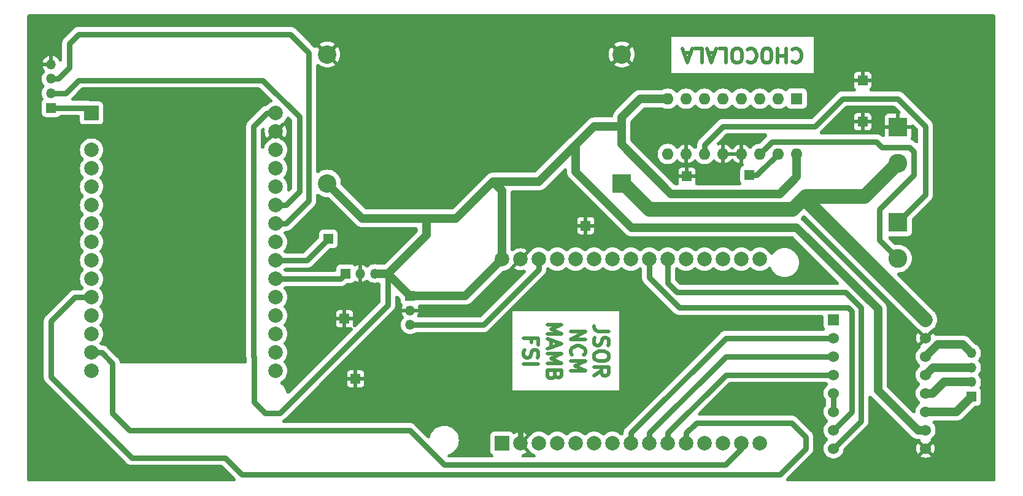
<source format=gbr>
%TF.GenerationSoftware,KiCad,Pcbnew,7.0.1*%
%TF.CreationDate,2023-05-03T15:07:35-05:00*%
%TF.ProjectId,V1,56312e6b-6963-4616-945f-706362585858,rev?*%
%TF.SameCoordinates,Original*%
%TF.FileFunction,Copper,L2,Bot*%
%TF.FilePolarity,Positive*%
%FSLAX46Y46*%
G04 Gerber Fmt 4.6, Leading zero omitted, Abs format (unit mm)*
G04 Created by KiCad (PCBNEW 7.0.1) date 2023-05-03 15:07:35*
%MOMM*%
%LPD*%
G01*
G04 APERTURE LIST*
%ADD10C,0.500000*%
%TA.AperFunction,NonConductor*%
%ADD11C,0.500000*%
%TD*%
%TA.AperFunction,ComponentPad*%
%ADD12R,1.350000X1.350000*%
%TD*%
%TA.AperFunction,ComponentPad*%
%ADD13O,1.350000X1.350000*%
%TD*%
%TA.AperFunction,ComponentPad*%
%ADD14R,2.600000X2.600000*%
%TD*%
%TA.AperFunction,ComponentPad*%
%ADD15C,2.600000*%
%TD*%
%TA.AperFunction,ComponentPad*%
%ADD16R,1.600000X1.600000*%
%TD*%
%TA.AperFunction,ComponentPad*%
%ADD17O,1.600000X1.600000*%
%TD*%
%TA.AperFunction,ComponentPad*%
%ADD18R,2.000000X2.000000*%
%TD*%
%TA.AperFunction,ComponentPad*%
%ADD19C,2.000000*%
%TD*%
%TA.AperFunction,ComponentPad*%
%ADD20R,2.540000X2.540000*%
%TD*%
%TA.AperFunction,ComponentPad*%
%ADD21C,2.540000*%
%TD*%
%TA.AperFunction,ComponentPad*%
%ADD22R,1.530000X1.530000*%
%TD*%
%TA.AperFunction,ComponentPad*%
%ADD23C,1.530000*%
%TD*%
%TA.AperFunction,Conductor*%
%ADD24C,1.200000*%
%TD*%
%TA.AperFunction,Conductor*%
%ADD25C,0.800000*%
%TD*%
%TA.AperFunction,Conductor*%
%ADD26C,2.000000*%
%TD*%
G04 APERTURE END LIST*
D10*
D11*
X168367761Y-96879114D02*
X166939190Y-96879114D01*
X166939190Y-96879114D02*
X166653476Y-96783875D01*
X166653476Y-96783875D02*
X166463000Y-96593399D01*
X166463000Y-96593399D02*
X166367761Y-96307685D01*
X166367761Y-96307685D02*
X166367761Y-96117209D01*
X166463000Y-97736257D02*
X166367761Y-98021971D01*
X166367761Y-98021971D02*
X166367761Y-98498162D01*
X166367761Y-98498162D02*
X166463000Y-98688638D01*
X166463000Y-98688638D02*
X166558238Y-98783876D01*
X166558238Y-98783876D02*
X166748714Y-98879114D01*
X166748714Y-98879114D02*
X166939190Y-98879114D01*
X166939190Y-98879114D02*
X167129666Y-98783876D01*
X167129666Y-98783876D02*
X167224904Y-98688638D01*
X167224904Y-98688638D02*
X167320142Y-98498162D01*
X167320142Y-98498162D02*
X167415380Y-98117209D01*
X167415380Y-98117209D02*
X167510619Y-97926733D01*
X167510619Y-97926733D02*
X167605857Y-97831495D01*
X167605857Y-97831495D02*
X167796333Y-97736257D01*
X167796333Y-97736257D02*
X167986809Y-97736257D01*
X167986809Y-97736257D02*
X168177285Y-97831495D01*
X168177285Y-97831495D02*
X168272523Y-97926733D01*
X168272523Y-97926733D02*
X168367761Y-98117209D01*
X168367761Y-98117209D02*
X168367761Y-98593400D01*
X168367761Y-98593400D02*
X168272523Y-98879114D01*
X168367761Y-100117209D02*
X168367761Y-100498162D01*
X168367761Y-100498162D02*
X168272523Y-100688638D01*
X168272523Y-100688638D02*
X168082047Y-100879114D01*
X168082047Y-100879114D02*
X167701095Y-100974352D01*
X167701095Y-100974352D02*
X167034428Y-100974352D01*
X167034428Y-100974352D02*
X166653476Y-100879114D01*
X166653476Y-100879114D02*
X166463000Y-100688638D01*
X166463000Y-100688638D02*
X166367761Y-100498162D01*
X166367761Y-100498162D02*
X166367761Y-100117209D01*
X166367761Y-100117209D02*
X166463000Y-99926733D01*
X166463000Y-99926733D02*
X166653476Y-99736257D01*
X166653476Y-99736257D02*
X167034428Y-99641019D01*
X167034428Y-99641019D02*
X167701095Y-99641019D01*
X167701095Y-99641019D02*
X168082047Y-99736257D01*
X168082047Y-99736257D02*
X168272523Y-99926733D01*
X168272523Y-99926733D02*
X168367761Y-100117209D01*
X166367761Y-102974352D02*
X167320142Y-102307685D01*
X166367761Y-101831495D02*
X168367761Y-101831495D01*
X168367761Y-101831495D02*
X168367761Y-102593400D01*
X168367761Y-102593400D02*
X168272523Y-102783876D01*
X168272523Y-102783876D02*
X168177285Y-102879114D01*
X168177285Y-102879114D02*
X167986809Y-102974352D01*
X167986809Y-102974352D02*
X167701095Y-102974352D01*
X167701095Y-102974352D02*
X167510619Y-102879114D01*
X167510619Y-102879114D02*
X167415380Y-102783876D01*
X167415380Y-102783876D02*
X167320142Y-102593400D01*
X167320142Y-102593400D02*
X167320142Y-101831495D01*
X163127761Y-96879114D02*
X165127761Y-96879114D01*
X165127761Y-96879114D02*
X163127761Y-98021971D01*
X163127761Y-98021971D02*
X165127761Y-98021971D01*
X163318238Y-100117209D02*
X163223000Y-100021971D01*
X163223000Y-100021971D02*
X163127761Y-99736257D01*
X163127761Y-99736257D02*
X163127761Y-99545781D01*
X163127761Y-99545781D02*
X163223000Y-99260066D01*
X163223000Y-99260066D02*
X163413476Y-99069590D01*
X163413476Y-99069590D02*
X163603952Y-98974352D01*
X163603952Y-98974352D02*
X163984904Y-98879114D01*
X163984904Y-98879114D02*
X164270619Y-98879114D01*
X164270619Y-98879114D02*
X164651571Y-98974352D01*
X164651571Y-98974352D02*
X164842047Y-99069590D01*
X164842047Y-99069590D02*
X165032523Y-99260066D01*
X165032523Y-99260066D02*
X165127761Y-99545781D01*
X165127761Y-99545781D02*
X165127761Y-99736257D01*
X165127761Y-99736257D02*
X165032523Y-100021971D01*
X165032523Y-100021971D02*
X164937285Y-100117209D01*
X163127761Y-100974352D02*
X165127761Y-100974352D01*
X165127761Y-100974352D02*
X163699190Y-101641019D01*
X163699190Y-101641019D02*
X165127761Y-102307685D01*
X165127761Y-102307685D02*
X163127761Y-102307685D01*
X159887761Y-95926733D02*
X161887761Y-95926733D01*
X161887761Y-95926733D02*
X160459190Y-96593400D01*
X160459190Y-96593400D02*
X161887761Y-97260066D01*
X161887761Y-97260066D02*
X159887761Y-97260066D01*
X160459190Y-98117209D02*
X160459190Y-99069590D01*
X159887761Y-97926733D02*
X161887761Y-98593399D01*
X161887761Y-98593399D02*
X159887761Y-99260066D01*
X159887761Y-99926733D02*
X161887761Y-99926733D01*
X161887761Y-99926733D02*
X160459190Y-100593400D01*
X160459190Y-100593400D02*
X161887761Y-101260066D01*
X161887761Y-101260066D02*
X159887761Y-101260066D01*
X160935380Y-102879114D02*
X160840142Y-103164828D01*
X160840142Y-103164828D02*
X160744904Y-103260066D01*
X160744904Y-103260066D02*
X160554428Y-103355304D01*
X160554428Y-103355304D02*
X160268714Y-103355304D01*
X160268714Y-103355304D02*
X160078238Y-103260066D01*
X160078238Y-103260066D02*
X159983000Y-103164828D01*
X159983000Y-103164828D02*
X159887761Y-102974352D01*
X159887761Y-102974352D02*
X159887761Y-102212447D01*
X159887761Y-102212447D02*
X161887761Y-102212447D01*
X161887761Y-102212447D02*
X161887761Y-102879114D01*
X161887761Y-102879114D02*
X161792523Y-103069590D01*
X161792523Y-103069590D02*
X161697285Y-103164828D01*
X161697285Y-103164828D02*
X161506809Y-103260066D01*
X161506809Y-103260066D02*
X161316333Y-103260066D01*
X161316333Y-103260066D02*
X161125857Y-103164828D01*
X161125857Y-103164828D02*
X161030619Y-103069590D01*
X161030619Y-103069590D02*
X160935380Y-102879114D01*
X160935380Y-102879114D02*
X160935380Y-102212447D01*
X157695380Y-98450543D02*
X157695380Y-97783876D01*
X156647761Y-97783876D02*
X158647761Y-97783876D01*
X158647761Y-97783876D02*
X158647761Y-98736257D01*
X156743000Y-99402924D02*
X156647761Y-99688638D01*
X156647761Y-99688638D02*
X156647761Y-100164829D01*
X156647761Y-100164829D02*
X156743000Y-100355305D01*
X156743000Y-100355305D02*
X156838238Y-100450543D01*
X156838238Y-100450543D02*
X157028714Y-100545781D01*
X157028714Y-100545781D02*
X157219190Y-100545781D01*
X157219190Y-100545781D02*
X157409666Y-100450543D01*
X157409666Y-100450543D02*
X157504904Y-100355305D01*
X157504904Y-100355305D02*
X157600142Y-100164829D01*
X157600142Y-100164829D02*
X157695380Y-99783876D01*
X157695380Y-99783876D02*
X157790619Y-99593400D01*
X157790619Y-99593400D02*
X157885857Y-99498162D01*
X157885857Y-99498162D02*
X158076333Y-99402924D01*
X158076333Y-99402924D02*
X158266809Y-99402924D01*
X158266809Y-99402924D02*
X158457285Y-99498162D01*
X158457285Y-99498162D02*
X158552523Y-99593400D01*
X158552523Y-99593400D02*
X158647761Y-99783876D01*
X158647761Y-99783876D02*
X158647761Y-100260067D01*
X158647761Y-100260067D02*
X158552523Y-100545781D01*
X156647761Y-101402924D02*
X158647761Y-101402924D01*
D10*
D11*
X193699543Y-58040838D02*
X193794781Y-57945600D01*
X193794781Y-57945600D02*
X194080495Y-57850361D01*
X194080495Y-57850361D02*
X194270971Y-57850361D01*
X194270971Y-57850361D02*
X194556686Y-57945600D01*
X194556686Y-57945600D02*
X194747162Y-58136076D01*
X194747162Y-58136076D02*
X194842400Y-58326552D01*
X194842400Y-58326552D02*
X194937638Y-58707504D01*
X194937638Y-58707504D02*
X194937638Y-58993219D01*
X194937638Y-58993219D02*
X194842400Y-59374171D01*
X194842400Y-59374171D02*
X194747162Y-59564647D01*
X194747162Y-59564647D02*
X194556686Y-59755123D01*
X194556686Y-59755123D02*
X194270971Y-59850361D01*
X194270971Y-59850361D02*
X194080495Y-59850361D01*
X194080495Y-59850361D02*
X193794781Y-59755123D01*
X193794781Y-59755123D02*
X193699543Y-59659885D01*
X192842400Y-57850361D02*
X192842400Y-59850361D01*
X192842400Y-58897980D02*
X191699543Y-58897980D01*
X191699543Y-57850361D02*
X191699543Y-59850361D01*
X190366210Y-59850361D02*
X189985257Y-59850361D01*
X189985257Y-59850361D02*
X189794781Y-59755123D01*
X189794781Y-59755123D02*
X189604305Y-59564647D01*
X189604305Y-59564647D02*
X189509067Y-59183695D01*
X189509067Y-59183695D02*
X189509067Y-58517028D01*
X189509067Y-58517028D02*
X189604305Y-58136076D01*
X189604305Y-58136076D02*
X189794781Y-57945600D01*
X189794781Y-57945600D02*
X189985257Y-57850361D01*
X189985257Y-57850361D02*
X190366210Y-57850361D01*
X190366210Y-57850361D02*
X190556686Y-57945600D01*
X190556686Y-57945600D02*
X190747162Y-58136076D01*
X190747162Y-58136076D02*
X190842400Y-58517028D01*
X190842400Y-58517028D02*
X190842400Y-59183695D01*
X190842400Y-59183695D02*
X190747162Y-59564647D01*
X190747162Y-59564647D02*
X190556686Y-59755123D01*
X190556686Y-59755123D02*
X190366210Y-59850361D01*
X187509067Y-58040838D02*
X187604305Y-57945600D01*
X187604305Y-57945600D02*
X187890019Y-57850361D01*
X187890019Y-57850361D02*
X188080495Y-57850361D01*
X188080495Y-57850361D02*
X188366210Y-57945600D01*
X188366210Y-57945600D02*
X188556686Y-58136076D01*
X188556686Y-58136076D02*
X188651924Y-58326552D01*
X188651924Y-58326552D02*
X188747162Y-58707504D01*
X188747162Y-58707504D02*
X188747162Y-58993219D01*
X188747162Y-58993219D02*
X188651924Y-59374171D01*
X188651924Y-59374171D02*
X188556686Y-59564647D01*
X188556686Y-59564647D02*
X188366210Y-59755123D01*
X188366210Y-59755123D02*
X188080495Y-59850361D01*
X188080495Y-59850361D02*
X187890019Y-59850361D01*
X187890019Y-59850361D02*
X187604305Y-59755123D01*
X187604305Y-59755123D02*
X187509067Y-59659885D01*
X186270972Y-59850361D02*
X185890019Y-59850361D01*
X185890019Y-59850361D02*
X185699543Y-59755123D01*
X185699543Y-59755123D02*
X185509067Y-59564647D01*
X185509067Y-59564647D02*
X185413829Y-59183695D01*
X185413829Y-59183695D02*
X185413829Y-58517028D01*
X185413829Y-58517028D02*
X185509067Y-58136076D01*
X185509067Y-58136076D02*
X185699543Y-57945600D01*
X185699543Y-57945600D02*
X185890019Y-57850361D01*
X185890019Y-57850361D02*
X186270972Y-57850361D01*
X186270972Y-57850361D02*
X186461448Y-57945600D01*
X186461448Y-57945600D02*
X186651924Y-58136076D01*
X186651924Y-58136076D02*
X186747162Y-58517028D01*
X186747162Y-58517028D02*
X186747162Y-59183695D01*
X186747162Y-59183695D02*
X186651924Y-59564647D01*
X186651924Y-59564647D02*
X186461448Y-59755123D01*
X186461448Y-59755123D02*
X186270972Y-59850361D01*
X183604305Y-57850361D02*
X184556686Y-57850361D01*
X184556686Y-57850361D02*
X184556686Y-59850361D01*
X183032876Y-58421790D02*
X182080495Y-58421790D01*
X183223352Y-57850361D02*
X182556686Y-59850361D01*
X182556686Y-59850361D02*
X181890019Y-57850361D01*
X180270971Y-57850361D02*
X181223352Y-57850361D01*
X181223352Y-57850361D02*
X181223352Y-59850361D01*
X179699542Y-58421790D02*
X178747161Y-58421790D01*
X179890018Y-57850361D02*
X179223352Y-59850361D01*
X179223352Y-59850361D02*
X178556685Y-57850361D01*
D12*
%TO.P,Encoder1,1,Pin_1*%
%TO.N,+6V*%
X140970000Y-91980000D03*
D13*
%TO.P,Encoder1,2,Pin_2*%
%TO.N,GND*%
X140970000Y-93980000D03*
%TO.P,Encoder1,3,Pin_3*%
%TO.N,Encoder*%
X140970000Y-95980000D03*
%TD*%
D12*
%TO.P,J5,1,Pin_1*%
%TO.N,GND*%
X203403200Y-67970400D03*
%TD*%
%TO.P,Nema17,1,Pin_1*%
%TO.N,Net-(Nema17-Pin_1)*%
X218440000Y-105870000D03*
D13*
%TO.P,Nema17,2,Pin_2*%
%TO.N,Net-(Nema17-Pin_2)*%
X218440000Y-103870000D03*
%TO.P,Nema17,3,Pin_3*%
%TO.N,Net-(Nema17-Pin_3)*%
X218440000Y-101870000D03*
%TO.P,Nema17,4,Pin_4*%
%TO.N,Net-(Nema17-Pin_4)*%
X218440000Y-99870000D03*
%TD*%
D12*
%TO.P,Temp1,1,Pin_1*%
%TO.N,Temp*%
X132080000Y-88900000D03*
D13*
%TO.P,Temp1,2,Pin_2*%
%TO.N,GND*%
X134080000Y-88900000D03*
%TO.P,Temp1,3,Pin_3*%
%TO.N,+6V*%
X136080000Y-88900000D03*
%TD*%
D14*
%TO.P,Pot1,1,Pin_1*%
%TO.N,GND*%
X208280000Y-68660000D03*
D15*
%TO.P,Pot1,2,Pin_2*%
%TO.N,12V*%
X208280000Y-73660000D03*
%TD*%
D16*
%TO.P,U2,1,EN1\u002C2*%
%TO.N,unconnected-(U2-EN1\u002C2-Pad1)*%
X194295000Y-64780000D03*
D17*
%TO.P,U2,2,1A*%
%TO.N,unconnected-(U2-1A-Pad2)*%
X191755000Y-64780000D03*
%TO.P,U2,3,1Y*%
%TO.N,unconnected-(U2-1Y-Pad3)*%
X189215000Y-64780000D03*
%TO.P,U2,4,GND*%
%TO.N,unconnected-(U2-GND-Pad4)*%
X186675000Y-64780000D03*
%TO.P,U2,5,GND*%
%TO.N,unconnected-(U2-GND-Pad5)*%
X184135000Y-64780000D03*
%TO.P,U2,6,2Y*%
%TO.N,unconnected-(U2-2Y-Pad6)*%
X181595000Y-64780000D03*
%TO.P,U2,7,2A*%
%TO.N,unconnected-(U2-2A-Pad7)*%
X179055000Y-64780000D03*
%TO.P,U2,8,VCC2*%
%TO.N,+6V*%
X176515000Y-64780000D03*
%TO.P,U2,9,EN3\u002C4*%
%TO.N,unconnected-(U2-EN3\u002C4-Pad9)*%
X176515000Y-72400000D03*
%TO.P,U2,10,3A*%
%TO.N,GND*%
X179055000Y-72400000D03*
%TO.P,U2,11,3Y*%
%TO.N,Neg Bomba*%
X181595000Y-72400000D03*
%TO.P,U2,12,GND*%
%TO.N,GND*%
X184135000Y-72400000D03*
%TO.P,U2,13,GND*%
X186675000Y-72400000D03*
%TO.P,U2,14,4Y*%
%TO.N,Pos Bomba*%
X189215000Y-72400000D03*
%TO.P,U2,15,4A*%
%TO.N,PWM Bomba*%
X191755000Y-72400000D03*
%TO.P,U2,16,VCC1*%
%TO.N,+6V*%
X194295000Y-72400000D03*
%TD*%
D12*
%TO.P,J3,1,Pin_1*%
%TO.N,PWM Bomba*%
X187807600Y-75336400D03*
%TD*%
%TO.P,GND,1,Pin_1*%
%TO.N,GND*%
X179171600Y-75488800D03*
%TD*%
D18*
%TO.P,U6,1,3V3*%
%TO.N,3.3VE*%
X153645000Y-112320000D03*
D19*
%TO.P,U6,2,GND*%
%TO.N,GND*%
X156185000Y-112320000D03*
%TO.P,U6,3,D15*%
%TO.N,unconnected-(U6-D15-Pad3)*%
X158725000Y-112320000D03*
%TO.P,U6,4,D2*%
%TO.N,unconnected-(U6-D2-Pad4)*%
X161265000Y-112320000D03*
%TO.P,U6,5,D4*%
%TO.N,unconnected-(U6-D4-Pad5)*%
X163805000Y-112320000D03*
%TO.P,U6,6,RX2*%
%TO.N,unconnected-(U6-RX2-Pad6)*%
X166345000Y-112320000D03*
%TO.P,U6,7,TX2*%
%TO.N,unconnected-(U6-TX2-Pad7)*%
X168885000Y-112320000D03*
%TO.P,U6,8,D5*%
%TO.N,M1*%
X171425000Y-112320000D03*
%TO.P,U6,9,D18*%
%TO.N,M2*%
X173965000Y-112320000D03*
%TO.P,U6,10,D19*%
%TO.N,M3*%
X176505000Y-112320000D03*
%TO.P,U6,11,D21*%
%TO.N,SDA*%
X179045000Y-112320000D03*
%TO.P,U6,12,RX0*%
%TO.N,unconnected-(U6-RX0-Pad12)*%
X181585000Y-112320000D03*
%TO.P,U6,13,TX0*%
%TO.N,unconnected-(U6-TX0-Pad13)*%
X184125000Y-112320000D03*
%TO.P,U6,14,D22*%
%TO.N,SCL*%
X186665000Y-112320000D03*
%TO.P,U6,15,D23*%
%TO.N,unconnected-(U6-D23-Pad15)*%
X189205000Y-112320000D03*
%TO.P,U6,16,EN*%
%TO.N,unconnected-(U6-EN-Pad16)*%
X189205000Y-86920000D03*
%TO.P,U6,17,VP*%
%TO.N,unconnected-(U6-VP-Pad17)*%
X186665000Y-86920000D03*
%TO.P,U6,18,VN*%
%TO.N,unconnected-(U6-VN-Pad18)*%
X184125000Y-86920000D03*
%TO.P,U6,19,D34*%
%TO.N,unconnected-(U6-D34-Pad19)*%
X181585000Y-86920000D03*
%TO.P,U6,20,D35*%
%TO.N,unconnected-(U6-D35-Pad20)*%
X179045000Y-86920000D03*
%TO.P,U6,21,D32*%
%TO.N,Dir*%
X176505000Y-86920000D03*
%TO.P,U6,22,D33*%
%TO.N,Step*%
X173965000Y-86920000D03*
%TO.P,U6,23,D25*%
%TO.N,unconnected-(U6-D25-Pad23)*%
X171425000Y-86920000D03*
%TO.P,U6,24,D26*%
%TO.N,unconnected-(U6-D26-Pad24)*%
X168885000Y-86920000D03*
%TO.P,U6,25,D27*%
%TO.N,unconnected-(U6-D27-Pad25)*%
X166345000Y-86920000D03*
%TO.P,U6,26,D14*%
%TO.N,unconnected-(U6-D14-Pad26)*%
X163805000Y-86920000D03*
%TO.P,U6,27,D12*%
%TO.N,unconnected-(U6-D12-Pad27)*%
X161265000Y-86920000D03*
%TO.P,U6,28,D13*%
%TO.N,Encoder*%
X158725000Y-86920000D03*
%TO.P,U6,29,GND*%
%TO.N,GND*%
X156185000Y-86920000D03*
%TO.P,U6,30,VIN*%
%TO.N,+6V*%
X153645000Y-86920000D03*
%TD*%
D12*
%TO.P,GND,1,Pin_1*%
%TO.N,GND*%
X165201600Y-82296000D03*
%TD*%
D20*
%TO.P,U5,1,Vin*%
%TO.N,12V*%
X170180000Y-76454000D03*
D21*
%TO.P,U5,2,GND*%
%TO.N,GND*%
X170180000Y-58674000D03*
%TO.P,U5,3,GND*%
X129540000Y-58674000D03*
%TO.P,U5,4,Vout*%
%TO.N,+6V*%
X129540000Y-76454000D03*
%TD*%
D12*
%TO.P,HX711,1,Pin_1*%
%TO.N,3.3V*%
X91440000Y-66040000D03*
D13*
%TO.P,HX711,2,Pin_2*%
%TO.N,SCK*%
X91440000Y-64040000D03*
%TO.P,HX711,3,Pin_3*%
%TO.N,DT*%
X91440000Y-62040000D03*
%TO.P,HX711,4,Pin_4*%
%TO.N,GND*%
X91440000Y-60040000D03*
%TD*%
D18*
%TO.P,U1,1,3V3*%
%TO.N,3.3V*%
X97028000Y-66781000D03*
D19*
%TO.P,U1,2,GND*%
%TO.N,GND*%
X97028000Y-69321000D03*
%TO.P,U1,3,D15*%
%TO.N,unconnected-(U1-D15-Pad3)*%
X97028000Y-71861000D03*
%TO.P,U1,4,D2*%
%TO.N,unconnected-(U1-D2-Pad4)*%
X97028000Y-74401000D03*
%TO.P,U1,5,D4*%
%TO.N,unconnected-(U1-D4-Pad5)*%
X97028000Y-76941000D03*
%TO.P,U1,6,RX2*%
%TO.N,unconnected-(U1-RX2-Pad6)*%
X97028000Y-79481000D03*
%TO.P,U1,7,TX2*%
%TO.N,unconnected-(U1-TX2-Pad7)*%
X97028000Y-82021000D03*
%TO.P,U1,8,D5*%
%TO.N,unconnected-(U1-D5-Pad8)*%
X97028000Y-84561000D03*
%TO.P,U1,9,D18*%
%TO.N,unconnected-(U1-D18-Pad9)*%
X97028000Y-87101000D03*
%TO.P,U1,10,D19*%
%TO.N,unconnected-(U1-D19-Pad10)*%
X97028000Y-89641000D03*
%TO.P,U1,11,D21*%
%TO.N,SDA*%
X97028000Y-92181000D03*
%TO.P,U1,12,RX0*%
%TO.N,unconnected-(U1-RX0-Pad12)*%
X97028000Y-94721000D03*
%TO.P,U1,13,TX0*%
%TO.N,unconnected-(U1-TX0-Pad13)*%
X97028000Y-97261000D03*
%TO.P,U1,14,D22*%
%TO.N,SCL*%
X97028000Y-99801000D03*
%TO.P,U1,15,D23*%
%TO.N,unconnected-(U1-D23-Pad15)*%
X97028000Y-102341000D03*
%TO.P,U1,16,EN*%
%TO.N,unconnected-(U1-EN-Pad16)*%
X122428000Y-102341000D03*
%TO.P,U1,17,VP*%
%TO.N,unconnected-(U1-VP-Pad17)*%
X122428000Y-99801000D03*
%TO.P,U1,18,VN*%
%TO.N,unconnected-(U1-VN-Pad18)*%
X122428000Y-97261000D03*
%TO.P,U1,19,D34*%
%TO.N,unconnected-(U1-D34-Pad19)*%
X122428000Y-94721000D03*
%TO.P,U1,20,D35*%
%TO.N,unconnected-(U1-D35-Pad20)*%
X122428000Y-92181000D03*
%TO.P,U1,21,D32*%
%TO.N,Temp*%
X122428000Y-89641000D03*
%TO.P,U1,22,D33*%
%TO.N,PWM Bomba*%
X122428000Y-87101000D03*
%TO.P,U1,23,D25*%
%TO.N,unconnected-(U1-D25-Pad23)*%
X122428000Y-84561000D03*
%TO.P,U1,24,D26*%
%TO.N,DT*%
X122428000Y-82021000D03*
%TO.P,U1,25,D27*%
%TO.N,SCK*%
X122428000Y-79481000D03*
%TO.P,U1,26,D14*%
%TO.N,unconnected-(U1-D14-Pad26)*%
X122428000Y-76941000D03*
%TO.P,U1,27,D12*%
%TO.N,unconnected-(U1-D12-Pad27)*%
X122428000Y-74401000D03*
%TO.P,U1,28,D13*%
%TO.N,unconnected-(U1-D13-Pad28)*%
X122428000Y-71861000D03*
%TO.P,U1,29,GND*%
%TO.N,GND*%
X122428000Y-69321000D03*
%TO.P,U1,30,VIN*%
%TO.N,+6V*%
X122428000Y-66781000D03*
%TD*%
D12*
%TO.P,GND,1,Pin_1*%
%TO.N,GND*%
X133451600Y-103428800D03*
%TD*%
%TO.P,GND,1,Pin_1*%
%TO.N,GND*%
X203403200Y-62280800D03*
%TD*%
D14*
%TO.P,Bomba1,1,Pin_1*%
%TO.N,Neg Bomba*%
X208280000Y-81828000D03*
D15*
%TO.P,Bomba1,2,Pin_2*%
%TO.N,Pos Bomba*%
X208280000Y-86828000D03*
%TD*%
D12*
%TO.P,GND,1,Pin_1*%
%TO.N,GND*%
X131927600Y-95148400D03*
%TD*%
D22*
%TO.P,U3,1,~{ENABLE}*%
%TO.N,unconnected-(U3-~{ENABLE}-Pad1)*%
X199390000Y-95250000D03*
D23*
%TO.P,U3,2,MS1*%
%TO.N,M1*%
X199390000Y-97790000D03*
%TO.P,U3,3,MS2*%
%TO.N,M2*%
X199390000Y-100330000D03*
%TO.P,U3,4,MS3*%
%TO.N,M3*%
X199390000Y-102870000D03*
%TO.P,U3,5,~{RESET}*%
%TO.N,Net-(U3-~{RESET})*%
X199390000Y-105410000D03*
%TO.P,U3,6,~{SLEEP}*%
X199390000Y-107950000D03*
%TO.P,U3,7,STEP*%
%TO.N,Step*%
X199390000Y-110490000D03*
%TO.P,U3,8,DIR*%
%TO.N,Dir*%
X199390000Y-113030000D03*
%TO.P,U3,9,GND*%
%TO.N,GND*%
X212090000Y-113030000D03*
%TO.P,U3,10,VDD*%
%TO.N,+6V*%
X212090000Y-110490000D03*
%TO.P,U3,11,1B*%
%TO.N,Net-(Nema17-Pin_1)*%
X212090000Y-107950000D03*
%TO.P,U3,12,1A*%
%TO.N,Net-(Nema17-Pin_2)*%
X212090000Y-105410000D03*
%TO.P,U3,13,2A*%
%TO.N,Net-(Nema17-Pin_3)*%
X212090000Y-102870000D03*
%TO.P,U3,14,2B*%
%TO.N,Net-(Nema17-Pin_4)*%
X212090000Y-100330000D03*
%TO.P,U3,15,GND*%
%TO.N,GND*%
X212090000Y-97790000D03*
%TO.P,U3,16,VMOT*%
%TO.N,12V*%
X212090000Y-95250000D03*
%TD*%
D12*
%TO.P,PWM,1,Pin_1*%
%TO.N,PWM Bomba*%
X129692400Y-84124800D03*
%TD*%
D24*
%TO.N,Net-(Nema17-Pin_1)*%
X216360000Y-107950000D02*
X218440000Y-105870000D01*
X212090000Y-107950000D02*
X216360000Y-107950000D01*
%TO.N,Net-(Nema17-Pin_2)*%
X214595200Y-103870000D02*
X218440000Y-103870000D01*
X213055200Y-105410000D02*
X214595200Y-103870000D01*
X212090000Y-105410000D02*
X213055200Y-105410000D01*
%TO.N,Net-(Nema17-Pin_3)*%
X213090000Y-101870000D02*
X218440000Y-101870000D01*
X212090000Y-102870000D02*
X213090000Y-101870000D01*
%TO.N,Net-(Nema17-Pin_4)*%
X213766400Y-98653600D02*
X212090000Y-100330000D01*
X217223600Y-98653600D02*
X213766400Y-98653600D01*
X218440000Y-99870000D02*
X217223600Y-98653600D01*
%TO.N,+6V*%
X143205200Y-81280000D02*
X143205200Y-83584800D01*
X143205200Y-83584800D02*
X137890000Y-88900000D01*
D25*
X137890000Y-93250000D02*
X122969000Y-108171000D01*
D24*
X205525076Y-93765076D02*
X194310000Y-82550000D01*
D25*
X122969000Y-108171000D02*
X120963887Y-108171000D01*
D24*
X140970000Y-91980000D02*
X148585000Y-91980000D01*
X194295000Y-72400000D02*
X194295000Y-75580000D01*
X153645000Y-86920000D02*
X153645000Y-77445000D01*
X129540000Y-76454000D02*
X134366000Y-81280000D01*
D25*
X119380000Y-68580000D02*
X121179000Y-66781000D01*
D24*
X134366000Y-81280000D02*
X143205200Y-81280000D01*
X211008127Y-110490000D02*
X205525076Y-105006949D01*
X172700000Y-64780000D02*
X176515000Y-64780000D01*
D25*
X120963887Y-108171000D02*
X119408000Y-106615113D01*
X121179000Y-66781000D02*
X122428000Y-66781000D01*
D24*
X205525076Y-105006949D02*
X205525076Y-93765076D01*
D25*
X137890000Y-88900000D02*
X137890000Y-93250000D01*
X119380000Y-100330000D02*
X119380000Y-68580000D01*
D24*
X143205200Y-81280000D02*
X147320000Y-81280000D01*
X170170000Y-67310000D02*
X172700000Y-64780000D01*
X170170000Y-68580000D02*
X166370000Y-68580000D01*
X170170000Y-71110000D02*
X170170000Y-67310000D01*
X171536000Y-82550000D02*
X163830000Y-74844000D01*
X194310000Y-82550000D02*
X171536000Y-82550000D01*
X137890000Y-88900000D02*
X140970000Y-91980000D01*
X148585000Y-91980000D02*
X153645000Y-86920000D01*
X191965000Y-77910000D02*
X176970000Y-77910000D01*
X176970000Y-77910000D02*
X170170000Y-71110000D01*
X152400000Y-76200000D02*
X158750000Y-76200000D01*
X194295000Y-75580000D02*
X191965000Y-77910000D01*
X212090000Y-110490000D02*
X211008127Y-110490000D01*
X153645000Y-77445000D02*
X152400000Y-76200000D01*
X163830000Y-71120000D02*
X158750000Y-76200000D01*
X166370000Y-68580000D02*
X163830000Y-71120000D01*
X137890000Y-88900000D02*
X136080000Y-88900000D01*
X163830000Y-74844000D02*
X163830000Y-71120000D01*
D25*
X119408000Y-100358000D02*
X119380000Y-100330000D01*
D24*
X147320000Y-81280000D02*
X152400000Y-76200000D01*
D25*
X119408000Y-106615113D02*
X119408000Y-100358000D01*
%TO.N,PWM Bomba*%
X187807600Y-75336400D02*
X188818600Y-75336400D01*
X122428000Y-87101000D02*
X126716200Y-87101000D01*
X188818600Y-75336400D02*
X191755000Y-72400000D01*
X126716200Y-87101000D02*
X129692400Y-84124800D01*
%TO.N,SDA*%
X97028000Y-92181000D02*
X94721000Y-92181000D01*
X115438478Y-114300000D02*
X117724478Y-116586000D01*
X91440000Y-95462000D02*
X91440000Y-103157113D01*
X117724478Y-116586000D02*
X192024000Y-116586000D01*
X180450787Y-109500000D02*
X179045000Y-110905787D01*
X91440000Y-103157113D02*
X102582887Y-114300000D01*
X102582887Y-114300000D02*
X115438478Y-114300000D01*
X192024000Y-116586000D02*
X195580000Y-113030000D01*
X193629113Y-109500000D02*
X180450787Y-109500000D01*
X195580000Y-113030000D02*
X195580000Y-111450887D01*
X195580000Y-111450887D02*
X193629113Y-109500000D01*
X179045000Y-110905787D02*
X179045000Y-112320000D01*
X94721000Y-92181000D02*
X91440000Y-95462000D01*
%TO.N,SCL*%
X99918000Y-108143792D02*
X102294208Y-110520000D01*
X99918000Y-101276787D02*
X99918000Y-108143792D01*
X184434000Y-115286000D02*
X186665000Y-113055000D01*
X186665000Y-113055000D02*
X186665000Y-112320000D01*
X140910887Y-110520000D02*
X145676887Y-115286000D01*
X97028000Y-99801000D02*
X98442213Y-99801000D01*
X102294208Y-110520000D02*
X140910887Y-110520000D01*
X145676887Y-115286000D02*
X184434000Y-115286000D01*
X98442213Y-99801000D02*
X99918000Y-101276787D01*
D26*
%TO.N,GND*%
X97028000Y-69321000D02*
X99801000Y-69321000D01*
D25*
X156185000Y-112320000D02*
X156185000Y-109601400D01*
D26*
X99801000Y-69321000D02*
X100330000Y-69850000D01*
X97028000Y-69321000D02*
X94509000Y-69321000D01*
X94509000Y-69321000D02*
X93980000Y-69850000D01*
D25*
%TO.N,DT*%
X122428000Y-82021000D02*
X123842213Y-82021000D01*
X93980000Y-57150000D02*
X95250000Y-55880000D01*
X123842213Y-82021000D02*
X127000000Y-78863213D01*
X127000000Y-58420000D02*
X124460000Y-55880000D01*
X127000000Y-78863213D02*
X127000000Y-58420000D01*
X93980000Y-60454594D02*
X93980000Y-57150000D01*
X91440000Y-62040000D02*
X92394594Y-62040000D01*
X124460000Y-55880000D02*
X95250000Y-55880000D01*
X92394594Y-62040000D02*
X93980000Y-60454594D01*
%TO.N,SCK*%
X95250000Y-62230000D02*
X93440000Y-64040000D01*
X93440000Y-64040000D02*
X91440000Y-64040000D01*
X120650000Y-62230000D02*
X95250000Y-62230000D01*
X123842213Y-79481000D02*
X125700000Y-77623213D01*
X125700000Y-67280000D02*
X120650000Y-62230000D01*
X125700000Y-77623213D02*
X125700000Y-67280000D01*
X122428000Y-79481000D02*
X123842213Y-79481000D01*
%TO.N,3.3V*%
X96287000Y-66040000D02*
X97028000Y-66781000D01*
X91440000Y-66040000D02*
X96287000Y-66040000D01*
%TO.N,Pos Bomba*%
X210480000Y-75270000D02*
X205740000Y-80010000D01*
X210480000Y-72080000D02*
X210480000Y-75270000D01*
X190915000Y-70700000D02*
X205320000Y-70700000D01*
X205320000Y-70700000D02*
X206080000Y-71460000D01*
X209860000Y-71460000D02*
X210480000Y-72080000D01*
X206080000Y-71460000D02*
X209860000Y-71460000D01*
X205740000Y-80010000D02*
X205740000Y-84288000D01*
X205740000Y-84288000D02*
X208280000Y-86828000D01*
X189215000Y-72400000D02*
X190915000Y-70700000D01*
%TO.N,Neg Bomba*%
X184150000Y-68580000D02*
X181595000Y-71135000D01*
X208280000Y-81828000D02*
X212090000Y-78018000D01*
X200660000Y-64770000D02*
X196850000Y-68580000D01*
X212090000Y-68580000D02*
X208280000Y-64770000D01*
X181595000Y-71135000D02*
X181595000Y-72400000D01*
X196850000Y-68580000D02*
X184150000Y-68580000D01*
X212090000Y-78018000D02*
X212090000Y-68580000D01*
X208280000Y-64770000D02*
X200660000Y-64770000D01*
%TO.N,Dir*%
X176530000Y-90170000D02*
X177800000Y-91440000D01*
X177800000Y-91440000D02*
X201078680Y-91440000D01*
X176530000Y-86945000D02*
X176530000Y-90170000D01*
X201078680Y-91440000D02*
X203200000Y-93561320D01*
X203200000Y-109220000D02*
X199390000Y-113030000D01*
X203200000Y-93561320D02*
X203200000Y-109220000D01*
%TO.N,Step*%
X173965000Y-86920000D02*
X173965000Y-89443478D01*
X201385202Y-93585000D02*
X201900000Y-94099798D01*
X201900000Y-107980000D02*
X199390000Y-110490000D01*
X178106522Y-93585000D02*
X201385202Y-93585000D01*
X173965000Y-89443478D02*
X178106522Y-93585000D01*
X201900000Y-94099798D02*
X201900000Y-107980000D01*
%TO.N,Encoder*%
X158725000Y-88334213D02*
X158725000Y-86920000D01*
X140970000Y-95980000D02*
X151079213Y-95980000D01*
X151079213Y-95980000D02*
X158725000Y-88334213D01*
D26*
%TO.N,12V*%
X193810000Y-80010000D02*
X195580000Y-78240000D01*
X212090000Y-95250000D02*
X195580000Y-78740000D01*
X203700000Y-78240000D02*
X208280000Y-73660000D01*
X195580000Y-78740000D02*
X195580000Y-78240000D01*
X195580000Y-78240000D02*
X203700000Y-78240000D01*
X173990000Y-80010000D02*
X193810000Y-80010000D01*
X170434000Y-76454000D02*
X173990000Y-80010000D01*
D25*
%TO.N,Temp*%
X131339000Y-89641000D02*
X132080000Y-88900000D01*
X122428000Y-89641000D02*
X131339000Y-89641000D01*
%TO.N,M1*%
X171425000Y-110905787D02*
X184540787Y-97790000D01*
X171425000Y-112320000D02*
X171425000Y-110905787D01*
X184540787Y-97790000D02*
X199390000Y-97790000D01*
%TO.N,M2*%
X173965000Y-110905787D02*
X184540787Y-100330000D01*
X184540787Y-100330000D02*
X199390000Y-100330000D01*
X173965000Y-112320000D02*
X173965000Y-110905787D01*
%TO.N,M3*%
X184540787Y-102870000D02*
X199390000Y-102870000D01*
X176505000Y-110905787D02*
X184540787Y-102870000D01*
X176505000Y-112320000D02*
X176505000Y-110905787D01*
%TO.N,Net-(U3-~{RESET})*%
X199390000Y-107950000D02*
X199390000Y-105410000D01*
%TD*%
%TA.AperFunction,Conductor*%
%TO.N,GND*%
G36*
X221588288Y-53166954D02*
G01*
X221669070Y-53220930D01*
X221723046Y-53301712D01*
X221742000Y-53397000D01*
X221742000Y-117305000D01*
X221723046Y-117400288D01*
X221669070Y-117481070D01*
X221588288Y-117535046D01*
X221493000Y-117554000D01*
X193072060Y-117554000D01*
X192976772Y-117535046D01*
X192895990Y-117481070D01*
X192842014Y-117400288D01*
X192823060Y-117305000D01*
X192842014Y-117209712D01*
X192895990Y-117128930D01*
X194555944Y-115468976D01*
X196276313Y-113748606D01*
X196280750Y-113744281D01*
X196343053Y-113685059D01*
X196374040Y-113640536D01*
X196385417Y-113625447D01*
X196419697Y-113583408D01*
X196430112Y-113563467D01*
X196446442Y-113536513D01*
X196459295Y-113518049D01*
X196480693Y-113468183D01*
X196488795Y-113451125D01*
X196513909Y-113403049D01*
X196520095Y-113381425D01*
X196530668Y-113351729D01*
X196539540Y-113331058D01*
X196550456Y-113277930D01*
X196554963Y-113259566D01*
X196569886Y-113207418D01*
X196571593Y-113184989D01*
X196575972Y-113153774D01*
X196580500Y-113131742D01*
X196580500Y-113077507D01*
X196581219Y-113058599D01*
X196585337Y-113004524D01*
X196582495Y-112982209D01*
X196580500Y-112950751D01*
X196580500Y-111466752D01*
X196580580Y-111460446D01*
X196580746Y-111453906D01*
X196582757Y-111374524D01*
X196573190Y-111321147D01*
X196570562Y-111302409D01*
X196565074Y-111248449D01*
X196558339Y-111226981D01*
X196550827Y-111196381D01*
X196546858Y-111174234D01*
X196526735Y-111123858D01*
X196520398Y-111106059D01*
X196504159Y-111054299D01*
X196493241Y-111034630D01*
X196479718Y-111006153D01*
X196471377Y-110985270D01*
X196441529Y-110939981D01*
X196431726Y-110923800D01*
X196418705Y-110900341D01*
X196405409Y-110876385D01*
X196390751Y-110859310D01*
X196371774Y-110834141D01*
X196359403Y-110815370D01*
X196321048Y-110777015D01*
X196308186Y-110763135D01*
X196272867Y-110721992D01*
X196255078Y-110708223D01*
X196231423Y-110687390D01*
X194347775Y-108803742D01*
X194343372Y-108799225D01*
X194284172Y-108736947D01*
X194239657Y-108705964D01*
X194224549Y-108694572D01*
X194182521Y-108660303D01*
X194182520Y-108660302D01*
X194171317Y-108654450D01*
X194162573Y-108649882D01*
X194135622Y-108633553D01*
X194117162Y-108620705D01*
X194067315Y-108599313D01*
X194050229Y-108591198D01*
X194002163Y-108566090D01*
X193980539Y-108559903D01*
X193950845Y-108549331D01*
X193930171Y-108540459D01*
X193877037Y-108529539D01*
X193858667Y-108525030D01*
X193806533Y-108510113D01*
X193784093Y-108508404D01*
X193752886Y-108504027D01*
X193730855Y-108499500D01*
X193730854Y-108499500D01*
X193676623Y-108499500D01*
X193657716Y-108498781D01*
X193603637Y-108494662D01*
X193581321Y-108497505D01*
X193549863Y-108499500D01*
X180927347Y-108499500D01*
X180832059Y-108480546D01*
X180751277Y-108426570D01*
X180697301Y-108345788D01*
X180678347Y-108250500D01*
X180697301Y-108155212D01*
X180751277Y-108074430D01*
X184882277Y-103943430D01*
X184963059Y-103889454D01*
X185058347Y-103870500D01*
X198366789Y-103870500D01*
X198447640Y-103883992D01*
X198519729Y-103923005D01*
X198546067Y-103943505D01*
X198605971Y-104010778D01*
X198638020Y-104094961D01*
X198638020Y-104185039D01*
X198605971Y-104269223D01*
X198546067Y-104336495D01*
X198462004Y-104401923D01*
X198308732Y-104568420D01*
X198184963Y-104757866D01*
X198094060Y-104965099D01*
X198038507Y-105184475D01*
X198019820Y-105410000D01*
X198038507Y-105635524D01*
X198094060Y-105854900D01*
X198152375Y-105987842D01*
X198184963Y-106062134D01*
X198233872Y-106136995D01*
X198308734Y-106251582D01*
X198323693Y-106267831D01*
X198372466Y-106345961D01*
X198389500Y-106436476D01*
X198389500Y-106923524D01*
X198372466Y-107014039D01*
X198323693Y-107092169D01*
X198308734Y-107108417D01*
X198184963Y-107297866D01*
X198094060Y-107505099D01*
X198038507Y-107724475D01*
X198019820Y-107950000D01*
X198038507Y-108175524D01*
X198094060Y-108394900D01*
X198151142Y-108525030D01*
X198184963Y-108602134D01*
X198222966Y-108660302D01*
X198308732Y-108791579D01*
X198319929Y-108803742D01*
X198454939Y-108950402D01*
X198462004Y-108958076D01*
X198546067Y-109023505D01*
X198605971Y-109090777D01*
X198638020Y-109174961D01*
X198638020Y-109265039D01*
X198605971Y-109349223D01*
X198546067Y-109416495D01*
X198462004Y-109481923D01*
X198308732Y-109648420D01*
X198184963Y-109837866D01*
X198094060Y-110045099D01*
X198038507Y-110264475D01*
X198019820Y-110490000D01*
X198038507Y-110715524D01*
X198094060Y-110934900D01*
X198139715Y-111038980D01*
X198184963Y-111142134D01*
X198213071Y-111185157D01*
X198308732Y-111331579D01*
X198351266Y-111377783D01*
X198454406Y-111489823D01*
X198462004Y-111498076D01*
X198546067Y-111563505D01*
X198605971Y-111630777D01*
X198638020Y-111714961D01*
X198638020Y-111805039D01*
X198605971Y-111889223D01*
X198546067Y-111956495D01*
X198462004Y-112021923D01*
X198308732Y-112188420D01*
X198184963Y-112377866D01*
X198094060Y-112585099D01*
X198038507Y-112804475D01*
X198023605Y-112984314D01*
X198019820Y-113030000D01*
X198023775Y-113077727D01*
X198038507Y-113255524D01*
X198094060Y-113474900D01*
X198158955Y-113622842D01*
X198184963Y-113682134D01*
X198228180Y-113748283D01*
X198308732Y-113871579D01*
X198462003Y-114038075D01*
X198640584Y-114177070D01*
X198814049Y-114270944D01*
X198839605Y-114284774D01*
X199053641Y-114358253D01*
X199276851Y-114395500D01*
X199503149Y-114395500D01*
X199726359Y-114358253D01*
X199940395Y-114284774D01*
X200139417Y-114177069D01*
X200248755Y-114091968D01*
X211387240Y-114091968D01*
X211451070Y-114136662D01*
X211652946Y-114230798D01*
X211868102Y-114288449D01*
X212090000Y-114307863D01*
X212311897Y-114288449D01*
X212527054Y-114230798D01*
X212728935Y-114136660D01*
X212792758Y-114091970D01*
X212792758Y-114091969D01*
X212089999Y-113389210D01*
X211387240Y-114091968D01*
X200248755Y-114091968D01*
X200317998Y-114038074D01*
X200471265Y-113871582D01*
X200595037Y-113682134D01*
X200685940Y-113474897D01*
X200741493Y-113255524D01*
X200748600Y-113169746D01*
X200770837Y-113085598D01*
X200809671Y-113029999D01*
X210812136Y-113029999D01*
X210831550Y-113251897D01*
X210889201Y-113467053D01*
X210983336Y-113668928D01*
X211028030Y-113732758D01*
X211730789Y-113030000D01*
X211730788Y-113029999D01*
X212449210Y-113029999D01*
X213151969Y-113732758D01*
X213151970Y-113732758D01*
X213196660Y-113668935D01*
X213290798Y-113467054D01*
X213348449Y-113251897D01*
X213367863Y-113029999D01*
X213348449Y-112808102D01*
X213290798Y-112592948D01*
X213196660Y-112391067D01*
X213151968Y-112327240D01*
X212449210Y-113029999D01*
X211730788Y-113029999D01*
X211028029Y-112327240D01*
X210983338Y-112391067D01*
X210889201Y-112592946D01*
X210831550Y-112808102D01*
X210812136Y-113029999D01*
X200809671Y-113029999D01*
X200820676Y-113014243D01*
X203896314Y-109938605D01*
X203900750Y-109934281D01*
X203963053Y-109875059D01*
X203994051Y-109830521D01*
X204005410Y-109815457D01*
X204039698Y-109773407D01*
X204050113Y-109753467D01*
X204066448Y-109726507D01*
X204074755Y-109714572D01*
X204079295Y-109708049D01*
X204100685Y-109658201D01*
X204108799Y-109641118D01*
X204122138Y-109615583D01*
X204133909Y-109593049D01*
X204140095Y-109571425D01*
X204150666Y-109541735D01*
X204159540Y-109521058D01*
X204170458Y-109467924D01*
X204174959Y-109449585D01*
X204189887Y-109397418D01*
X204191595Y-109374973D01*
X204195971Y-109343775D01*
X204200500Y-109321741D01*
X204200500Y-109267509D01*
X204201219Y-109248602D01*
X204205337Y-109194523D01*
X204202495Y-109172207D01*
X204200500Y-109140749D01*
X204200500Y-105987842D01*
X204218727Y-105894328D01*
X204270740Y-105814505D01*
X204348924Y-105760058D01*
X204441832Y-105738960D01*
X204535863Y-105754299D01*
X204617250Y-105803829D01*
X204691541Y-105871554D01*
X204699861Y-105879497D01*
X210135577Y-111315213D01*
X210143501Y-111323512D01*
X210195891Y-111380981D01*
X210257955Y-111427849D01*
X210266930Y-111434957D01*
X210326774Y-111484652D01*
X210336058Y-111489823D01*
X210364947Y-111508646D01*
X210373438Y-111515058D01*
X210443042Y-111549717D01*
X210453215Y-111555079D01*
X210521142Y-111592915D01*
X210531228Y-111596295D01*
X210563082Y-111609489D01*
X210572599Y-111614229D01*
X210647408Y-111635513D01*
X210658372Y-111638908D01*
X210732094Y-111663618D01*
X210742627Y-111665087D01*
X210776355Y-111672202D01*
X210786591Y-111675115D01*
X210864036Y-111682290D01*
X210875446Y-111683614D01*
X210952446Y-111694356D01*
X210952446Y-111694355D01*
X210952447Y-111694356D01*
X211030098Y-111690766D01*
X211041598Y-111690500D01*
X211139785Y-111690500D01*
X211220852Y-111704066D01*
X211293085Y-111743286D01*
X211348615Y-111803886D01*
X211381389Y-111879263D01*
X211387837Y-111961204D01*
X211387239Y-111968028D01*
X212090000Y-112670789D01*
X212792758Y-111968030D01*
X212788177Y-111915670D01*
X212769061Y-111870345D01*
X212766723Y-111777822D01*
X212798338Y-111690837D01*
X212859538Y-111621408D01*
X212884749Y-111601786D01*
X213017998Y-111498074D01*
X213171265Y-111331582D01*
X213295037Y-111142134D01*
X213385940Y-110934897D01*
X213441493Y-110715524D01*
X213460180Y-110490000D01*
X213441493Y-110264476D01*
X213385940Y-110045103D01*
X213385939Y-110045099D01*
X213346845Y-109955976D01*
X213295037Y-109837866D01*
X213210224Y-109708049D01*
X213171267Y-109648420D01*
X213141038Y-109615583D01*
X213097366Y-109568142D01*
X213047371Y-109486809D01*
X213031657Y-109392639D01*
X213052534Y-109299478D01*
X213106935Y-109221021D01*
X213186861Y-109168803D01*
X213280562Y-109150500D01*
X216326529Y-109150500D01*
X216338029Y-109150766D01*
X216415676Y-109154356D01*
X216415677Y-109154355D01*
X216415681Y-109154356D01*
X216492722Y-109143608D01*
X216504071Y-109142292D01*
X216581536Y-109135115D01*
X216591772Y-109132202D01*
X216625520Y-109125084D01*
X216636033Y-109123618D01*
X216691853Y-109104909D01*
X216709746Y-109098912D01*
X216720739Y-109095508D01*
X216787272Y-109076578D01*
X216795528Y-109074229D01*
X216805038Y-109069492D01*
X216836914Y-109056290D01*
X216838943Y-109055610D01*
X216846985Y-109052915D01*
X216914940Y-109015062D01*
X216925072Y-109009722D01*
X216994689Y-108975058D01*
X217003164Y-108968657D01*
X217032067Y-108949824D01*
X217041353Y-108944652D01*
X217101187Y-108894964D01*
X217110192Y-108887833D01*
X217134487Y-108869487D01*
X217172236Y-108840981D01*
X217224628Y-108783508D01*
X217232527Y-108775234D01*
X218789333Y-107218428D01*
X218870115Y-107164453D01*
X218965403Y-107145499D01*
X219154360Y-107145499D01*
X219271762Y-107130044D01*
X219417841Y-107069536D01*
X219543282Y-106973282D01*
X219639536Y-106847841D01*
X219700044Y-106701762D01*
X219715500Y-106584361D01*
X219715499Y-105155640D01*
X219700044Y-105038238D01*
X219639536Y-104892159D01*
X219563407Y-104792946D01*
X219526053Y-104723965D01*
X219512013Y-104646785D01*
X219522681Y-104569067D01*
X219541333Y-104530726D01*
X219539628Y-104529931D01*
X219573353Y-104457607D01*
X219643156Y-104307913D01*
X219700920Y-104092334D01*
X219720372Y-103870000D01*
X219718327Y-103846631D01*
X219700920Y-103647665D01*
X219681013Y-103573370D01*
X219643156Y-103432087D01*
X219548835Y-103229814D01*
X219420822Y-103046993D01*
X219419899Y-103046070D01*
X219414124Y-103037427D01*
X219408327Y-103029148D01*
X219408507Y-103029021D01*
X219365923Y-102965288D01*
X219346969Y-102870000D01*
X219365923Y-102774712D01*
X219408507Y-102710978D01*
X219408327Y-102710852D01*
X219414124Y-102702572D01*
X219419899Y-102693930D01*
X219419898Y-102693930D01*
X219420822Y-102693007D01*
X219548835Y-102510186D01*
X219643156Y-102307913D01*
X219700920Y-102092334D01*
X219720372Y-101870000D01*
X219708055Y-101729223D01*
X219700920Y-101647665D01*
X219676080Y-101554961D01*
X219643156Y-101432087D01*
X219548835Y-101229814D01*
X219420822Y-101046993D01*
X219419899Y-101046070D01*
X219414124Y-101037427D01*
X219408327Y-101029148D01*
X219408507Y-101029021D01*
X219365923Y-100965288D01*
X219346969Y-100870000D01*
X219365923Y-100774712D01*
X219408507Y-100710978D01*
X219408327Y-100710852D01*
X219414124Y-100702572D01*
X219419899Y-100693930D01*
X219419899Y-100693929D01*
X219420822Y-100693007D01*
X219548835Y-100510186D01*
X219643156Y-100307913D01*
X219700920Y-100092334D01*
X219720372Y-99870000D01*
X219700920Y-99647666D01*
X219643156Y-99432087D01*
X219548835Y-99229814D01*
X219420822Y-99046993D01*
X219263007Y-98889178D01*
X219222626Y-98860903D01*
X219080183Y-98761163D01*
X219023933Y-98734933D01*
X218953096Y-98685333D01*
X218096148Y-97828385D01*
X218088205Y-97820065D01*
X218060797Y-97790000D01*
X218035836Y-97762619D01*
X217973770Y-97715750D01*
X217964769Y-97708619D01*
X217904955Y-97658950D01*
X217904956Y-97658950D01*
X217904953Y-97658948D01*
X217895659Y-97653771D01*
X217866776Y-97634951D01*
X217858286Y-97628540D01*
X217788700Y-97593890D01*
X217778525Y-97588527D01*
X217710585Y-97550684D01*
X217700496Y-97547303D01*
X217668649Y-97534111D01*
X217659129Y-97529371D01*
X217584342Y-97508092D01*
X217573358Y-97504691D01*
X217499631Y-97479981D01*
X217489100Y-97478512D01*
X217455376Y-97471398D01*
X217445137Y-97468485D01*
X217367681Y-97461307D01*
X217356258Y-97459981D01*
X217279282Y-97449243D01*
X217201629Y-97452834D01*
X217190129Y-97453100D01*
X213799892Y-97453100D01*
X213788393Y-97452834D01*
X213783172Y-97452592D01*
X213710717Y-97449242D01*
X213633718Y-97459983D01*
X213622295Y-97461309D01*
X213527525Y-97470091D01*
X213451592Y-97465456D01*
X213380603Y-97438112D01*
X213321183Y-97390610D01*
X213278878Y-97327384D01*
X213196661Y-97151069D01*
X213151969Y-97087240D01*
X212090000Y-98149210D01*
X211387240Y-98851968D01*
X211391820Y-98904324D01*
X211410938Y-98949649D01*
X211413277Y-99042172D01*
X211381663Y-99129158D01*
X211320464Y-99198589D01*
X211162004Y-99321923D01*
X211008732Y-99488420D01*
X210884963Y-99677866D01*
X210794060Y-99885099D01*
X210738507Y-100104475D01*
X210721134Y-100314135D01*
X210719820Y-100330000D01*
X210726792Y-100414142D01*
X210738507Y-100555524D01*
X210794060Y-100774900D01*
X210862237Y-100930324D01*
X210884963Y-100982134D01*
X210926734Y-101046070D01*
X211008732Y-101171579D01*
X211162004Y-101338076D01*
X211246067Y-101403505D01*
X211305971Y-101470777D01*
X211338020Y-101554961D01*
X211338020Y-101645039D01*
X211305971Y-101729223D01*
X211246067Y-101796495D01*
X211162004Y-101861923D01*
X211008732Y-102028420D01*
X210884963Y-102217866D01*
X210794060Y-102425099D01*
X210738507Y-102644475D01*
X210719820Y-102869999D01*
X210738507Y-103095524D01*
X210794060Y-103314900D01*
X210845465Y-103432089D01*
X210884963Y-103522134D01*
X210918437Y-103573370D01*
X211008732Y-103711579D01*
X211077061Y-103785804D01*
X211154568Y-103869999D01*
X211162004Y-103878076D01*
X211246067Y-103943505D01*
X211305971Y-104010777D01*
X211338020Y-104094961D01*
X211338020Y-104185039D01*
X211305971Y-104269223D01*
X211246067Y-104336495D01*
X211162004Y-104401923D01*
X211008732Y-104568420D01*
X210884963Y-104757866D01*
X210794060Y-104965099D01*
X210738507Y-105184475D01*
X210719820Y-105410000D01*
X210738507Y-105635524D01*
X210794060Y-105854900D01*
X210852375Y-105987842D01*
X210884963Y-106062134D01*
X210932715Y-106135225D01*
X211008732Y-106251579D01*
X211162004Y-106418076D01*
X211246067Y-106483505D01*
X211305971Y-106550777D01*
X211338020Y-106634961D01*
X211338020Y-106725039D01*
X211305971Y-106809223D01*
X211246067Y-106876495D01*
X211162004Y-106941923D01*
X211008732Y-107108420D01*
X210884963Y-107297866D01*
X210794060Y-107505099D01*
X210738507Y-107724475D01*
X210721794Y-107926176D01*
X210696585Y-108016512D01*
X210639747Y-108091115D01*
X210559344Y-108139401D01*
X210466783Y-108154519D01*
X210375195Y-108134325D01*
X210297574Y-108081684D01*
X206798506Y-104582616D01*
X206744530Y-104501834D01*
X206725576Y-104406546D01*
X206725576Y-97790000D01*
X210812136Y-97790000D01*
X210831550Y-98011897D01*
X210889201Y-98227053D01*
X210983336Y-98428928D01*
X211028030Y-98492758D01*
X211730789Y-97790000D01*
X211028029Y-97087240D01*
X210983338Y-97151067D01*
X210889201Y-97352946D01*
X210831550Y-97568102D01*
X210812136Y-97790000D01*
X206725576Y-97790000D01*
X206725576Y-93798568D01*
X206725842Y-93787068D01*
X206729433Y-93709399D01*
X206729432Y-93709398D01*
X206729433Y-93709395D01*
X206718683Y-93632336D01*
X206717366Y-93620982D01*
X206710191Y-93543540D01*
X206707282Y-93533316D01*
X206700164Y-93499572D01*
X206698696Y-93489049D01*
X206698695Y-93489047D01*
X206698695Y-93489044D01*
X206673975Y-93415291D01*
X206670585Y-93404341D01*
X206667542Y-93393647D01*
X206649305Y-93329548D01*
X206644566Y-93320033D01*
X206631365Y-93288159D01*
X206631326Y-93288044D01*
X206627991Y-93278091D01*
X206627990Y-93278088D01*
X206590150Y-93210153D01*
X206584786Y-93199977D01*
X206562431Y-93155083D01*
X206550134Y-93130387D01*
X206543736Y-93121915D01*
X206524906Y-93093019D01*
X206519729Y-93083723D01*
X206519725Y-93083718D01*
X206519724Y-93083716D01*
X206470043Y-93023887D01*
X206462901Y-93014871D01*
X206416059Y-92952842D01*
X206358609Y-92900469D01*
X206350291Y-92892527D01*
X195182548Y-81724785D01*
X195174605Y-81716465D01*
X195139666Y-81678139D01*
X195122236Y-81659019D01*
X195060170Y-81612150D01*
X195051169Y-81605019D01*
X194991355Y-81555350D01*
X194991356Y-81555350D01*
X194991353Y-81555348D01*
X194985668Y-81552181D01*
X194912795Y-81490694D01*
X194868373Y-81406323D01*
X194858919Y-81311443D01*
X194885818Y-81219966D01*
X194933005Y-81160565D01*
X194932494Y-81160129D01*
X194944774Y-81145749D01*
X194945124Y-81145308D01*
X194945224Y-81145224D01*
X194979847Y-81104684D01*
X194993094Y-81090353D01*
X195153931Y-80929517D01*
X195234711Y-80875542D01*
X195329999Y-80856588D01*
X195425287Y-80875542D01*
X195506069Y-80929518D01*
X211002740Y-96426189D01*
X211146341Y-96548836D01*
X211146343Y-96548837D01*
X211146344Y-96548838D01*
X211280575Y-96631095D01*
X211326543Y-96667332D01*
X212090000Y-97430789D01*
X212853454Y-96667334D01*
X212899416Y-96631100D01*
X213033659Y-96548836D01*
X213225224Y-96385224D01*
X213388836Y-96193659D01*
X213520466Y-95978859D01*
X213616873Y-95746111D01*
X213675683Y-95501148D01*
X213695449Y-95250000D01*
X213675683Y-94998852D01*
X213616873Y-94753889D01*
X213594511Y-94699901D01*
X213520468Y-94521144D01*
X213461364Y-94424696D01*
X213388836Y-94306341D01*
X213266189Y-94162740D01*
X208251921Y-89148472D01*
X208199098Y-89070425D01*
X208179065Y-88978332D01*
X208194694Y-88885389D01*
X208243746Y-88804914D01*
X208319195Y-88748433D01*
X208410226Y-88724040D01*
X208551160Y-88713961D01*
X208816801Y-88656175D01*
X209071513Y-88561172D01*
X209310113Y-88430887D01*
X209527742Y-88267971D01*
X209719971Y-88075742D01*
X209882887Y-87858113D01*
X210013172Y-87619513D01*
X210108175Y-87364801D01*
X210165961Y-87099160D01*
X210185355Y-86828000D01*
X210165961Y-86556840D01*
X210108175Y-86291199D01*
X210013172Y-86036487D01*
X209882887Y-85797887D01*
X209719971Y-85580258D01*
X209527742Y-85388029D01*
X209310113Y-85225113D01*
X209085825Y-85102643D01*
X209071515Y-85094829D01*
X209071514Y-85094828D01*
X209071513Y-85094828D01*
X208816801Y-84999825D01*
X208673090Y-84968563D01*
X208551161Y-84942039D01*
X208280000Y-84922645D01*
X208008837Y-84942039D01*
X207977524Y-84948851D01*
X207895035Y-84952779D01*
X207815799Y-84929512D01*
X207748530Y-84881610D01*
X207020489Y-84153569D01*
X206966513Y-84072787D01*
X206947559Y-83977499D01*
X206966513Y-83882211D01*
X207020489Y-83801429D01*
X207101271Y-83747453D01*
X207196554Y-83728499D01*
X209619360Y-83728499D01*
X209736762Y-83713044D01*
X209882841Y-83652536D01*
X210008282Y-83556282D01*
X210104536Y-83430841D01*
X210165044Y-83284762D01*
X210180500Y-83167361D01*
X210180499Y-81445559D01*
X210188983Y-81381114D01*
X210213859Y-81321060D01*
X210253425Y-81269494D01*
X212786314Y-78736605D01*
X212790750Y-78732281D01*
X212853053Y-78673059D01*
X212884051Y-78628521D01*
X212895410Y-78613457D01*
X212929698Y-78571407D01*
X212940113Y-78551467D01*
X212956448Y-78524507D01*
X212962398Y-78515957D01*
X212969295Y-78506049D01*
X212990685Y-78456201D01*
X212998799Y-78439118D01*
X213023909Y-78391049D01*
X213030095Y-78369425D01*
X213040666Y-78339735D01*
X213049540Y-78319058D01*
X213060458Y-78265924D01*
X213064959Y-78247585D01*
X213079887Y-78195418D01*
X213081595Y-78172973D01*
X213085971Y-78141775D01*
X213090500Y-78119741D01*
X213090500Y-78065509D01*
X213091219Y-78046602D01*
X213095337Y-77992523D01*
X213092495Y-77970207D01*
X213090500Y-77938749D01*
X213090500Y-68595865D01*
X213090580Y-68589559D01*
X213090863Y-68578373D01*
X213092757Y-68503637D01*
X213083184Y-68450229D01*
X213080562Y-68431537D01*
X213075074Y-68377562D01*
X213068340Y-68356102D01*
X213060824Y-68325479D01*
X213056858Y-68303348D01*
X213036739Y-68252981D01*
X213030396Y-68235162D01*
X213022276Y-68209282D01*
X213014159Y-68183412D01*
X213003241Y-68163742D01*
X212989725Y-68135282D01*
X212981378Y-68114383D01*
X212951533Y-68069100D01*
X212941730Y-68052920D01*
X212938191Y-68046544D01*
X212915409Y-68005498D01*
X212900748Y-67988420D01*
X212881780Y-67963263D01*
X212869401Y-67944480D01*
X212831048Y-67906127D01*
X212818200Y-67892264D01*
X212782866Y-67851105D01*
X212765076Y-67837335D01*
X212741423Y-67816503D01*
X208998662Y-64073742D01*
X208994259Y-64069225D01*
X208935059Y-64006947D01*
X208935058Y-64006946D01*
X208890539Y-63975960D01*
X208875436Y-63964572D01*
X208833408Y-63930303D01*
X208833407Y-63930302D01*
X208822204Y-63924450D01*
X208813460Y-63919882D01*
X208786509Y-63903553D01*
X208768049Y-63890705D01*
X208718202Y-63869313D01*
X208701116Y-63861198D01*
X208653050Y-63836090D01*
X208631426Y-63829903D01*
X208601732Y-63819331D01*
X208581058Y-63810459D01*
X208527924Y-63799539D01*
X208509554Y-63795030D01*
X208457420Y-63780113D01*
X208434980Y-63778404D01*
X208403773Y-63774027D01*
X208381742Y-63769500D01*
X208381741Y-63769500D01*
X208327510Y-63769500D01*
X208308603Y-63768781D01*
X208254524Y-63764662D01*
X208232208Y-63767505D01*
X208200750Y-63769500D01*
X204587036Y-63769500D01*
X204500019Y-63753800D01*
X204423976Y-63708682D01*
X204368494Y-63639833D01*
X204340570Y-63555936D01*
X204343726Y-63467571D01*
X204377564Y-63385881D01*
X204437816Y-63321165D01*
X204441103Y-63318703D01*
X204528646Y-63201760D01*
X204579695Y-63064894D01*
X204586200Y-63004392D01*
X204586200Y-62534801D01*
X204586199Y-62534800D01*
X202220201Y-62534800D01*
X202220200Y-62534801D01*
X202220200Y-63004392D01*
X202226704Y-63064894D01*
X202277753Y-63201760D01*
X202365296Y-63318703D01*
X202368584Y-63321165D01*
X202428836Y-63385881D01*
X202462674Y-63467571D01*
X202465830Y-63555936D01*
X202437906Y-63639833D01*
X202382424Y-63708682D01*
X202306381Y-63753800D01*
X202219364Y-63769500D01*
X200675865Y-63769500D01*
X200669559Y-63769420D01*
X200654348Y-63769034D01*
X200583637Y-63767243D01*
X200583636Y-63767243D01*
X200530241Y-63776812D01*
X200511513Y-63779439D01*
X200457559Y-63784926D01*
X200436090Y-63791662D01*
X200405493Y-63799172D01*
X200383349Y-63803141D01*
X200332976Y-63823261D01*
X200315166Y-63829602D01*
X200263407Y-63845842D01*
X200243738Y-63856759D01*
X200215287Y-63870271D01*
X200194382Y-63878622D01*
X200149088Y-63908472D01*
X200132916Y-63918270D01*
X200085497Y-63944590D01*
X200068417Y-63959253D01*
X200043264Y-63978218D01*
X200024480Y-63990598D01*
X199986121Y-64028956D01*
X199972251Y-64041810D01*
X199931101Y-64077136D01*
X199917329Y-64094928D01*
X199896503Y-64118575D01*
X196508510Y-67506570D01*
X196456940Y-67546140D01*
X196396886Y-67571016D01*
X196332440Y-67579500D01*
X184165865Y-67579500D01*
X184159559Y-67579420D01*
X184144348Y-67579034D01*
X184073637Y-67577243D01*
X184073636Y-67577243D01*
X184020241Y-67586812D01*
X184001513Y-67589439D01*
X183947559Y-67594926D01*
X183926090Y-67601662D01*
X183895493Y-67609172D01*
X183873349Y-67613141D01*
X183822976Y-67633261D01*
X183805166Y-67639602D01*
X183753407Y-67655842D01*
X183733738Y-67666759D01*
X183705287Y-67680271D01*
X183684382Y-67688622D01*
X183639088Y-67718472D01*
X183622916Y-67728270D01*
X183575497Y-67754590D01*
X183558417Y-67769253D01*
X183533264Y-67788218D01*
X183514480Y-67800598D01*
X183476121Y-67838956D01*
X183462251Y-67851810D01*
X183421101Y-67887136D01*
X183407329Y-67904928D01*
X183386503Y-67928575D01*
X180898739Y-70416339D01*
X180894224Y-70420740D01*
X180831947Y-70479939D01*
X180800962Y-70524457D01*
X180789575Y-70539559D01*
X180755301Y-70581592D01*
X180744879Y-70601544D01*
X180728556Y-70628485D01*
X180715705Y-70646949D01*
X180694315Y-70696792D01*
X180686203Y-70713873D01*
X180661092Y-70761947D01*
X180654904Y-70783572D01*
X180644336Y-70813254D01*
X180635459Y-70833939D01*
X180624541Y-70887068D01*
X180620034Y-70905430D01*
X180605113Y-70957582D01*
X180605113Y-70957583D01*
X180603404Y-70980021D01*
X180599027Y-71011226D01*
X180594500Y-71033257D01*
X180594500Y-71087490D01*
X180593781Y-71106397D01*
X180589662Y-71160475D01*
X180592505Y-71182792D01*
X180594500Y-71214250D01*
X180594500Y-71321847D01*
X180577466Y-71412361D01*
X180528695Y-71490490D01*
X180486020Y-71536847D01*
X180475607Y-71552785D01*
X180408092Y-71621866D01*
X180319367Y-71660055D01*
X180222785Y-71661606D01*
X180132880Y-71626284D01*
X180063182Y-71559406D01*
X180060811Y-71556020D01*
X179898975Y-71394184D01*
X179711501Y-71262913D01*
X179504066Y-71166185D01*
X179309000Y-71113917D01*
X179309000Y-73686082D01*
X179504066Y-73633814D01*
X179711501Y-73537086D01*
X179898975Y-73405815D01*
X180060811Y-73243979D01*
X180063179Y-73240598D01*
X180132877Y-73173717D01*
X180222783Y-73138393D01*
X180319367Y-73139944D01*
X180408093Y-73178134D01*
X180475609Y-73247217D01*
X180486021Y-73263154D01*
X180643214Y-73433911D01*
X180643216Y-73433913D01*
X180826374Y-73576470D01*
X181030497Y-73686936D01*
X181030500Y-73686937D01*
X181223948Y-73753348D01*
X181250019Y-73762298D01*
X181478951Y-73800500D01*
X181711049Y-73800500D01*
X181939981Y-73762298D01*
X182159503Y-73686936D01*
X182363626Y-73576470D01*
X182546784Y-73433913D01*
X182703979Y-73263153D01*
X182710644Y-73252951D01*
X182714389Y-73247220D01*
X182781902Y-73178137D01*
X182870626Y-73139946D01*
X182967207Y-73138393D01*
X183057113Y-73173712D01*
X183126812Y-73240588D01*
X183129182Y-73243973D01*
X183291024Y-73405815D01*
X183478498Y-73537086D01*
X183685933Y-73633814D01*
X183880999Y-73686082D01*
X183881000Y-73686082D01*
X184389000Y-73686082D01*
X184584066Y-73633814D01*
X184791501Y-73537086D01*
X184978975Y-73405815D01*
X185140812Y-73243978D01*
X185201030Y-73157978D01*
X185269384Y-73091969D01*
X185357488Y-73056373D01*
X185452512Y-73056373D01*
X185540616Y-73091969D01*
X185608970Y-73157978D01*
X185669187Y-73243978D01*
X185831024Y-73405815D01*
X186018498Y-73537086D01*
X186225933Y-73633814D01*
X186420999Y-73686082D01*
X186421000Y-73686082D01*
X186421000Y-72654001D01*
X186420999Y-72654000D01*
X184389001Y-72654000D01*
X184389000Y-72654001D01*
X184389000Y-73686082D01*
X183881000Y-73686082D01*
X183881000Y-72145999D01*
X184389000Y-72145999D01*
X184389001Y-72146000D01*
X186420999Y-72146000D01*
X186421000Y-72145999D01*
X186421000Y-71113918D01*
X186420999Y-71113917D01*
X186225933Y-71166185D01*
X186018498Y-71262913D01*
X185831024Y-71394184D01*
X185669184Y-71556024D01*
X185608969Y-71642021D01*
X185540615Y-71708030D01*
X185452511Y-71743626D01*
X185357489Y-71743626D01*
X185269385Y-71708030D01*
X185201031Y-71642021D01*
X185140815Y-71556024D01*
X184978975Y-71394184D01*
X184791501Y-71262913D01*
X184584066Y-71166185D01*
X184389000Y-71113917D01*
X184389000Y-72145999D01*
X183881000Y-72145999D01*
X183881000Y-71113918D01*
X183880999Y-71113917D01*
X183685930Y-71166186D01*
X183640668Y-71187292D01*
X183557138Y-71209673D01*
X183470991Y-71202135D01*
X183392617Y-71165588D01*
X183331469Y-71104439D01*
X183294923Y-71026065D01*
X183287387Y-70939917D01*
X183309769Y-70856388D01*
X183359370Y-70785550D01*
X183612695Y-70532226D01*
X184207974Y-69936947D01*
X184491492Y-69653430D01*
X184572273Y-69599454D01*
X184667561Y-69580500D01*
X190010755Y-69580500D01*
X190095543Y-69595380D01*
X190170196Y-69638242D01*
X190225794Y-69703964D01*
X190255690Y-69784689D01*
X190256311Y-69870770D01*
X190227584Y-69951919D01*
X190199808Y-69985730D01*
X190201600Y-69987117D01*
X190172334Y-70024923D01*
X190151506Y-70048571D01*
X189273511Y-70926569D01*
X189221941Y-70966140D01*
X189161887Y-70991015D01*
X189104596Y-70998557D01*
X188870016Y-71037702D01*
X188650500Y-71113062D01*
X188446373Y-71223530D01*
X188263214Y-71366088D01*
X188106020Y-71536846D01*
X188095607Y-71552785D01*
X188028092Y-71621866D01*
X187939367Y-71660055D01*
X187842785Y-71661606D01*
X187752880Y-71626284D01*
X187683182Y-71559406D01*
X187680811Y-71556020D01*
X187518975Y-71394184D01*
X187331501Y-71262913D01*
X187124066Y-71166185D01*
X186929000Y-71113917D01*
X186929000Y-73686082D01*
X186933572Y-73689590D01*
X186991995Y-73753348D01*
X187025088Y-73833242D01*
X187028860Y-73919636D01*
X187002856Y-74002110D01*
X186950212Y-74070717D01*
X186877278Y-74117181D01*
X186829758Y-74136864D01*
X186704317Y-74233117D01*
X186608065Y-74358556D01*
X186608063Y-74358559D01*
X186608064Y-74358559D01*
X186547556Y-74504638D01*
X186536969Y-74585059D01*
X186532100Y-74622040D01*
X186532100Y-76050759D01*
X186543842Y-76139950D01*
X186547556Y-76168162D01*
X186570334Y-76223154D01*
X186614267Y-76329216D01*
X186645488Y-76390824D01*
X186654487Y-76482203D01*
X186629756Y-76570630D01*
X186574657Y-76644082D01*
X186496682Y-76692570D01*
X186406435Y-76709500D01*
X180543877Y-76709500D01*
X180450234Y-76691220D01*
X180370339Y-76639066D01*
X180315925Y-76560693D01*
X180294979Y-76467610D01*
X180310577Y-76373483D01*
X180348095Y-76272893D01*
X180354600Y-76212392D01*
X180354600Y-75742801D01*
X180354599Y-75742800D01*
X177988601Y-75742800D01*
X177988600Y-75742801D01*
X177988600Y-76212392D01*
X177995104Y-76272893D01*
X178032623Y-76373483D01*
X178048221Y-76467610D01*
X178027275Y-76560693D01*
X177972861Y-76639066D01*
X177892966Y-76691220D01*
X177799323Y-76709500D01*
X177570403Y-76709500D01*
X177475115Y-76690546D01*
X177394333Y-76636570D01*
X175992562Y-75234799D01*
X177988600Y-75234799D01*
X177988601Y-75234800D01*
X178917599Y-75234800D01*
X178917600Y-75234799D01*
X179425600Y-75234799D01*
X179425601Y-75234800D01*
X180354599Y-75234800D01*
X180354600Y-75234799D01*
X180354600Y-74765208D01*
X180348095Y-74704705D01*
X180297046Y-74567839D01*
X180209503Y-74450896D01*
X180092560Y-74363353D01*
X179955694Y-74312304D01*
X179895192Y-74305800D01*
X179425601Y-74305800D01*
X179425600Y-74305801D01*
X179425600Y-75234799D01*
X178917600Y-75234799D01*
X178917600Y-74305801D01*
X178917599Y-74305800D01*
X178448008Y-74305800D01*
X178387505Y-74312304D01*
X178250639Y-74363353D01*
X178133696Y-74450896D01*
X178046153Y-74567839D01*
X177995104Y-74704705D01*
X177988600Y-74765208D01*
X177988600Y-75234799D01*
X175992562Y-75234799D01*
X173157762Y-72399999D01*
X175109700Y-72399999D01*
X175128866Y-72631309D01*
X175185842Y-72856298D01*
X175279076Y-73068849D01*
X175406021Y-73263153D01*
X175548364Y-73417780D01*
X175563216Y-73433913D01*
X175746374Y-73576470D01*
X175950497Y-73686936D01*
X175950500Y-73686937D01*
X176143948Y-73753348D01*
X176170019Y-73762298D01*
X176398951Y-73800500D01*
X176631049Y-73800500D01*
X176859981Y-73762298D01*
X177079503Y-73686936D01*
X177283626Y-73576470D01*
X177466784Y-73433913D01*
X177623979Y-73263153D01*
X177630644Y-73252951D01*
X177634389Y-73247220D01*
X177701902Y-73178137D01*
X177790626Y-73139946D01*
X177887207Y-73138393D01*
X177977113Y-73173712D01*
X178046812Y-73240588D01*
X178049182Y-73243973D01*
X178211024Y-73405815D01*
X178398498Y-73537086D01*
X178605933Y-73633814D01*
X178800999Y-73686082D01*
X178801000Y-73686082D01*
X178801000Y-71113918D01*
X178800999Y-71113917D01*
X178605933Y-71166185D01*
X178398498Y-71262913D01*
X178211024Y-71394184D01*
X178049182Y-71556026D01*
X178046812Y-71559412D01*
X177977113Y-71626288D01*
X177887207Y-71661607D01*
X177790626Y-71660054D01*
X177701902Y-71621863D01*
X177634389Y-71552780D01*
X177623978Y-71536845D01*
X177466785Y-71366088D01*
X177422392Y-71331536D01*
X177283626Y-71223530D01*
X177079503Y-71113064D01*
X177079502Y-71113063D01*
X177079499Y-71113062D01*
X176859983Y-71037702D01*
X176631049Y-70999500D01*
X176398951Y-70999500D01*
X176170016Y-71037702D01*
X175950500Y-71113062D01*
X175746373Y-71223530D01*
X175563214Y-71366088D01*
X175406021Y-71536846D01*
X175279076Y-71731150D01*
X175185842Y-71943701D01*
X175128866Y-72168690D01*
X175109700Y-72399999D01*
X173157762Y-72399999D01*
X171443430Y-70685667D01*
X171389454Y-70604885D01*
X171370500Y-70509597D01*
X171370500Y-67910403D01*
X171389454Y-67815115D01*
X171443430Y-67734333D01*
X173124333Y-66053430D01*
X173205115Y-65999454D01*
X173300403Y-65980500D01*
X175727722Y-65980500D01*
X175788848Y-65988119D01*
X175846231Y-66010510D01*
X175950497Y-66066936D01*
X176170019Y-66142298D01*
X176398951Y-66180500D01*
X176631049Y-66180500D01*
X176859981Y-66142298D01*
X177079503Y-66066936D01*
X177283626Y-65956470D01*
X177466784Y-65813913D01*
X177601805Y-65667241D01*
X177666489Y-65616895D01*
X177744016Y-65590280D01*
X177825984Y-65590280D01*
X177903511Y-65616895D01*
X177968195Y-65667241D01*
X178080700Y-65789454D01*
X178103216Y-65813913D01*
X178286374Y-65956470D01*
X178490497Y-66066936D01*
X178710019Y-66142298D01*
X178938951Y-66180500D01*
X179171049Y-66180500D01*
X179399981Y-66142298D01*
X179619503Y-66066936D01*
X179823626Y-65956470D01*
X180006784Y-65813913D01*
X180141805Y-65667241D01*
X180206489Y-65616895D01*
X180284016Y-65590280D01*
X180365984Y-65590280D01*
X180443511Y-65616895D01*
X180508195Y-65667241D01*
X180620700Y-65789454D01*
X180643216Y-65813913D01*
X180826374Y-65956470D01*
X181030497Y-66066936D01*
X181250019Y-66142298D01*
X181478951Y-66180500D01*
X181711049Y-66180500D01*
X181939981Y-66142298D01*
X182159503Y-66066936D01*
X182363626Y-65956470D01*
X182546784Y-65813913D01*
X182681805Y-65667241D01*
X182746489Y-65616895D01*
X182824016Y-65590280D01*
X182905984Y-65590280D01*
X182983511Y-65616895D01*
X183048195Y-65667241D01*
X183160700Y-65789454D01*
X183183216Y-65813913D01*
X183366374Y-65956470D01*
X183570497Y-66066936D01*
X183790019Y-66142298D01*
X184018951Y-66180500D01*
X184251049Y-66180500D01*
X184479981Y-66142298D01*
X184699503Y-66066936D01*
X184903626Y-65956470D01*
X185086784Y-65813913D01*
X185221805Y-65667241D01*
X185286489Y-65616895D01*
X185364016Y-65590280D01*
X185445984Y-65590280D01*
X185523511Y-65616895D01*
X185588195Y-65667241D01*
X185700700Y-65789454D01*
X185723216Y-65813913D01*
X185906374Y-65956470D01*
X186110497Y-66066936D01*
X186330019Y-66142298D01*
X186558951Y-66180500D01*
X186791049Y-66180500D01*
X187019981Y-66142298D01*
X187239503Y-66066936D01*
X187443626Y-65956470D01*
X187626784Y-65813913D01*
X187761805Y-65667241D01*
X187826489Y-65616895D01*
X187904016Y-65590280D01*
X187985984Y-65590280D01*
X188063511Y-65616895D01*
X188128195Y-65667241D01*
X188240700Y-65789454D01*
X188263216Y-65813913D01*
X188446374Y-65956470D01*
X188650497Y-66066936D01*
X188870019Y-66142298D01*
X189098951Y-66180500D01*
X189331049Y-66180500D01*
X189559981Y-66142298D01*
X189779503Y-66066936D01*
X189983626Y-65956470D01*
X190166784Y-65813913D01*
X190301805Y-65667241D01*
X190366489Y-65616895D01*
X190444016Y-65590280D01*
X190525984Y-65590280D01*
X190603511Y-65616895D01*
X190668195Y-65667241D01*
X190780700Y-65789454D01*
X190803216Y-65813913D01*
X190986374Y-65956470D01*
X191190497Y-66066936D01*
X191410019Y-66142298D01*
X191638951Y-66180500D01*
X191871049Y-66180500D01*
X192099981Y-66142298D01*
X192319503Y-66066936D01*
X192523626Y-65956470D01*
X192640903Y-65865189D01*
X192709430Y-65827431D01*
X192786293Y-65812801D01*
X192863902Y-65822747D01*
X192934593Y-65856286D01*
X192991382Y-65910102D01*
X193066718Y-66008282D01*
X193066720Y-66008284D01*
X193170783Y-66088134D01*
X193192159Y-66104536D01*
X193338238Y-66165044D01*
X193455639Y-66180500D01*
X195134360Y-66180499D01*
X195251762Y-66165044D01*
X195397841Y-66104536D01*
X195523282Y-66008282D01*
X195619536Y-65882841D01*
X195680044Y-65736762D01*
X195695500Y-65619361D01*
X195695499Y-63940640D01*
X195680044Y-63823238D01*
X195619536Y-63677159D01*
X195619535Y-63677158D01*
X195619535Y-63677157D01*
X195523282Y-63551717D01*
X195397843Y-63455465D01*
X195397841Y-63455464D01*
X195251762Y-63394956D01*
X195134361Y-63379500D01*
X195134359Y-63379500D01*
X193455640Y-63379500D01*
X193338237Y-63394956D01*
X193192157Y-63455464D01*
X193066719Y-63551716D01*
X192991385Y-63649894D01*
X192934592Y-63703713D01*
X192863902Y-63737252D01*
X192786293Y-63747198D01*
X192709430Y-63732568D01*
X192640902Y-63694808D01*
X192523629Y-63603532D01*
X192523627Y-63603531D01*
X192523626Y-63603530D01*
X192319503Y-63493064D01*
X192319502Y-63493063D01*
X192319499Y-63493062D01*
X192099983Y-63417702D01*
X191871049Y-63379500D01*
X191638951Y-63379500D01*
X191410016Y-63417702D01*
X191190500Y-63493062D01*
X190986373Y-63603530D01*
X190803217Y-63746085D01*
X190668195Y-63892759D01*
X190603511Y-63943104D01*
X190525984Y-63969719D01*
X190444016Y-63969719D01*
X190366489Y-63943104D01*
X190301805Y-63892759D01*
X190180842Y-63761358D01*
X190166784Y-63746087D01*
X190166783Y-63746086D01*
X190166782Y-63746085D01*
X189983626Y-63603530D01*
X189951937Y-63586381D01*
X189779503Y-63493064D01*
X189779502Y-63493063D01*
X189779499Y-63493062D01*
X189559983Y-63417702D01*
X189331049Y-63379500D01*
X189098951Y-63379500D01*
X188870016Y-63417702D01*
X188650500Y-63493062D01*
X188446373Y-63603530D01*
X188263217Y-63746085D01*
X188128195Y-63892759D01*
X188063511Y-63943104D01*
X187985984Y-63969719D01*
X187904016Y-63969719D01*
X187826489Y-63943104D01*
X187761805Y-63892759D01*
X187640842Y-63761358D01*
X187626784Y-63746087D01*
X187626783Y-63746086D01*
X187626782Y-63746085D01*
X187443626Y-63603530D01*
X187411937Y-63586381D01*
X187239503Y-63493064D01*
X187239502Y-63493063D01*
X187239499Y-63493062D01*
X187019983Y-63417702D01*
X186791049Y-63379500D01*
X186558951Y-63379500D01*
X186330016Y-63417702D01*
X186110500Y-63493062D01*
X185906373Y-63603530D01*
X185723217Y-63746085D01*
X185588195Y-63892759D01*
X185523511Y-63943104D01*
X185445984Y-63969719D01*
X185364016Y-63969719D01*
X185286489Y-63943104D01*
X185221805Y-63892759D01*
X185100842Y-63761358D01*
X185086784Y-63746087D01*
X185086783Y-63746086D01*
X185086782Y-63746085D01*
X184903626Y-63603530D01*
X184871937Y-63586381D01*
X184699503Y-63493064D01*
X184699502Y-63493063D01*
X184699499Y-63493062D01*
X184479983Y-63417702D01*
X184251049Y-63379500D01*
X184018951Y-63379500D01*
X183790016Y-63417702D01*
X183570500Y-63493062D01*
X183366373Y-63603530D01*
X183183217Y-63746085D01*
X183048195Y-63892759D01*
X182983511Y-63943104D01*
X182905984Y-63969719D01*
X182824016Y-63969719D01*
X182746489Y-63943104D01*
X182681805Y-63892759D01*
X182560842Y-63761358D01*
X182546784Y-63746087D01*
X182546783Y-63746086D01*
X182546782Y-63746085D01*
X182363626Y-63603530D01*
X182331937Y-63586381D01*
X182159503Y-63493064D01*
X182159502Y-63493063D01*
X182159499Y-63493062D01*
X181939983Y-63417702D01*
X181711049Y-63379500D01*
X181478951Y-63379500D01*
X181250016Y-63417702D01*
X181030500Y-63493062D01*
X180826373Y-63603530D01*
X180643217Y-63746085D01*
X180508195Y-63892759D01*
X180443511Y-63943104D01*
X180365984Y-63969719D01*
X180284016Y-63969719D01*
X180206489Y-63943104D01*
X180141805Y-63892759D01*
X180020842Y-63761358D01*
X180006784Y-63746087D01*
X180006783Y-63746086D01*
X180006782Y-63746085D01*
X179823626Y-63603530D01*
X179791937Y-63586381D01*
X179619503Y-63493064D01*
X179619502Y-63493063D01*
X179619499Y-63493062D01*
X179399983Y-63417702D01*
X179171049Y-63379500D01*
X178938951Y-63379500D01*
X178710016Y-63417702D01*
X178490500Y-63493062D01*
X178286373Y-63603530D01*
X178103217Y-63746085D01*
X177968195Y-63892759D01*
X177903511Y-63943104D01*
X177825984Y-63969719D01*
X177744016Y-63969719D01*
X177666489Y-63943104D01*
X177601805Y-63892759D01*
X177480842Y-63761358D01*
X177466784Y-63746087D01*
X177466783Y-63746086D01*
X177466782Y-63746085D01*
X177283626Y-63603530D01*
X177251937Y-63586381D01*
X177079503Y-63493064D01*
X177079502Y-63493063D01*
X177079499Y-63493062D01*
X176859983Y-63417702D01*
X176631049Y-63379500D01*
X176398951Y-63379500D01*
X176170016Y-63417702D01*
X175950500Y-63493062D01*
X175846233Y-63549489D01*
X175788848Y-63571881D01*
X175727722Y-63579500D01*
X172733471Y-63579500D01*
X172721970Y-63579234D01*
X172644317Y-63575643D01*
X172567339Y-63586381D01*
X172555918Y-63587707D01*
X172478460Y-63594885D01*
X172468219Y-63597799D01*
X172434500Y-63604912D01*
X172423967Y-63606381D01*
X172350248Y-63631088D01*
X172339272Y-63634487D01*
X172274927Y-63652796D01*
X172264472Y-63655771D01*
X172264471Y-63655771D01*
X172264469Y-63655772D01*
X172254945Y-63660514D01*
X172223104Y-63673703D01*
X172213014Y-63677084D01*
X172145080Y-63714923D01*
X172134912Y-63720282D01*
X172065309Y-63754941D01*
X172056812Y-63761358D01*
X172027946Y-63780167D01*
X172018645Y-63785347D01*
X171958821Y-63835025D01*
X171949808Y-63842165D01*
X171887763Y-63889019D01*
X171835382Y-63946477D01*
X171827442Y-63954793D01*
X169344793Y-66437442D01*
X169336477Y-66445382D01*
X169279019Y-66497763D01*
X169232165Y-66559808D01*
X169225025Y-66568821D01*
X169175347Y-66628645D01*
X169170167Y-66637946D01*
X169151358Y-66666812D01*
X169144941Y-66675309D01*
X169110282Y-66744912D01*
X169104923Y-66755080D01*
X169067084Y-66823014D01*
X169063703Y-66833104D01*
X169050514Y-66864945D01*
X169045772Y-66874469D01*
X169024487Y-66949272D01*
X169021088Y-66960248D01*
X168996381Y-67033967D01*
X168994912Y-67044500D01*
X168987799Y-67078219D01*
X168984885Y-67088460D01*
X168978860Y-67153478D01*
X168953817Y-67241491D01*
X168898671Y-67314514D01*
X168820870Y-67362686D01*
X168730922Y-67379500D01*
X166403471Y-67379500D01*
X166391970Y-67379234D01*
X166314317Y-67375643D01*
X166237339Y-67386381D01*
X166225918Y-67387707D01*
X166148460Y-67394885D01*
X166138219Y-67397799D01*
X166104499Y-67404912D01*
X166093968Y-67406381D01*
X166020260Y-67431085D01*
X166009277Y-67434486D01*
X165934471Y-67455770D01*
X165924943Y-67460515D01*
X165893096Y-67473707D01*
X165883013Y-67477086D01*
X165815080Y-67514923D01*
X165804914Y-67520281D01*
X165735312Y-67554940D01*
X165726824Y-67561350D01*
X165697943Y-67580169D01*
X165688644Y-67585348D01*
X165628809Y-67635034D01*
X165619797Y-67642173D01*
X165557763Y-67689019D01*
X165505382Y-67746477D01*
X165497442Y-67754793D01*
X163004804Y-70247432D01*
X162996488Y-70255372D01*
X162939020Y-70307762D01*
X162932612Y-70316248D01*
X162909981Y-70342254D01*
X158325667Y-74926570D01*
X158274097Y-74966140D01*
X158214043Y-74991016D01*
X158149597Y-74999500D01*
X152500607Y-74999500D01*
X152466205Y-74997112D01*
X152455678Y-74995643D01*
X152411499Y-74997686D01*
X152388501Y-74997686D01*
X152344317Y-74995643D01*
X152300504Y-75001754D01*
X152277614Y-75003875D01*
X152233432Y-75005918D01*
X152223079Y-75008353D01*
X152189067Y-75013902D01*
X152178466Y-75014884D01*
X152173587Y-75016272D01*
X152168216Y-75017800D01*
X152134498Y-75024912D01*
X152123968Y-75026382D01*
X152123967Y-75026382D01*
X152123962Y-75026383D01*
X152082035Y-75040435D01*
X152059923Y-75046727D01*
X152016852Y-75056858D01*
X152007122Y-75061154D01*
X151974706Y-75072858D01*
X151964474Y-75075769D01*
X151954947Y-75080513D01*
X151923113Y-75093699D01*
X151913016Y-75097083D01*
X151874371Y-75118608D01*
X151853791Y-75128856D01*
X151813329Y-75146722D01*
X151804547Y-75152738D01*
X151774837Y-75170197D01*
X151765316Y-75174938D01*
X151765310Y-75174942D01*
X151765311Y-75174942D01*
X151756828Y-75181347D01*
X151727945Y-75200168D01*
X151718644Y-75205348D01*
X151684616Y-75233605D01*
X151666268Y-75247461D01*
X151629778Y-75272458D01*
X151622253Y-75279983D01*
X151596253Y-75302608D01*
X151587763Y-75309019D01*
X151535382Y-75366477D01*
X151527442Y-75374793D01*
X146895667Y-80006570D01*
X146844097Y-80046140D01*
X146784043Y-80071016D01*
X146719597Y-80079500D01*
X143316443Y-80079500D01*
X143260703Y-80079500D01*
X134966403Y-80079500D01*
X134871115Y-80060546D01*
X134790333Y-80006570D01*
X131483837Y-76700074D01*
X131441365Y-76643337D01*
X131416597Y-76576932D01*
X131411541Y-76506244D01*
X131415278Y-76454000D01*
X131396190Y-76187120D01*
X131339316Y-75925673D01*
X131245813Y-75674981D01*
X131117584Y-75440148D01*
X130957241Y-75225954D01*
X130768046Y-75036759D01*
X130553852Y-74876416D01*
X130433189Y-74810529D01*
X130319018Y-74748186D01*
X130068327Y-74654684D01*
X130056660Y-74652146D01*
X129806880Y-74597810D01*
X129540000Y-74578722D01*
X129539999Y-74578722D01*
X129273120Y-74597810D01*
X129011672Y-74654684D01*
X128760981Y-74748186D01*
X128625750Y-74822029D01*
X128526148Y-74876416D01*
X128398716Y-74971809D01*
X128316803Y-75012205D01*
X128225831Y-75020346D01*
X128138043Y-74995135D01*
X128065252Y-74939965D01*
X128017252Y-74862260D01*
X128000500Y-74772473D01*
X128000500Y-62026799D01*
X202220200Y-62026799D01*
X202220201Y-62026800D01*
X203149199Y-62026800D01*
X203149200Y-62026799D01*
X203657200Y-62026799D01*
X203657201Y-62026800D01*
X204586199Y-62026800D01*
X204586200Y-62026799D01*
X204586200Y-61557208D01*
X204579695Y-61496705D01*
X204528646Y-61359839D01*
X204441103Y-61242896D01*
X204324160Y-61155353D01*
X204187294Y-61104304D01*
X204126792Y-61097800D01*
X203657201Y-61097800D01*
X203657200Y-61097801D01*
X203657200Y-62026799D01*
X203149200Y-62026799D01*
X203149200Y-61097801D01*
X203149199Y-61097800D01*
X202679608Y-61097800D01*
X202619105Y-61104304D01*
X202482239Y-61155353D01*
X202365296Y-61242896D01*
X202277753Y-61359839D01*
X202226704Y-61496705D01*
X202220200Y-61557208D01*
X202220200Y-62026799D01*
X128000500Y-62026799D01*
X128000500Y-60241744D01*
X128018865Y-60147891D01*
X128071250Y-60067883D01*
X128149928Y-60013520D01*
X128243294Y-59992821D01*
X128337575Y-60008841D01*
X128418865Y-60059216D01*
X128428326Y-60067995D01*
X128648508Y-60218111D01*
X128888602Y-60333735D01*
X129143245Y-60412282D01*
X129406757Y-60452000D01*
X129673243Y-60452000D01*
X129936754Y-60412282D01*
X130191397Y-60333735D01*
X130431492Y-60218111D01*
X130605954Y-60099165D01*
X169114044Y-60099165D01*
X169288508Y-60218111D01*
X169528602Y-60333735D01*
X169783245Y-60412282D01*
X170046757Y-60452000D01*
X170313243Y-60452000D01*
X170576754Y-60412282D01*
X170831397Y-60333735D01*
X171071492Y-60218111D01*
X171245954Y-60099165D01*
X170179999Y-59033210D01*
X169114044Y-60099165D01*
X130605954Y-60099165D01*
X129540000Y-59033210D01*
X129180789Y-58673999D01*
X129899210Y-58673999D01*
X130964559Y-59739348D01*
X131013171Y-59678392D01*
X131146412Y-59447613D01*
X131243773Y-59199541D01*
X131303071Y-58939741D01*
X131322985Y-58673999D01*
X168397014Y-58673999D01*
X168416928Y-58939741D01*
X168476226Y-59199541D01*
X168573587Y-59447613D01*
X168706827Y-59678391D01*
X168755439Y-59739348D01*
X169820788Y-58673999D01*
X170539210Y-58673999D01*
X171604559Y-59739348D01*
X171653171Y-59678392D01*
X171786412Y-59447613D01*
X171883773Y-59199541D01*
X171943071Y-58939741D01*
X171962985Y-58673999D01*
X171943071Y-58408258D01*
X171883773Y-58148458D01*
X171786412Y-57900386D01*
X171653174Y-57669612D01*
X171604559Y-57608650D01*
X170539210Y-58673999D01*
X169820788Y-58673999D01*
X168755439Y-57608650D01*
X168706826Y-57669609D01*
X168573587Y-57900386D01*
X168476226Y-58148458D01*
X168416928Y-58408258D01*
X168397014Y-58673999D01*
X131322985Y-58673999D01*
X131303071Y-58408258D01*
X131243773Y-58148458D01*
X131146412Y-57900386D01*
X131013174Y-57669612D01*
X130964559Y-57608650D01*
X129899210Y-58673999D01*
X129180789Y-58673999D01*
X128115439Y-57608650D01*
X128065455Y-57671328D01*
X128000033Y-57728904D01*
X127918779Y-57760409D01*
X127831644Y-57761984D01*
X127749304Y-57733438D01*
X127714286Y-57704798D01*
X127712889Y-57706604D01*
X127675082Y-57677339D01*
X127651427Y-57656506D01*
X127243755Y-57248834D01*
X128474044Y-57248834D01*
X129539999Y-58314789D01*
X130605953Y-57248834D01*
X169114044Y-57248834D01*
X170179999Y-58314789D01*
X171245954Y-57248833D01*
X171071491Y-57129888D01*
X170831397Y-57014264D01*
X170576754Y-56935717D01*
X170313243Y-56896000D01*
X170046757Y-56896000D01*
X169783245Y-56935717D01*
X169528602Y-57014264D01*
X169288510Y-57129887D01*
X169114044Y-57248834D01*
X130605953Y-57248834D01*
X130605954Y-57248833D01*
X130431491Y-57129888D01*
X130191397Y-57014264D01*
X129936754Y-56935717D01*
X129673243Y-56896000D01*
X129406757Y-56896000D01*
X129143245Y-56935717D01*
X128888602Y-57014264D01*
X128648510Y-57129887D01*
X128474044Y-57248834D01*
X127243755Y-57248834D01*
X126259307Y-56264386D01*
X177054995Y-56264386D01*
X177054995Y-61286814D01*
X196629804Y-61286814D01*
X196629805Y-61286814D01*
X196629805Y-56264386D01*
X177054995Y-56264386D01*
X126259307Y-56264386D01*
X125178679Y-55183758D01*
X125174278Y-55179243D01*
X125115061Y-55116949D01*
X125115060Y-55116948D01*
X125115059Y-55116947D01*
X125070535Y-55085957D01*
X125055436Y-55074572D01*
X125013408Y-55040303D01*
X125013407Y-55040302D01*
X125002204Y-55034450D01*
X124993460Y-55029882D01*
X124966509Y-55013553D01*
X124948049Y-55000705D01*
X124898202Y-54979313D01*
X124881116Y-54971198D01*
X124833050Y-54946090D01*
X124811426Y-54939903D01*
X124781732Y-54929331D01*
X124761058Y-54920459D01*
X124707924Y-54909539D01*
X124689554Y-54905030D01*
X124637420Y-54890113D01*
X124614980Y-54888404D01*
X124583773Y-54884027D01*
X124561742Y-54879500D01*
X124561741Y-54879500D01*
X124507510Y-54879500D01*
X124488603Y-54878781D01*
X124434524Y-54874662D01*
X124412208Y-54877505D01*
X124380750Y-54879500D01*
X95265825Y-54879500D01*
X95259519Y-54879420D01*
X95244868Y-54879048D01*
X95173637Y-54877244D01*
X95173636Y-54877244D01*
X95120257Y-54886810D01*
X95101530Y-54889437D01*
X95047562Y-54894925D01*
X95047562Y-54894926D01*
X95026089Y-54901662D01*
X94995487Y-54909173D01*
X94973347Y-54913141D01*
X94973347Y-54913142D01*
X94922980Y-54933260D01*
X94905166Y-54939602D01*
X94853411Y-54955841D01*
X94833740Y-54966759D01*
X94805281Y-54980274D01*
X94784383Y-54988622D01*
X94739095Y-55018468D01*
X94722925Y-55028264D01*
X94675500Y-55054589D01*
X94658426Y-55069246D01*
X94633267Y-55088215D01*
X94614481Y-55100596D01*
X94576114Y-55138962D01*
X94562244Y-55151816D01*
X94521102Y-55187136D01*
X94507338Y-55204917D01*
X94486510Y-55228567D01*
X93283758Y-56431320D01*
X93279245Y-56435720D01*
X93216946Y-56494941D01*
X93185962Y-56539457D01*
X93174575Y-56554559D01*
X93140301Y-56596592D01*
X93129879Y-56616544D01*
X93113556Y-56643485D01*
X93100705Y-56661949D01*
X93079315Y-56711792D01*
X93071203Y-56728873D01*
X93046092Y-56776947D01*
X93039904Y-56798572D01*
X93029336Y-56828254D01*
X93020459Y-56848939D01*
X93009541Y-56902068D01*
X93005033Y-56920438D01*
X92990113Y-56972583D01*
X92988404Y-56995021D01*
X92984027Y-57026226D01*
X92979500Y-57048257D01*
X92979500Y-57102490D01*
X92978781Y-57121397D01*
X92974662Y-57175475D01*
X92977505Y-57197792D01*
X92979500Y-57229250D01*
X92979500Y-59419027D01*
X92961478Y-59512033D01*
X92910021Y-59591576D01*
X92832577Y-59646142D01*
X92740358Y-59667832D01*
X92646711Y-59653506D01*
X92565193Y-59605238D01*
X92507604Y-59530016D01*
X92450115Y-59414563D01*
X92317989Y-59239600D01*
X92155971Y-59091900D01*
X91969568Y-58976485D01*
X91765130Y-58897286D01*
X91694000Y-58883989D01*
X91694000Y-60045000D01*
X91675046Y-60140288D01*
X91621070Y-60221070D01*
X91540288Y-60275046D01*
X91445000Y-60294000D01*
X90282318Y-60294000D01*
X90332161Y-60469181D01*
X90429884Y-60665437D01*
X90549219Y-60823463D01*
X90589204Y-60902615D01*
X90598914Y-60990759D01*
X90577119Y-61076718D01*
X90526583Y-61149587D01*
X90459177Y-61216993D01*
X90331164Y-61399815D01*
X90236843Y-61602089D01*
X90179079Y-61817665D01*
X90159627Y-62039999D01*
X90179079Y-62262334D01*
X90236843Y-62477910D01*
X90331164Y-62680184D01*
X90459177Y-62863006D01*
X90460101Y-62863930D01*
X90465875Y-62872572D01*
X90471673Y-62880852D01*
X90471492Y-62880978D01*
X90514077Y-62944712D01*
X90533031Y-63040000D01*
X90514077Y-63135288D01*
X90471492Y-63199021D01*
X90471673Y-63199148D01*
X90465875Y-63207427D01*
X90460101Y-63216070D01*
X90459177Y-63216993D01*
X90331164Y-63399815D01*
X90236843Y-63602089D01*
X90179079Y-63817665D01*
X90159627Y-64040000D01*
X90179079Y-64262334D01*
X90236842Y-64477908D01*
X90236843Y-64477911D01*
X90236844Y-64477913D01*
X90331165Y-64680186D01*
X90331167Y-64680188D01*
X90340372Y-64699929D01*
X90338666Y-64700724D01*
X90357328Y-64739100D01*
X90367986Y-64816807D01*
X90353942Y-64893975D01*
X90316591Y-64962946D01*
X90240465Y-65062156D01*
X90179956Y-65208238D01*
X90164500Y-65325640D01*
X90164500Y-66754359D01*
X90179956Y-66871762D01*
X90240464Y-67017842D01*
X90336717Y-67143282D01*
X90403091Y-67194212D01*
X90462159Y-67239536D01*
X90608238Y-67300044D01*
X90725639Y-67315500D01*
X92154360Y-67315499D01*
X92271762Y-67300044D01*
X92417841Y-67239536D01*
X92543282Y-67143282D01*
X92543283Y-67143281D01*
X92547399Y-67137918D01*
X92602123Y-67085531D01*
X92670068Y-67052024D01*
X92744943Y-67040500D01*
X95178501Y-67040500D01*
X95273789Y-67059454D01*
X95354571Y-67113430D01*
X95408547Y-67194212D01*
X95427501Y-67289500D01*
X95427501Y-67820360D01*
X95442956Y-67937762D01*
X95503464Y-68083842D01*
X95599715Y-68209279D01*
X95599716Y-68209280D01*
X95599718Y-68209282D01*
X95653732Y-68250728D01*
X95714456Y-68318169D01*
X95746979Y-68402894D01*
X95746980Y-68493648D01*
X95714457Y-68578373D01*
X95680205Y-68634266D01*
X95589373Y-68853557D01*
X95533959Y-69084370D01*
X95515336Y-69320999D01*
X95533959Y-69557629D01*
X95589373Y-69788442D01*
X95680206Y-70007735D01*
X95794896Y-70194891D01*
X95822312Y-70198136D01*
X95824810Y-70187956D01*
X95875881Y-70113907D01*
X96851930Y-69137859D01*
X96932711Y-69083883D01*
X97027999Y-69064929D01*
X97123287Y-69083883D01*
X97204069Y-69137859D01*
X98180118Y-70113908D01*
X98231188Y-70187957D01*
X98233684Y-70198136D01*
X98261102Y-70194891D01*
X98375795Y-70007731D01*
X98466626Y-69788442D01*
X98522040Y-69557629D01*
X98540663Y-69320999D01*
X98522040Y-69084370D01*
X98466626Y-68853557D01*
X98375796Y-68634271D01*
X98341543Y-68578376D01*
X98309020Y-68493649D01*
X98309020Y-68402895D01*
X98341543Y-68318169D01*
X98402267Y-68250728D01*
X98456282Y-68209282D01*
X98456285Y-68209279D01*
X98494962Y-68158873D01*
X98552536Y-68083841D01*
X98613044Y-67937762D01*
X98628500Y-67820361D01*
X98628499Y-65741640D01*
X98613044Y-65624238D01*
X98552536Y-65478159D01*
X98552535Y-65478158D01*
X98552535Y-65478157D01*
X98456282Y-65352717D01*
X98330843Y-65256465D01*
X98325199Y-65254127D01*
X98184762Y-65195956D01*
X98067361Y-65180500D01*
X98067359Y-65180500D01*
X96872348Y-65180500D01*
X96822222Y-65175402D01*
X96774149Y-65160318D01*
X96725202Y-65139312D01*
X96708116Y-65131198D01*
X96660050Y-65106090D01*
X96638426Y-65099903D01*
X96608732Y-65089331D01*
X96588058Y-65080459D01*
X96534924Y-65069539D01*
X96516554Y-65065030D01*
X96464420Y-65050113D01*
X96441980Y-65048404D01*
X96410773Y-65044027D01*
X96388742Y-65039500D01*
X96388741Y-65039500D01*
X96334510Y-65039500D01*
X96315603Y-65038781D01*
X96261524Y-65034662D01*
X96239208Y-65037505D01*
X96207750Y-65039500D01*
X94456560Y-65039500D01*
X94374321Y-65025527D01*
X94301311Y-64985176D01*
X94245726Y-64922976D01*
X94213803Y-64845908D01*
X94209126Y-64762621D01*
X94232219Y-64682463D01*
X94280490Y-64614430D01*
X94930349Y-63964572D01*
X95591490Y-63303430D01*
X95672273Y-63249454D01*
X95767561Y-63230500D01*
X120132439Y-63230500D01*
X120227727Y-63249454D01*
X120308509Y-63303430D01*
X121899830Y-64894751D01*
X121947081Y-64960691D01*
X121970630Y-65038320D01*
X121967975Y-65119399D01*
X121939400Y-65195321D01*
X121887937Y-65258029D01*
X121819048Y-65300867D01*
X121699142Y-65350533D01*
X121484338Y-65482165D01*
X121292776Y-65645775D01*
X121251356Y-65694271D01*
X121185877Y-65748565D01*
X121105943Y-65777651D01*
X121049259Y-65787810D01*
X121030530Y-65790437D01*
X120976562Y-65795925D01*
X120976562Y-65795926D01*
X120955089Y-65802662D01*
X120924487Y-65810173D01*
X120909829Y-65812801D01*
X120902347Y-65814142D01*
X120851980Y-65834260D01*
X120834166Y-65840602D01*
X120782411Y-65856841D01*
X120762740Y-65867759D01*
X120734281Y-65881274D01*
X120713383Y-65889622D01*
X120668095Y-65919468D01*
X120651925Y-65929264D01*
X120604500Y-65955589D01*
X120587426Y-65970246D01*
X120562267Y-65989215D01*
X120543481Y-66001596D01*
X120505114Y-66039962D01*
X120491244Y-66052816D01*
X120450102Y-66088136D01*
X120436338Y-66105917D01*
X120415510Y-66129567D01*
X118683758Y-67861320D01*
X118679245Y-67865720D01*
X118616946Y-67924941D01*
X118585962Y-67969457D01*
X118574575Y-67984559D01*
X118540301Y-68026592D01*
X118529879Y-68046544D01*
X118513556Y-68073485D01*
X118500705Y-68091949D01*
X118479315Y-68141792D01*
X118471203Y-68158873D01*
X118446092Y-68206947D01*
X118439904Y-68228572D01*
X118429336Y-68258254D01*
X118420459Y-68278939D01*
X118409541Y-68332068D01*
X118405034Y-68350430D01*
X118396145Y-68381500D01*
X118390113Y-68402583D01*
X118388404Y-68425021D01*
X118384027Y-68456226D01*
X118379500Y-68478257D01*
X118379500Y-68532490D01*
X118378781Y-68551397D01*
X118374662Y-68605475D01*
X118377505Y-68627792D01*
X118379500Y-68659250D01*
X118379500Y-100314135D01*
X118379420Y-100320441D01*
X118377243Y-100406362D01*
X118386812Y-100459758D01*
X118389438Y-100478485D01*
X118394925Y-100532436D01*
X118396081Y-100536120D01*
X118407500Y-100610660D01*
X118407500Y-101032000D01*
X118388546Y-101127288D01*
X118334570Y-101208070D01*
X118253788Y-101262046D01*
X118158500Y-101281000D01*
X101149052Y-101281000D01*
X101059623Y-101264386D01*
X100982128Y-101216763D01*
X100926907Y-101144484D01*
X100913201Y-101097710D01*
X100910655Y-101098509D01*
X100896339Y-101052881D01*
X100888827Y-101022281D01*
X100884858Y-101000134D01*
X100864735Y-100949758D01*
X100858398Y-100931959D01*
X100842159Y-100880199D01*
X100831241Y-100860530D01*
X100817718Y-100832053D01*
X100809377Y-100811170D01*
X100779534Y-100765889D01*
X100769730Y-100749706D01*
X100743410Y-100702286D01*
X100728756Y-100685217D01*
X100709779Y-100660048D01*
X100697402Y-100641268D01*
X100697401Y-100641267D01*
X100697400Y-100641265D01*
X100659042Y-100602907D01*
X100646194Y-100589044D01*
X100610866Y-100547892D01*
X100610865Y-100547891D01*
X100610864Y-100547890D01*
X100593082Y-100534126D01*
X100569427Y-100513293D01*
X99160874Y-99104741D01*
X99156471Y-99100224D01*
X99097272Y-99037947D01*
X99097271Y-99037946D01*
X99052752Y-99006960D01*
X99037649Y-98995572D01*
X98995621Y-98961303D01*
X98995620Y-98961302D01*
X98984417Y-98955450D01*
X98975673Y-98950882D01*
X98948722Y-98934553D01*
X98930262Y-98921705D01*
X98880415Y-98900313D01*
X98863329Y-98892198D01*
X98815263Y-98867090D01*
X98793639Y-98860903D01*
X98763945Y-98850331D01*
X98743271Y-98841459D01*
X98690137Y-98830539D01*
X98671767Y-98826030D01*
X98619633Y-98811113D01*
X98597193Y-98809404D01*
X98565986Y-98805027D01*
X98543955Y-98800500D01*
X98543954Y-98800500D01*
X98489723Y-98800500D01*
X98470816Y-98799781D01*
X98395428Y-98794039D01*
X98339789Y-98791899D01*
X98263444Y-98762407D01*
X98200790Y-98709760D01*
X98186226Y-98692708D01*
X98141961Y-98617186D01*
X98126570Y-98531002D01*
X98141960Y-98444817D01*
X98186225Y-98369292D01*
X98326836Y-98204659D01*
X98458466Y-97989859D01*
X98554873Y-97757111D01*
X98613683Y-97512148D01*
X98633449Y-97261000D01*
X98613683Y-97009852D01*
X98554873Y-96764889D01*
X98552600Y-96759402D01*
X98458468Y-96532144D01*
X98431000Y-96487321D01*
X98326836Y-96317341D01*
X98186229Y-96152711D01*
X98141961Y-96077181D01*
X98126571Y-95990998D01*
X98141962Y-95904815D01*
X98186227Y-95829290D01*
X98326836Y-95664659D01*
X98458466Y-95449859D01*
X98473117Y-95414490D01*
X98548524Y-95232438D01*
X98554873Y-95217111D01*
X98613683Y-94972148D01*
X98633449Y-94721000D01*
X98613683Y-94469852D01*
X98554873Y-94224889D01*
X98554872Y-94224886D01*
X98458468Y-93992144D01*
X98330592Y-93783471D01*
X98326836Y-93777341D01*
X98326835Y-93777340D01*
X98326834Y-93777338D01*
X98186230Y-93612712D01*
X98141961Y-93537183D01*
X98126571Y-93451000D01*
X98141961Y-93364817D01*
X98186230Y-93289288D01*
X98302103Y-93153618D01*
X98326836Y-93124659D01*
X98458466Y-92909859D01*
X98462356Y-92900469D01*
X98554872Y-92677113D01*
X98554871Y-92677113D01*
X98554873Y-92677111D01*
X98613683Y-92432148D01*
X98633449Y-92181000D01*
X98613683Y-91929852D01*
X98554873Y-91684889D01*
X98554872Y-91684886D01*
X98458468Y-91452144D01*
X98353756Y-91281271D01*
X98326836Y-91237341D01*
X98186229Y-91072711D01*
X98141961Y-90997181D01*
X98126571Y-90910998D01*
X98141962Y-90824815D01*
X98186227Y-90749290D01*
X98326836Y-90584659D01*
X98458466Y-90369859D01*
X98459829Y-90366570D01*
X98532759Y-90190500D01*
X98554873Y-90137111D01*
X98613683Y-89892148D01*
X98633449Y-89641000D01*
X98631352Y-89614361D01*
X98613683Y-89389853D01*
X98610133Y-89375066D01*
X98554873Y-89144889D01*
X98554872Y-89144886D01*
X98458468Y-88912144D01*
X98392757Y-88804914D01*
X98326836Y-88697341D01*
X98203740Y-88553214D01*
X98186229Y-88532711D01*
X98141961Y-88457181D01*
X98126571Y-88370998D01*
X98141962Y-88284815D01*
X98186227Y-88209290D01*
X98326836Y-88044659D01*
X98458466Y-87829859D01*
X98458748Y-87829180D01*
X98545546Y-87619628D01*
X98554873Y-87597111D01*
X98613683Y-87352148D01*
X98633449Y-87101000D01*
X98613683Y-86849852D01*
X98554873Y-86604889D01*
X98534970Y-86556838D01*
X98458468Y-86372144D01*
X98378453Y-86241572D01*
X98326836Y-86157341D01*
X98326835Y-86157340D01*
X98326834Y-86157338D01*
X98186230Y-85992712D01*
X98141961Y-85917183D01*
X98126571Y-85831000D01*
X98141961Y-85744817D01*
X98186230Y-85669288D01*
X98326834Y-85504661D01*
X98326836Y-85504659D01*
X98458466Y-85289859D01*
X98554873Y-85057111D01*
X98613683Y-84812148D01*
X98633449Y-84561000D01*
X98613683Y-84309852D01*
X98554873Y-84064889D01*
X98552147Y-84058307D01*
X98458468Y-83832144D01*
X98348635Y-83652914D01*
X98326836Y-83617341D01*
X98326835Y-83617340D01*
X98326834Y-83617338D01*
X98186230Y-83452712D01*
X98141961Y-83377183D01*
X98126571Y-83291000D01*
X98141961Y-83204817D01*
X98186230Y-83129288D01*
X98284533Y-83014189D01*
X98326836Y-82964659D01*
X98458466Y-82749859D01*
X98458748Y-82749180D01*
X98539829Y-82553430D01*
X98554873Y-82517111D01*
X98613683Y-82272148D01*
X98633449Y-82021000D01*
X98613683Y-81769852D01*
X98554873Y-81524889D01*
X98540709Y-81490694D01*
X98458468Y-81292144D01*
X98431000Y-81247321D01*
X98326836Y-81077341D01*
X98186229Y-80912711D01*
X98141961Y-80837181D01*
X98126571Y-80750998D01*
X98141962Y-80664815D01*
X98186227Y-80589290D01*
X98326836Y-80424659D01*
X98458466Y-80209859D01*
X98554873Y-79977111D01*
X98613683Y-79732148D01*
X98633449Y-79481000D01*
X98613683Y-79229852D01*
X98554873Y-78984889D01*
X98546616Y-78964954D01*
X98458468Y-78752144D01*
X98392650Y-78644740D01*
X98326836Y-78537341D01*
X98326835Y-78537340D01*
X98326834Y-78537338D01*
X98186230Y-78372712D01*
X98141961Y-78297183D01*
X98126571Y-78211000D01*
X98141961Y-78124817D01*
X98186230Y-78049288D01*
X98326834Y-77884661D01*
X98326836Y-77884659D01*
X98458466Y-77669859D01*
X98554873Y-77437111D01*
X98613683Y-77192148D01*
X98633449Y-76941000D01*
X98613683Y-76689852D01*
X98554873Y-76444889D01*
X98545397Y-76422012D01*
X98458468Y-76212144D01*
X98374684Y-76075421D01*
X98326836Y-75997341D01*
X98326835Y-75997340D01*
X98326834Y-75997338D01*
X98186230Y-75832712D01*
X98141961Y-75757183D01*
X98126571Y-75671000D01*
X98141961Y-75584817D01*
X98186230Y-75509288D01*
X98304568Y-75370731D01*
X98326836Y-75344659D01*
X98458466Y-75129859D01*
X98458882Y-75128856D01*
X98554872Y-74897113D01*
X98554871Y-74897113D01*
X98554873Y-74897111D01*
X98613683Y-74652148D01*
X98633449Y-74401000D01*
X98613683Y-74149852D01*
X98554873Y-73904889D01*
X98554872Y-73904886D01*
X98458468Y-73672144D01*
X98336331Y-73472836D01*
X98326836Y-73457341D01*
X98326835Y-73457340D01*
X98326834Y-73457338D01*
X98186230Y-73292712D01*
X98141961Y-73217183D01*
X98126571Y-73131000D01*
X98141961Y-73044817D01*
X98186230Y-72969288D01*
X98326834Y-72804661D01*
X98326836Y-72804659D01*
X98458466Y-72589859D01*
X98461539Y-72582442D01*
X98551847Y-72364416D01*
X98554873Y-72357111D01*
X98613683Y-72112148D01*
X98633449Y-71861000D01*
X98613683Y-71609852D01*
X98554873Y-71364889D01*
X98552182Y-71358392D01*
X98458468Y-71132144D01*
X98326834Y-70917338D01*
X98163226Y-70725778D01*
X98163224Y-70725776D01*
X98062073Y-70639385D01*
X98002672Y-70564539D01*
X97993979Y-70534835D01*
X97957867Y-70534658D01*
X97873942Y-70502283D01*
X97870967Y-70500460D01*
X97863791Y-70496062D01*
X97837421Y-70479902D01*
X97791458Y-70443667D01*
X97028000Y-69680210D01*
X96264543Y-70443665D01*
X96218576Y-70479902D01*
X96182052Y-70502284D01*
X96098128Y-70534658D01*
X96062020Y-70534835D01*
X96053327Y-70564538D01*
X95993924Y-70639386D01*
X95892776Y-70725774D01*
X95729165Y-70917338D01*
X95597531Y-71132144D01*
X95501127Y-71364886D01*
X95442316Y-71609853D01*
X95422550Y-71860999D01*
X95442316Y-72112146D01*
X95501127Y-72357113D01*
X95597531Y-72589855D01*
X95690814Y-72742078D01*
X95729164Y-72804659D01*
X95783681Y-72868490D01*
X95869770Y-72969288D01*
X95914038Y-73044817D01*
X95929428Y-73131000D01*
X95914038Y-73217183D01*
X95869770Y-73292712D01*
X95729163Y-73457342D01*
X95597531Y-73672144D01*
X95501127Y-73904886D01*
X95442316Y-74149853D01*
X95422550Y-74400999D01*
X95442316Y-74652146D01*
X95501127Y-74897113D01*
X95597531Y-75129855D01*
X95661842Y-75234800D01*
X95729164Y-75344659D01*
X95751432Y-75370731D01*
X95869770Y-75509288D01*
X95914038Y-75584817D01*
X95929428Y-75671000D01*
X95914038Y-75757183D01*
X95869770Y-75832712D01*
X95729163Y-75997342D01*
X95597531Y-76212144D01*
X95501127Y-76444886D01*
X95442316Y-76689853D01*
X95422550Y-76940999D01*
X95442316Y-77192146D01*
X95501127Y-77437113D01*
X95597531Y-77669855D01*
X95729165Y-77884661D01*
X95869769Y-78049287D01*
X95914038Y-78124816D01*
X95929428Y-78210998D01*
X95914038Y-78297181D01*
X95869770Y-78372710D01*
X95729165Y-78537338D01*
X95597531Y-78752144D01*
X95501127Y-78984886D01*
X95442316Y-79229853D01*
X95422550Y-79481000D01*
X95442316Y-79732146D01*
X95501127Y-79977113D01*
X95597531Y-80209855D01*
X95690814Y-80362078D01*
X95729164Y-80424659D01*
X95813111Y-80522949D01*
X95869770Y-80589288D01*
X95914038Y-80664817D01*
X95929428Y-80751000D01*
X95914038Y-80837183D01*
X95869770Y-80912712D01*
X95729163Y-81077342D01*
X95597531Y-81292144D01*
X95501127Y-81524886D01*
X95442316Y-81769853D01*
X95422550Y-82021000D01*
X95442316Y-82272146D01*
X95501127Y-82517113D01*
X95597531Y-82749855D01*
X95628507Y-82800402D01*
X95729164Y-82964659D01*
X95786468Y-83031753D01*
X95869770Y-83129288D01*
X95914038Y-83204817D01*
X95929428Y-83291000D01*
X95914038Y-83377183D01*
X95869770Y-83452712D01*
X95729163Y-83617342D01*
X95597531Y-83832144D01*
X95501127Y-84064886D01*
X95442316Y-84309853D01*
X95422550Y-84561000D01*
X95442316Y-84812146D01*
X95501127Y-85057113D01*
X95597531Y-85289855D01*
X95669524Y-85407336D01*
X95729164Y-85504659D01*
X95729166Y-85504661D01*
X95869770Y-85669288D01*
X95914038Y-85744817D01*
X95929428Y-85831000D01*
X95914038Y-85917183D01*
X95869770Y-85992712D01*
X95729163Y-86157342D01*
X95597531Y-86372144D01*
X95501127Y-86604886D01*
X95442316Y-86849853D01*
X95422550Y-87100999D01*
X95442316Y-87352146D01*
X95501127Y-87597113D01*
X95597531Y-87829855D01*
X95656700Y-87926409D01*
X95729164Y-88044659D01*
X95786469Y-88111754D01*
X95869770Y-88209288D01*
X95914038Y-88284817D01*
X95929428Y-88371000D01*
X95914038Y-88457183D01*
X95869770Y-88532712D01*
X95729163Y-88697342D01*
X95597531Y-88912144D01*
X95501127Y-89144886D01*
X95442316Y-89389853D01*
X95422550Y-89640999D01*
X95442316Y-89892146D01*
X95501127Y-90137113D01*
X95597531Y-90369855D01*
X95729165Y-90584661D01*
X95869770Y-90749288D01*
X95914038Y-90824816D01*
X95929429Y-90910998D01*
X95914040Y-90997180D01*
X95869773Y-91072709D01*
X95867597Y-91075256D01*
X95852262Y-91093210D01*
X95798539Y-91140327D01*
X95733642Y-91170246D01*
X95662921Y-91180500D01*
X94736865Y-91180500D01*
X94730559Y-91180420D01*
X94715348Y-91180034D01*
X94644637Y-91178243D01*
X94644636Y-91178243D01*
X94591241Y-91187812D01*
X94572513Y-91190439D01*
X94518559Y-91195926D01*
X94497090Y-91202662D01*
X94466493Y-91210172D01*
X94444349Y-91214141D01*
X94393976Y-91234261D01*
X94376166Y-91240602D01*
X94324407Y-91256842D01*
X94304738Y-91267759D01*
X94276287Y-91281271D01*
X94255382Y-91289622D01*
X94210088Y-91319472D01*
X94193916Y-91329270D01*
X94146497Y-91355590D01*
X94129417Y-91370253D01*
X94104264Y-91389218D01*
X94085480Y-91401598D01*
X94047121Y-91439956D01*
X94033251Y-91452810D01*
X93992101Y-91488136D01*
X93978329Y-91505928D01*
X93957503Y-91529575D01*
X90743739Y-94743339D01*
X90739224Y-94747740D01*
X90676947Y-94806939D01*
X90645962Y-94851457D01*
X90634575Y-94866559D01*
X90600301Y-94908592D01*
X90589879Y-94928544D01*
X90573556Y-94955485D01*
X90560705Y-94973949D01*
X90539315Y-95023792D01*
X90531203Y-95040873D01*
X90506092Y-95088947D01*
X90499904Y-95110572D01*
X90489336Y-95140254D01*
X90480459Y-95160939D01*
X90469541Y-95214068D01*
X90465033Y-95232438D01*
X90450113Y-95284583D01*
X90448404Y-95307021D01*
X90444027Y-95338226D01*
X90439500Y-95360257D01*
X90439500Y-95414490D01*
X90438781Y-95433397D01*
X90434662Y-95487475D01*
X90437505Y-95509792D01*
X90439500Y-95541250D01*
X90439500Y-103141248D01*
X90439420Y-103147554D01*
X90437243Y-103233475D01*
X90446812Y-103286871D01*
X90449438Y-103305598D01*
X90454925Y-103359550D01*
X90461661Y-103381020D01*
X90469173Y-103411624D01*
X90473142Y-103433766D01*
X90493257Y-103484124D01*
X90499601Y-103501944D01*
X90515840Y-103553699D01*
X90526758Y-103573370D01*
X90540276Y-103601836D01*
X90548621Y-103622727D01*
X90578467Y-103668014D01*
X90588268Y-103684192D01*
X90614591Y-103731616D01*
X90629242Y-103748682D01*
X90648215Y-103773843D01*
X90655648Y-103785121D01*
X90660600Y-103792635D01*
X90698952Y-103830987D01*
X90711810Y-103844861D01*
X90747134Y-103886008D01*
X90758566Y-103894857D01*
X90764917Y-103899773D01*
X90788571Y-103920605D01*
X101864223Y-114996256D01*
X101868626Y-115000773D01*
X101927828Y-115063053D01*
X101972342Y-115094035D01*
X101987448Y-115105425D01*
X102029480Y-115139698D01*
X102049420Y-115150114D01*
X102076370Y-115166441D01*
X102094838Y-115179295D01*
X102123818Y-115191731D01*
X102144682Y-115200685D01*
X102161771Y-115208801D01*
X102182933Y-115219854D01*
X102209838Y-115233909D01*
X102231473Y-115240099D01*
X102261142Y-115250662D01*
X102281829Y-115259540D01*
X102334972Y-115270461D01*
X102353302Y-115274959D01*
X102405469Y-115289887D01*
X102427909Y-115291595D01*
X102459113Y-115295972D01*
X102481146Y-115300500D01*
X102535377Y-115300500D01*
X102554284Y-115301219D01*
X102608362Y-115305337D01*
X102608362Y-115305336D01*
X102608363Y-115305337D01*
X102621576Y-115303654D01*
X102630679Y-115302495D01*
X102662137Y-115300500D01*
X114920917Y-115300500D01*
X115016205Y-115319454D01*
X115096987Y-115373430D01*
X116852488Y-117128930D01*
X116900759Y-117196963D01*
X116923852Y-117277121D01*
X116919175Y-117360408D01*
X116887252Y-117437476D01*
X116831667Y-117499676D01*
X116758657Y-117540027D01*
X116676418Y-117554000D01*
X88397000Y-117554000D01*
X88301712Y-117535046D01*
X88220930Y-117481070D01*
X88166954Y-117400288D01*
X88148000Y-117305000D01*
X88148000Y-59786000D01*
X90282318Y-59786000D01*
X91185999Y-59786000D01*
X91186000Y-59785999D01*
X91186000Y-58883990D01*
X91185999Y-58883989D01*
X91114869Y-58897286D01*
X90910431Y-58976485D01*
X90724028Y-59091900D01*
X90562010Y-59239600D01*
X90429882Y-59414565D01*
X90332161Y-59610818D01*
X90282318Y-59786000D01*
X88148000Y-59786000D01*
X88148000Y-53397000D01*
X88166954Y-53301712D01*
X88220930Y-53220930D01*
X88301712Y-53166954D01*
X88397000Y-53148000D01*
X221493000Y-53148000D01*
X221588288Y-53166954D01*
G37*
%TD.AperFunction*%
%TA.AperFunction,Conductor*%
G36*
X162475788Y-74389357D02*
G01*
X162556570Y-74443333D01*
X162610546Y-74524115D01*
X162629500Y-74619403D01*
X162629500Y-74810529D01*
X162629234Y-74822029D01*
X162625643Y-74899682D01*
X162636381Y-74976658D01*
X162637707Y-74988081D01*
X162644885Y-75065537D01*
X162647798Y-75075776D01*
X162654912Y-75109500D01*
X162656381Y-75120031D01*
X162681091Y-75193758D01*
X162684492Y-75204742D01*
X162705771Y-75279529D01*
X162710511Y-75289049D01*
X162723703Y-75320896D01*
X162727084Y-75330985D01*
X162764927Y-75398925D01*
X162770290Y-75409100D01*
X162804940Y-75478686D01*
X162811351Y-75487176D01*
X162830171Y-75516059D01*
X162835348Y-75525353D01*
X162852915Y-75546508D01*
X162885019Y-75585169D01*
X162892150Y-75594170D01*
X162939019Y-75656236D01*
X162991315Y-75703910D01*
X162996465Y-75708605D01*
X163004785Y-75716548D01*
X170663450Y-83375213D01*
X170671374Y-83383512D01*
X170723764Y-83440981D01*
X170785807Y-83487833D01*
X170794810Y-83494965D01*
X170854643Y-83544650D01*
X170854647Y-83544653D01*
X170863943Y-83549830D01*
X170892839Y-83568660D01*
X170901311Y-83575058D01*
X170940372Y-83594508D01*
X170970901Y-83609710D01*
X170981077Y-83615074D01*
X171049012Y-83652914D01*
X171049015Y-83652915D01*
X171059086Y-83656290D01*
X171090957Y-83669490D01*
X171100472Y-83674229D01*
X171175282Y-83695514D01*
X171186215Y-83698899D01*
X171259968Y-83723619D01*
X171270502Y-83725088D01*
X171304238Y-83732205D01*
X171314464Y-83735115D01*
X171391911Y-83742290D01*
X171403289Y-83743610D01*
X171480319Y-83754356D01*
X171480321Y-83754355D01*
X171480322Y-83754356D01*
X171528670Y-83752120D01*
X171557980Y-83750765D01*
X171569477Y-83750500D01*
X193709597Y-83750500D01*
X193774043Y-83758984D01*
X193834097Y-83783860D01*
X193885667Y-83823430D01*
X200076666Y-90014430D01*
X200130642Y-90095212D01*
X200149596Y-90190500D01*
X200130642Y-90285788D01*
X200076666Y-90366570D01*
X199995884Y-90420546D01*
X199900596Y-90439500D01*
X178317560Y-90439500D01*
X178222272Y-90420546D01*
X178141491Y-90366570D01*
X177603431Y-89828511D01*
X177563860Y-89776941D01*
X177538984Y-89716887D01*
X177530500Y-89652441D01*
X177530500Y-88271414D01*
X177548226Y-88179145D01*
X177598882Y-88100014D01*
X177675254Y-88045286D01*
X177766468Y-88022755D01*
X177859539Y-88035628D01*
X177941210Y-88082071D01*
X178101341Y-88218836D01*
X178244283Y-88306431D01*
X178316144Y-88350468D01*
X178548886Y-88446872D01*
X178548887Y-88446872D01*
X178548889Y-88446873D01*
X178793852Y-88505683D01*
X179045000Y-88525449D01*
X179296148Y-88505683D01*
X179541111Y-88446873D01*
X179674794Y-88391500D01*
X179773855Y-88350468D01*
X179773856Y-88350466D01*
X179773859Y-88350466D01*
X179988659Y-88218836D01*
X180097726Y-88125684D01*
X180153288Y-88078230D01*
X180228817Y-88033961D01*
X180315000Y-88018571D01*
X180401183Y-88033961D01*
X180476712Y-88078230D01*
X180641338Y-88218834D01*
X180641340Y-88218835D01*
X180641341Y-88218836D01*
X180727140Y-88271414D01*
X180856144Y-88350468D01*
X181088886Y-88446872D01*
X181088887Y-88446872D01*
X181088889Y-88446873D01*
X181333852Y-88505683D01*
X181585000Y-88525449D01*
X181836148Y-88505683D01*
X182081111Y-88446873D01*
X182214794Y-88391500D01*
X182313855Y-88350468D01*
X182313856Y-88350466D01*
X182313859Y-88350466D01*
X182528659Y-88218836D01*
X182637726Y-88125684D01*
X182693288Y-88078230D01*
X182768817Y-88033961D01*
X182855000Y-88018571D01*
X182941183Y-88033961D01*
X183016712Y-88078230D01*
X183181338Y-88218834D01*
X183181340Y-88218835D01*
X183181341Y-88218836D01*
X183267140Y-88271414D01*
X183396144Y-88350468D01*
X183628886Y-88446872D01*
X183628887Y-88446872D01*
X183628889Y-88446873D01*
X183873852Y-88505683D01*
X184125000Y-88525449D01*
X184376148Y-88505683D01*
X184621111Y-88446873D01*
X184754794Y-88391500D01*
X184853855Y-88350468D01*
X184853856Y-88350466D01*
X184853859Y-88350466D01*
X185068659Y-88218836D01*
X185177726Y-88125684D01*
X185233288Y-88078230D01*
X185308817Y-88033961D01*
X185395000Y-88018571D01*
X185481183Y-88033961D01*
X185556712Y-88078230D01*
X185721338Y-88218834D01*
X185721340Y-88218835D01*
X185721341Y-88218836D01*
X185807140Y-88271414D01*
X185936144Y-88350468D01*
X186168886Y-88446872D01*
X186168887Y-88446872D01*
X186168889Y-88446873D01*
X186413852Y-88505683D01*
X186665000Y-88525449D01*
X186916148Y-88505683D01*
X187161111Y-88446873D01*
X187294794Y-88391500D01*
X187393855Y-88350468D01*
X187393856Y-88350466D01*
X187393859Y-88350466D01*
X187608659Y-88218836D01*
X187717726Y-88125684D01*
X187773288Y-88078230D01*
X187848817Y-88033961D01*
X187935000Y-88018571D01*
X188021183Y-88033961D01*
X188096712Y-88078230D01*
X188261338Y-88218834D01*
X188261340Y-88218835D01*
X188261341Y-88218836D01*
X188347140Y-88271414D01*
X188476144Y-88350468D01*
X188708886Y-88446872D01*
X188708887Y-88446872D01*
X188708889Y-88446873D01*
X188953852Y-88505683D01*
X189205000Y-88525449D01*
X189456148Y-88505683D01*
X189701111Y-88446873D01*
X189834794Y-88391500D01*
X189933855Y-88350468D01*
X189933856Y-88350466D01*
X189933859Y-88350466D01*
X190148659Y-88218836D01*
X190340224Y-88055224D01*
X190349264Y-88044638D01*
X190415388Y-87989975D01*
X190496143Y-87960997D01*
X190581939Y-87961150D01*
X190662590Y-87990413D01*
X190728522Y-88045313D01*
X190771906Y-88119332D01*
X190810632Y-88223161D01*
X190947773Y-88474314D01*
X190947774Y-88474315D01*
X191119261Y-88703395D01*
X191321605Y-88905739D01*
X191515178Y-89050646D01*
X191550685Y-89077226D01*
X191801840Y-89214368D01*
X192069948Y-89314367D01*
X192069949Y-89314367D01*
X192069954Y-89314369D01*
X192349572Y-89375196D01*
X192563552Y-89390500D01*
X192706443Y-89390500D01*
X192706448Y-89390500D01*
X192920428Y-89375196D01*
X193200046Y-89314369D01*
X193293128Y-89279650D01*
X193468159Y-89214368D01*
X193553097Y-89167988D01*
X193719315Y-89077226D01*
X193948395Y-88905739D01*
X194150739Y-88703395D01*
X194322226Y-88474315D01*
X194459367Y-88223161D01*
X194464542Y-88209288D01*
X194529935Y-88033961D01*
X194559369Y-87955046D01*
X194620196Y-87675428D01*
X194640610Y-87390000D01*
X194620196Y-87104572D01*
X194559369Y-86824954D01*
X194559367Y-86824948D01*
X194459368Y-86556840D01*
X194322226Y-86305685D01*
X194236482Y-86191144D01*
X194150739Y-86076605D01*
X193948395Y-85874261D01*
X193804972Y-85766896D01*
X193719314Y-85702773D01*
X193468159Y-85565631D01*
X193200051Y-85465632D01*
X192932067Y-85407336D01*
X192920428Y-85404804D01*
X192706448Y-85389500D01*
X192563552Y-85389500D01*
X192349572Y-85404803D01*
X192349572Y-85404804D01*
X192069948Y-85465632D01*
X191801840Y-85565631D01*
X191550685Y-85702773D01*
X191321607Y-85874259D01*
X191119258Y-86076608D01*
X191034549Y-86189766D01*
X190962883Y-86254325D01*
X190872058Y-86286804D01*
X190775705Y-86282329D01*
X190688282Y-86241572D01*
X190622908Y-86170648D01*
X190513868Y-85992712D01*
X190503836Y-85976341D01*
X190503835Y-85976340D01*
X190503834Y-85976338D01*
X190340224Y-85784775D01*
X190148661Y-85621165D01*
X189933855Y-85489531D01*
X189701113Y-85393127D01*
X189456146Y-85334316D01*
X189205000Y-85314550D01*
X188953853Y-85334316D01*
X188708886Y-85393127D01*
X188476144Y-85489531D01*
X188261342Y-85621163D01*
X188096712Y-85761770D01*
X188021183Y-85806038D01*
X187935000Y-85821428D01*
X187848817Y-85806038D01*
X187773288Y-85761770D01*
X187665005Y-85669288D01*
X187608659Y-85621164D01*
X187477465Y-85540768D01*
X187393855Y-85489531D01*
X187161113Y-85393127D01*
X186916146Y-85334316D01*
X186665000Y-85314550D01*
X186413853Y-85334316D01*
X186168886Y-85393127D01*
X185936144Y-85489531D01*
X185721342Y-85621163D01*
X185556712Y-85761770D01*
X185481183Y-85806038D01*
X185395000Y-85821428D01*
X185308817Y-85806038D01*
X185233288Y-85761770D01*
X185125005Y-85669288D01*
X185068659Y-85621164D01*
X184937465Y-85540768D01*
X184853855Y-85489531D01*
X184621113Y-85393127D01*
X184376146Y-85334316D01*
X184125000Y-85314550D01*
X183873853Y-85334316D01*
X183628886Y-85393127D01*
X183396144Y-85489531D01*
X183181342Y-85621163D01*
X183016712Y-85761770D01*
X182941183Y-85806038D01*
X182855000Y-85821428D01*
X182768817Y-85806038D01*
X182693288Y-85761770D01*
X182585005Y-85669288D01*
X182528659Y-85621164D01*
X182397465Y-85540768D01*
X182313855Y-85489531D01*
X182081113Y-85393127D01*
X181836146Y-85334316D01*
X181585000Y-85314550D01*
X181333853Y-85334316D01*
X181088886Y-85393127D01*
X180856144Y-85489531D01*
X180641342Y-85621163D01*
X180476712Y-85761770D01*
X180401183Y-85806038D01*
X180315000Y-85821428D01*
X180228817Y-85806038D01*
X180153288Y-85761770D01*
X180045005Y-85669288D01*
X179988659Y-85621164D01*
X179857465Y-85540768D01*
X179773855Y-85489531D01*
X179541113Y-85393127D01*
X179296146Y-85334316D01*
X179045000Y-85314550D01*
X178793853Y-85334316D01*
X178548886Y-85393127D01*
X178316144Y-85489531D01*
X178101342Y-85621163D01*
X177936712Y-85761770D01*
X177861183Y-85806038D01*
X177775000Y-85821428D01*
X177688817Y-85806038D01*
X177613288Y-85761770D01*
X177505005Y-85669288D01*
X177448659Y-85621164D01*
X177317465Y-85540768D01*
X177233855Y-85489531D01*
X177001113Y-85393127D01*
X176756146Y-85334316D01*
X176505000Y-85314550D01*
X176253853Y-85334316D01*
X176008886Y-85393127D01*
X175776144Y-85489531D01*
X175561342Y-85621163D01*
X175396712Y-85761770D01*
X175321183Y-85806038D01*
X175235000Y-85821428D01*
X175148817Y-85806038D01*
X175073288Y-85761770D01*
X174965005Y-85669288D01*
X174908659Y-85621164D01*
X174777465Y-85540768D01*
X174693855Y-85489531D01*
X174461113Y-85393127D01*
X174216146Y-85334316D01*
X173965000Y-85314550D01*
X173713853Y-85334316D01*
X173468886Y-85393127D01*
X173236144Y-85489531D01*
X173021342Y-85621163D01*
X172856712Y-85761770D01*
X172781183Y-85806038D01*
X172695000Y-85821428D01*
X172608817Y-85806038D01*
X172533288Y-85761770D01*
X172425005Y-85669288D01*
X172368659Y-85621164D01*
X172237465Y-85540768D01*
X172153855Y-85489531D01*
X171921113Y-85393127D01*
X171676146Y-85334316D01*
X171425000Y-85314550D01*
X171173853Y-85334316D01*
X170928886Y-85393127D01*
X170696144Y-85489531D01*
X170481342Y-85621163D01*
X170316712Y-85761770D01*
X170241183Y-85806038D01*
X170155000Y-85821428D01*
X170068817Y-85806038D01*
X169993288Y-85761770D01*
X169885005Y-85669288D01*
X169828659Y-85621164D01*
X169697465Y-85540768D01*
X169613855Y-85489531D01*
X169381113Y-85393127D01*
X169136146Y-85334316D01*
X168885000Y-85314550D01*
X168633853Y-85334316D01*
X168388886Y-85393127D01*
X168156144Y-85489531D01*
X167941342Y-85621163D01*
X167776712Y-85761770D01*
X167701183Y-85806038D01*
X167615000Y-85821428D01*
X167528817Y-85806038D01*
X167453288Y-85761770D01*
X167345005Y-85669288D01*
X167288659Y-85621164D01*
X167157465Y-85540768D01*
X167073855Y-85489531D01*
X166841113Y-85393127D01*
X166596146Y-85334316D01*
X166345000Y-85314550D01*
X166093853Y-85334316D01*
X165848886Y-85393127D01*
X165616144Y-85489531D01*
X165401342Y-85621163D01*
X165236712Y-85761770D01*
X165161183Y-85806038D01*
X165075000Y-85821428D01*
X164988817Y-85806038D01*
X164913288Y-85761770D01*
X164805005Y-85669288D01*
X164748659Y-85621164D01*
X164617465Y-85540768D01*
X164533855Y-85489531D01*
X164301113Y-85393127D01*
X164056146Y-85334316D01*
X163805000Y-85314550D01*
X163553853Y-85334316D01*
X163308886Y-85393127D01*
X163076144Y-85489531D01*
X162861342Y-85621163D01*
X162696712Y-85761770D01*
X162621183Y-85806038D01*
X162535000Y-85821428D01*
X162448817Y-85806038D01*
X162373288Y-85761770D01*
X162265005Y-85669288D01*
X162208659Y-85621164D01*
X162077465Y-85540768D01*
X161993855Y-85489531D01*
X161761113Y-85393127D01*
X161516146Y-85334316D01*
X161265000Y-85314550D01*
X161013853Y-85334316D01*
X160768886Y-85393127D01*
X160536144Y-85489531D01*
X160321342Y-85621163D01*
X160156712Y-85761770D01*
X160081183Y-85806038D01*
X159995000Y-85821428D01*
X159908817Y-85806038D01*
X159833288Y-85761770D01*
X159725005Y-85669288D01*
X159668659Y-85621164D01*
X159537465Y-85540768D01*
X159453855Y-85489531D01*
X159221113Y-85393127D01*
X158976146Y-85334316D01*
X158725000Y-85314550D01*
X158473853Y-85334316D01*
X158228886Y-85393127D01*
X157996144Y-85489531D01*
X157781338Y-85621165D01*
X157589774Y-85784776D01*
X157503386Y-85885924D01*
X157428538Y-85945327D01*
X157398835Y-85954019D01*
X157398658Y-85990131D01*
X157366283Y-86074056D01*
X157343902Y-86110577D01*
X157307667Y-86156540D01*
X156185002Y-87279206D01*
X156185000Y-87279210D01*
X155392090Y-88072118D01*
X155318042Y-88123188D01*
X155307861Y-88125684D01*
X155311106Y-88153101D01*
X155498268Y-88267794D01*
X155717557Y-88358626D01*
X155948370Y-88414040D01*
X156185000Y-88432663D01*
X156421627Y-88414040D01*
X156627220Y-88364681D01*
X156718773Y-88360054D01*
X156805795Y-88388870D01*
X156876493Y-88447222D01*
X156921285Y-88527203D01*
X156934099Y-88617972D01*
X156913200Y-88707227D01*
X156861420Y-88782871D01*
X150737723Y-94906570D01*
X150686153Y-94946140D01*
X150626099Y-94971016D01*
X150561653Y-94979500D01*
X142196003Y-94979500D01*
X142113247Y-94965345D01*
X142039899Y-94924491D01*
X141984299Y-94861582D01*
X141952768Y-94783770D01*
X141948890Y-94699901D01*
X141973107Y-94619511D01*
X142077839Y-94409179D01*
X142127682Y-94234000D01*
X139812318Y-94234000D01*
X139862161Y-94409181D01*
X139959884Y-94605437D01*
X140079219Y-94763463D01*
X140119204Y-94842615D01*
X140128914Y-94930759D01*
X140107119Y-95016718D01*
X140056583Y-95089587D01*
X139989177Y-95156993D01*
X139861164Y-95339815D01*
X139766843Y-95542089D01*
X139709079Y-95757665D01*
X139689627Y-95979999D01*
X139709079Y-96202334D01*
X139758085Y-96385224D01*
X139766844Y-96417913D01*
X139861165Y-96620186D01*
X139898052Y-96672866D01*
X139980604Y-96790763D01*
X139989178Y-96803007D01*
X140146993Y-96960822D01*
X140329814Y-97088835D01*
X140532087Y-97183156D01*
X140675806Y-97221665D01*
X140747665Y-97240920D01*
X140970000Y-97260372D01*
X141192334Y-97240920D01*
X141407913Y-97183156D01*
X141610186Y-97088835D01*
X141700593Y-97025530D01*
X141768538Y-96992025D01*
X141843414Y-96980500D01*
X151063348Y-96980500D01*
X151069654Y-96980580D01*
X151155576Y-96982757D01*
X151208983Y-96973184D01*
X151227675Y-96970562D01*
X151281651Y-96965074D01*
X151303113Y-96958339D01*
X151333722Y-96950827D01*
X151336816Y-96950272D01*
X151355866Y-96946858D01*
X151406227Y-96926740D01*
X151424055Y-96920394D01*
X151431242Y-96918139D01*
X151475801Y-96904159D01*
X151495475Y-96893238D01*
X151523938Y-96879721D01*
X151544830Y-96871377D01*
X151590121Y-96841527D01*
X151606286Y-96831733D01*
X151653715Y-96805409D01*
X151670786Y-96790753D01*
X151695947Y-96771781D01*
X151714732Y-96759402D01*
X151753089Y-96721044D01*
X151766951Y-96708196D01*
X151808108Y-96672866D01*
X151821880Y-96655073D01*
X151842698Y-96631434D01*
X154334803Y-94139329D01*
X155061786Y-94139329D01*
X155061786Y-105047471D01*
X169804213Y-105047471D01*
X169804214Y-105047471D01*
X169804214Y-94139329D01*
X155061786Y-94139329D01*
X154334803Y-94139329D01*
X159421314Y-89052818D01*
X159425750Y-89048494D01*
X159488053Y-88989272D01*
X159519051Y-88944734D01*
X159530410Y-88929670D01*
X159564698Y-88887620D01*
X159575113Y-88867680D01*
X159591448Y-88840720D01*
X159597398Y-88832170D01*
X159604295Y-88822262D01*
X159625685Y-88772414D01*
X159633799Y-88755331D01*
X159658909Y-88707262D01*
X159665095Y-88685638D01*
X159675666Y-88655948D01*
X159684540Y-88635271D01*
X159695458Y-88582137D01*
X159699959Y-88563798D01*
X159714887Y-88511631D01*
X159716595Y-88489186D01*
X159720971Y-88457988D01*
X159725500Y-88435954D01*
X159725500Y-88381722D01*
X159726219Y-88362815D01*
X159731960Y-88287421D01*
X159734098Y-88231798D01*
X159763589Y-88155448D01*
X159816236Y-88092793D01*
X159833293Y-88078224D01*
X159908813Y-88033961D01*
X159994997Y-88018570D01*
X160081181Y-88033960D01*
X160156710Y-88078227D01*
X160321341Y-88218836D01*
X160464283Y-88306431D01*
X160536144Y-88350468D01*
X160768886Y-88446872D01*
X160768887Y-88446872D01*
X160768889Y-88446873D01*
X161013852Y-88505683D01*
X161265000Y-88525449D01*
X161516148Y-88505683D01*
X161761111Y-88446873D01*
X161894794Y-88391500D01*
X161993855Y-88350468D01*
X161993856Y-88350466D01*
X161993859Y-88350466D01*
X162208659Y-88218836D01*
X162317726Y-88125684D01*
X162373288Y-88078230D01*
X162448817Y-88033961D01*
X162535000Y-88018571D01*
X162621183Y-88033961D01*
X162696712Y-88078230D01*
X162861338Y-88218834D01*
X162861340Y-88218835D01*
X162861341Y-88218836D01*
X162947140Y-88271414D01*
X163076144Y-88350468D01*
X163308886Y-88446872D01*
X163308887Y-88446872D01*
X163308889Y-88446873D01*
X163553852Y-88505683D01*
X163805000Y-88525449D01*
X164056148Y-88505683D01*
X164301111Y-88446873D01*
X164434794Y-88391500D01*
X164533855Y-88350468D01*
X164533856Y-88350466D01*
X164533859Y-88350466D01*
X164748659Y-88218836D01*
X164857726Y-88125684D01*
X164913288Y-88078230D01*
X164988817Y-88033961D01*
X165075000Y-88018571D01*
X165161183Y-88033961D01*
X165236712Y-88078230D01*
X165401338Y-88218834D01*
X165401340Y-88218835D01*
X165401341Y-88218836D01*
X165487140Y-88271414D01*
X165616144Y-88350468D01*
X165848886Y-88446872D01*
X165848887Y-88446872D01*
X165848889Y-88446873D01*
X166093852Y-88505683D01*
X166345000Y-88525449D01*
X166596148Y-88505683D01*
X166841111Y-88446873D01*
X166974794Y-88391500D01*
X167073855Y-88350468D01*
X167073856Y-88350466D01*
X167073859Y-88350466D01*
X167288659Y-88218836D01*
X167397726Y-88125684D01*
X167453288Y-88078230D01*
X167528817Y-88033961D01*
X167615000Y-88018571D01*
X167701183Y-88033961D01*
X167776712Y-88078230D01*
X167941338Y-88218834D01*
X167941340Y-88218835D01*
X167941341Y-88218836D01*
X168027140Y-88271414D01*
X168156144Y-88350468D01*
X168388886Y-88446872D01*
X168388887Y-88446872D01*
X168388889Y-88446873D01*
X168633852Y-88505683D01*
X168885000Y-88525449D01*
X169136148Y-88505683D01*
X169381111Y-88446873D01*
X169514794Y-88391500D01*
X169613855Y-88350468D01*
X169613856Y-88350466D01*
X169613859Y-88350466D01*
X169828659Y-88218836D01*
X169937726Y-88125684D01*
X169993288Y-88078230D01*
X170068817Y-88033961D01*
X170155000Y-88018571D01*
X170241183Y-88033961D01*
X170316712Y-88078230D01*
X170481338Y-88218834D01*
X170481340Y-88218835D01*
X170481341Y-88218836D01*
X170567140Y-88271414D01*
X170696144Y-88350468D01*
X170928886Y-88446872D01*
X170928887Y-88446872D01*
X170928889Y-88446873D01*
X171173852Y-88505683D01*
X171425000Y-88525449D01*
X171676148Y-88505683D01*
X171921111Y-88446873D01*
X172054794Y-88391500D01*
X172153855Y-88350468D01*
X172153856Y-88350466D01*
X172153859Y-88350466D01*
X172368659Y-88218836D01*
X172533292Y-88078225D01*
X172608817Y-88033960D01*
X172695001Y-88018570D01*
X172781185Y-88033961D01*
X172856709Y-88078227D01*
X172877216Y-88095742D01*
X172924330Y-88149465D01*
X172954246Y-88214360D01*
X172964500Y-88285079D01*
X172964500Y-89427613D01*
X172964420Y-89433919D01*
X172962243Y-89519840D01*
X172971812Y-89573236D01*
X172974438Y-89591963D01*
X172979925Y-89645915D01*
X172986661Y-89667385D01*
X172994173Y-89697989D01*
X172998142Y-89720131D01*
X173018257Y-89770489D01*
X173024601Y-89788309D01*
X173040840Y-89840064D01*
X173051758Y-89859735D01*
X173065276Y-89888201D01*
X173073621Y-89909092D01*
X173103467Y-89954379D01*
X173113268Y-89970557D01*
X173139591Y-90017981D01*
X173154242Y-90035047D01*
X173173215Y-90060208D01*
X173181206Y-90072333D01*
X173185600Y-90079000D01*
X173223951Y-90117351D01*
X173236810Y-90131226D01*
X173272135Y-90172375D01*
X173289910Y-90186133D01*
X173313569Y-90206968D01*
X177387877Y-94281276D01*
X177392280Y-94285793D01*
X177451463Y-94348053D01*
X177495974Y-94379034D01*
X177511078Y-94390422D01*
X177553115Y-94424698D01*
X177573055Y-94435114D01*
X177600005Y-94451441D01*
X177618473Y-94464295D01*
X177631425Y-94469853D01*
X177668317Y-94485685D01*
X177685406Y-94493801D01*
X177685686Y-94493947D01*
X177733473Y-94518909D01*
X177755108Y-94525099D01*
X177784777Y-94535662D01*
X177805464Y-94544540D01*
X177858607Y-94555461D01*
X177876937Y-94559959D01*
X177929104Y-94574887D01*
X177951544Y-94576595D01*
X177982748Y-94580972D01*
X178004781Y-94585500D01*
X178059013Y-94585500D01*
X178077920Y-94586219D01*
X178131998Y-94590337D01*
X178131998Y-94590336D01*
X178131999Y-94590337D01*
X178145212Y-94588654D01*
X178154315Y-94587495D01*
X178185773Y-94585500D01*
X197775500Y-94585500D01*
X197870788Y-94604454D01*
X197951570Y-94658430D01*
X198005546Y-94739212D01*
X198024500Y-94834500D01*
X198024500Y-96054359D01*
X198027505Y-96077183D01*
X198039956Y-96171762D01*
X198100464Y-96317841D01*
X198155005Y-96388921D01*
X198196511Y-96470822D01*
X198205511Y-96562202D01*
X198180780Y-96650630D01*
X198125681Y-96724082D01*
X198047706Y-96772570D01*
X197957459Y-96789500D01*
X184556652Y-96789500D01*
X184550346Y-96789420D01*
X184464424Y-96787243D01*
X184411029Y-96796812D01*
X184392302Y-96799438D01*
X184338348Y-96804925D01*
X184316868Y-96811664D01*
X184286278Y-96819172D01*
X184279966Y-96820303D01*
X184264132Y-96823142D01*
X184213766Y-96843260D01*
X184195953Y-96849602D01*
X184144198Y-96865841D01*
X184124527Y-96876759D01*
X184096068Y-96890274D01*
X184075169Y-96898622D01*
X184029879Y-96928470D01*
X184013707Y-96938268D01*
X183966283Y-96964591D01*
X183949205Y-96979252D01*
X183924054Y-96998216D01*
X183905269Y-97010597D01*
X183866907Y-97048957D01*
X183853039Y-97061809D01*
X183811888Y-97097136D01*
X183798116Y-97114928D01*
X183777290Y-97138575D01*
X170728739Y-110187126D01*
X170724224Y-110191527D01*
X170661947Y-110250726D01*
X170630962Y-110295244D01*
X170619575Y-110310346D01*
X170585301Y-110352379D01*
X170574879Y-110372331D01*
X170558556Y-110399272D01*
X170545705Y-110417736D01*
X170524315Y-110467579D01*
X170516203Y-110484660D01*
X170491092Y-110532734D01*
X170484904Y-110554359D01*
X170474336Y-110584041D01*
X170465459Y-110604726D01*
X170454541Y-110657855D01*
X170450034Y-110676217D01*
X170436938Y-110721992D01*
X170435113Y-110728370D01*
X170433404Y-110750808D01*
X170429027Y-110782013D01*
X170424500Y-110804044D01*
X170424500Y-110858277D01*
X170423781Y-110877184D01*
X170418040Y-110952565D01*
X170415900Y-111008209D01*
X170386407Y-111084554D01*
X170333757Y-111147212D01*
X170316712Y-111161769D01*
X170241186Y-111206038D01*
X170155002Y-111221429D01*
X170068818Y-111206039D01*
X169993288Y-111161770D01*
X169828661Y-111021165D01*
X169613855Y-110889531D01*
X169381113Y-110793127D01*
X169136146Y-110734316D01*
X168885000Y-110714550D01*
X168633853Y-110734316D01*
X168388886Y-110793127D01*
X168156144Y-110889531D01*
X167941342Y-111021163D01*
X167776712Y-111161770D01*
X167701183Y-111206038D01*
X167615000Y-111221428D01*
X167528817Y-111206038D01*
X167453288Y-111161770D01*
X167342140Y-111066841D01*
X167288659Y-111021164D01*
X167208767Y-110972206D01*
X167073855Y-110889531D01*
X166841113Y-110793127D01*
X166596146Y-110734316D01*
X166345000Y-110714550D01*
X166093853Y-110734316D01*
X165848886Y-110793127D01*
X165616144Y-110889531D01*
X165401342Y-111021163D01*
X165236712Y-111161770D01*
X165161183Y-111206038D01*
X165075000Y-111221428D01*
X164988817Y-111206038D01*
X164913288Y-111161770D01*
X164802140Y-111066841D01*
X164748659Y-111021164D01*
X164668767Y-110972206D01*
X164533855Y-110889531D01*
X164301113Y-110793127D01*
X164056146Y-110734316D01*
X163805000Y-110714550D01*
X163553853Y-110734316D01*
X163308886Y-110793127D01*
X163076144Y-110889531D01*
X162861342Y-111021163D01*
X162696712Y-111161770D01*
X162621183Y-111206038D01*
X162535000Y-111221428D01*
X162448817Y-111206038D01*
X162373288Y-111161770D01*
X162262140Y-111066841D01*
X162208659Y-111021164D01*
X162128767Y-110972206D01*
X161993855Y-110889531D01*
X161761113Y-110793127D01*
X161516146Y-110734316D01*
X161265000Y-110714550D01*
X161013853Y-110734316D01*
X160768886Y-110793127D01*
X160536144Y-110889531D01*
X160321342Y-111021163D01*
X160156712Y-111161770D01*
X160081183Y-111206038D01*
X159995000Y-111221428D01*
X159908817Y-111206038D01*
X159833288Y-111161770D01*
X159722140Y-111066841D01*
X159668659Y-111021164D01*
X159588767Y-110972206D01*
X159453855Y-110889531D01*
X159221113Y-110793127D01*
X158976146Y-110734316D01*
X158725000Y-110714550D01*
X158473853Y-110734316D01*
X158228886Y-110793127D01*
X157996144Y-110889531D01*
X157781338Y-111021165D01*
X157589774Y-111184776D01*
X157503386Y-111285924D01*
X157428538Y-111345327D01*
X157398835Y-111354019D01*
X157398658Y-111390132D01*
X157366283Y-111474057D01*
X157343900Y-111510581D01*
X157307665Y-111556543D01*
X156544210Y-112320000D01*
X157307667Y-113083458D01*
X157343902Y-113129421D01*
X157366283Y-113165942D01*
X157398658Y-113249867D01*
X157398835Y-113285979D01*
X157428539Y-113294672D01*
X157503385Y-113354073D01*
X157571616Y-113433961D01*
X157589778Y-113455226D01*
X157781338Y-113618834D01*
X157781340Y-113618835D01*
X157781341Y-113618836D01*
X157996141Y-113750466D01*
X157996146Y-113750468D01*
X158131308Y-113806454D01*
X158203239Y-113852003D01*
X158255619Y-113919122D01*
X158282326Y-113999963D01*
X158280237Y-114085077D01*
X158249596Y-114164511D01*
X158193985Y-114228979D01*
X158119907Y-114270944D01*
X158036021Y-114285500D01*
X156561651Y-114285500D01*
X156473179Y-114269252D01*
X156396252Y-114222630D01*
X156340911Y-114151717D01*
X156314377Y-114065767D01*
X156320113Y-113975999D01*
X156357371Y-113894125D01*
X156421287Y-113830833D01*
X156503522Y-113794380D01*
X156652442Y-113758626D01*
X156871731Y-113667795D01*
X157058891Y-113553102D01*
X157062136Y-113525684D01*
X157051957Y-113523188D01*
X156977909Y-113472118D01*
X156001860Y-112496070D01*
X155956068Y-112433044D01*
X155931995Y-112358952D01*
X155931995Y-112281047D01*
X155956069Y-112206956D01*
X156001860Y-112143930D01*
X156185000Y-111960790D01*
X156977908Y-111167881D01*
X157051957Y-111116810D01*
X157062136Y-111114313D01*
X157058891Y-111086896D01*
X156871735Y-110972206D01*
X156652442Y-110881373D01*
X156421629Y-110825959D01*
X156185000Y-110807336D01*
X155948370Y-110825959D01*
X155717557Y-110881373D01*
X155498266Y-110972205D01*
X155442373Y-111006457D01*
X155357648Y-111038980D01*
X155266894Y-111038979D01*
X155182169Y-111006456D01*
X155114728Y-110945732D01*
X155073282Y-110891718D01*
X155073280Y-110891716D01*
X155073279Y-110891715D01*
X154947843Y-110795465D01*
X154903301Y-110777015D01*
X154801762Y-110734956D01*
X154684361Y-110719500D01*
X154684359Y-110719500D01*
X152605640Y-110719500D01*
X152488237Y-110734956D01*
X152342157Y-110795464D01*
X152216717Y-110891717D01*
X152120465Y-111017156D01*
X152113224Y-111034637D01*
X152059956Y-111163238D01*
X152046588Y-111264783D01*
X152044500Y-111280640D01*
X152044500Y-113359359D01*
X152059956Y-113476762D01*
X152120464Y-113622842D01*
X152216717Y-113748282D01*
X152334885Y-113838955D01*
X152394138Y-113904024D01*
X152427055Y-113985641D01*
X152429523Y-114073611D01*
X152401235Y-114156946D01*
X152345724Y-114225235D01*
X152269924Y-114269948D01*
X152183304Y-114285500D01*
X146393820Y-114285500D01*
X146308889Y-114270568D01*
X146234145Y-114227562D01*
X146178551Y-114161641D01*
X146148776Y-114080711D01*
X146148391Y-113994478D01*
X146177443Y-113913285D01*
X146232446Y-113846871D01*
X146306803Y-113803200D01*
X146518159Y-113724368D01*
X146590148Y-113685059D01*
X146769315Y-113587226D01*
X146998395Y-113415739D01*
X147200739Y-113213395D01*
X147372226Y-112984315D01*
X147509367Y-112733161D01*
X147545169Y-112637174D01*
X147609367Y-112465051D01*
X147609366Y-112465051D01*
X147609369Y-112465046D01*
X147670196Y-112185428D01*
X147690610Y-111900000D01*
X147670196Y-111614572D01*
X147609369Y-111334954D01*
X147609367Y-111334948D01*
X147509368Y-111066840D01*
X147372226Y-110815685D01*
X147363512Y-110804044D01*
X147200739Y-110586605D01*
X146998395Y-110384261D01*
X146769315Y-110212774D01*
X146769316Y-110212774D01*
X146769314Y-110212773D01*
X146518159Y-110075631D01*
X146250051Y-109975632D01*
X146069855Y-109936433D01*
X145970428Y-109914804D01*
X145756448Y-109899500D01*
X145613552Y-109899500D01*
X145399572Y-109914803D01*
X145399572Y-109914804D01*
X145119948Y-109975632D01*
X144851840Y-110075631D01*
X144600685Y-110212773D01*
X144371607Y-110384259D01*
X144169259Y-110586607D01*
X143997773Y-110815685D01*
X143860631Y-111066840D01*
X143760630Y-111334954D01*
X143746810Y-111398484D01*
X143712972Y-111480175D01*
X143652720Y-111544889D01*
X143573652Y-111584468D01*
X143485737Y-111593920D01*
X143400062Y-111572052D01*
X143327431Y-111521624D01*
X141629549Y-109823742D01*
X141625146Y-109819225D01*
X141565946Y-109756947D01*
X141540837Y-109739471D01*
X141521426Y-109725960D01*
X141506323Y-109714572D01*
X141464295Y-109680303D01*
X141464294Y-109680302D01*
X141453091Y-109674450D01*
X141444347Y-109669882D01*
X141417396Y-109653553D01*
X141398936Y-109640705D01*
X141349089Y-109619313D01*
X141332003Y-109611198D01*
X141283937Y-109586090D01*
X141262313Y-109579903D01*
X141232619Y-109569331D01*
X141211945Y-109560459D01*
X141158811Y-109549539D01*
X141140441Y-109545030D01*
X141088307Y-109530113D01*
X141065867Y-109528404D01*
X141034660Y-109524027D01*
X141012629Y-109519500D01*
X141012628Y-109519500D01*
X140958397Y-109519500D01*
X140939490Y-109518781D01*
X140885411Y-109514662D01*
X140863095Y-109517505D01*
X140831637Y-109519500D01*
X123571313Y-109519500D01*
X123482304Y-109503048D01*
X123405058Y-109455865D01*
X123349781Y-109384187D01*
X123323780Y-109297485D01*
X123330489Y-109207218D01*
X123369022Y-109125313D01*
X123434288Y-109062594D01*
X123479893Y-109032537D01*
X123496073Y-109022733D01*
X123543502Y-108996409D01*
X123560573Y-108981753D01*
X123585734Y-108962781D01*
X123604519Y-108950402D01*
X123642876Y-108912044D01*
X123656738Y-108899196D01*
X123697895Y-108863866D01*
X123711667Y-108846073D01*
X123732485Y-108822434D01*
X128402527Y-104152392D01*
X132268600Y-104152392D01*
X132275104Y-104212894D01*
X132326153Y-104349760D01*
X132413696Y-104466703D01*
X132530639Y-104554246D01*
X132667505Y-104605295D01*
X132728008Y-104611800D01*
X133197599Y-104611800D01*
X133197600Y-104611799D01*
X133705600Y-104611799D01*
X133705601Y-104611800D01*
X134175192Y-104611800D01*
X134235694Y-104605295D01*
X134372560Y-104554246D01*
X134489503Y-104466703D01*
X134577046Y-104349760D01*
X134628095Y-104212894D01*
X134634600Y-104152392D01*
X134634600Y-103682801D01*
X134634599Y-103682800D01*
X133705601Y-103682800D01*
X133705600Y-103682801D01*
X133705600Y-104611799D01*
X133197600Y-104611799D01*
X133197600Y-103682801D01*
X133197599Y-103682800D01*
X132268601Y-103682800D01*
X132268600Y-103682801D01*
X132268600Y-104152392D01*
X128402527Y-104152392D01*
X129380120Y-103174799D01*
X132268600Y-103174799D01*
X132268601Y-103174800D01*
X133197599Y-103174800D01*
X133197600Y-103174799D01*
X133705600Y-103174799D01*
X133705601Y-103174800D01*
X134634599Y-103174800D01*
X134634600Y-103174799D01*
X134634600Y-102705208D01*
X134628095Y-102644705D01*
X134577046Y-102507839D01*
X134489503Y-102390896D01*
X134372560Y-102303353D01*
X134235694Y-102252304D01*
X134175192Y-102245800D01*
X133705601Y-102245800D01*
X133705600Y-102245801D01*
X133705600Y-103174799D01*
X133197600Y-103174799D01*
X133197600Y-102245801D01*
X133197599Y-102245800D01*
X132728008Y-102245800D01*
X132667505Y-102252304D01*
X132530639Y-102303353D01*
X132413696Y-102390896D01*
X132326153Y-102507839D01*
X132275104Y-102644705D01*
X132268600Y-102705208D01*
X132268600Y-103174799D01*
X129380120Y-103174799D01*
X138586314Y-93968605D01*
X138590750Y-93964281D01*
X138653053Y-93905059D01*
X138684051Y-93860521D01*
X138695410Y-93845457D01*
X138729698Y-93803407D01*
X138740113Y-93783467D01*
X138756448Y-93756507D01*
X138762398Y-93747957D01*
X138769295Y-93738049D01*
X138790685Y-93688201D01*
X138798799Y-93671118D01*
X138823909Y-93623049D01*
X138830095Y-93601425D01*
X138840666Y-93571735D01*
X138849540Y-93551058D01*
X138860458Y-93497924D01*
X138864959Y-93479585D01*
X138879887Y-93427418D01*
X138881595Y-93404973D01*
X138885971Y-93373775D01*
X138890500Y-93351741D01*
X138890500Y-93297509D01*
X138891219Y-93278602D01*
X138895337Y-93224523D01*
X138892495Y-93202207D01*
X138890500Y-93170749D01*
X138890500Y-92199403D01*
X138909454Y-92104115D01*
X138963430Y-92023333D01*
X139044212Y-91969357D01*
X139139500Y-91950403D01*
X139234788Y-91969357D01*
X139315570Y-92023333D01*
X139621570Y-92329333D01*
X139675546Y-92410114D01*
X139694500Y-92505402D01*
X139694500Y-92694359D01*
X139709956Y-92811762D01*
X139770464Y-92957842D01*
X139833277Y-93039701D01*
X139866718Y-93083282D01*
X139867284Y-93083716D01*
X139869107Y-93085115D01*
X139926926Y-93147930D01*
X139960129Y-93226584D01*
X139964810Y-93311830D01*
X139940422Y-93393647D01*
X139862160Y-93550819D01*
X139812318Y-93726000D01*
X142127682Y-93726000D01*
X142077838Y-93550817D01*
X142072695Y-93540488D01*
X142048478Y-93460098D01*
X142052356Y-93376230D01*
X142083887Y-93298418D01*
X142139487Y-93235509D01*
X142212835Y-93194654D01*
X142295591Y-93180500D01*
X148551529Y-93180500D01*
X148563029Y-93180766D01*
X148640676Y-93184356D01*
X148640677Y-93184355D01*
X148640681Y-93184356D01*
X148717722Y-93173608D01*
X148729071Y-93172292D01*
X148806536Y-93165115D01*
X148816772Y-93162202D01*
X148850520Y-93155084D01*
X148861033Y-93153618D01*
X148878004Y-93147930D01*
X148934746Y-93128912D01*
X148945739Y-93125508D01*
X149020524Y-93104230D01*
X149020523Y-93104230D01*
X149020528Y-93104229D01*
X149030038Y-93099492D01*
X149061914Y-93086290D01*
X149065420Y-93085115D01*
X149071985Y-93082915D01*
X149139940Y-93045062D01*
X149150072Y-93039722D01*
X149219689Y-93005058D01*
X149228164Y-92998657D01*
X149257067Y-92979824D01*
X149266353Y-92974652D01*
X149326187Y-92924964D01*
X149335192Y-92917833D01*
X149363322Y-92896591D01*
X149397236Y-92870981D01*
X149449628Y-92813508D01*
X149457527Y-92805234D01*
X153680247Y-88582514D01*
X153752069Y-88532459D01*
X153836775Y-88510355D01*
X153896148Y-88505683D01*
X154141111Y-88446873D01*
X154274794Y-88391500D01*
X154373855Y-88350468D01*
X154373856Y-88350466D01*
X154373859Y-88350466D01*
X154588659Y-88218836D01*
X154780224Y-88055224D01*
X154811529Y-88018571D01*
X154866612Y-87954077D01*
X154941460Y-87894673D01*
X154971163Y-87885980D01*
X154971341Y-87849869D01*
X155003711Y-87765951D01*
X155026100Y-87729416D01*
X155062333Y-87683456D01*
X156184997Y-86560793D01*
X156185000Y-86560790D01*
X156977908Y-85767881D01*
X157051957Y-85716810D01*
X157062136Y-85714313D01*
X157058891Y-85686896D01*
X156871735Y-85572206D01*
X156652442Y-85481373D01*
X156421629Y-85425959D01*
X156185000Y-85407336D01*
X155948370Y-85425959D01*
X155717557Y-85481373D01*
X155498268Y-85572204D01*
X155295880Y-85696229D01*
X155256214Y-85730108D01*
X155174540Y-85776553D01*
X155081469Y-85789427D01*
X154990254Y-85766896D01*
X154913882Y-85712169D01*
X154863227Y-85633037D01*
X154845500Y-85540768D01*
X154845500Y-83019592D01*
X164018600Y-83019592D01*
X164025104Y-83080094D01*
X164076153Y-83216960D01*
X164163696Y-83333903D01*
X164280639Y-83421446D01*
X164417505Y-83472495D01*
X164478008Y-83479000D01*
X164947599Y-83479000D01*
X164947600Y-83478999D01*
X165455600Y-83478999D01*
X165455601Y-83479000D01*
X165925192Y-83479000D01*
X165985694Y-83472495D01*
X166122560Y-83421446D01*
X166239503Y-83333903D01*
X166327046Y-83216960D01*
X166378095Y-83080094D01*
X166384600Y-83019592D01*
X166384600Y-82550001D01*
X166384599Y-82550000D01*
X165455601Y-82550000D01*
X165455600Y-82550001D01*
X165455600Y-83478999D01*
X164947600Y-83478999D01*
X164947600Y-82550001D01*
X164947599Y-82550000D01*
X164018601Y-82550000D01*
X164018600Y-82550001D01*
X164018600Y-83019592D01*
X154845500Y-83019592D01*
X154845500Y-82041999D01*
X164018600Y-82041999D01*
X164018601Y-82042000D01*
X164947599Y-82042000D01*
X164947600Y-82041999D01*
X165455600Y-82041999D01*
X165455601Y-82042000D01*
X166384599Y-82042000D01*
X166384600Y-82041999D01*
X166384600Y-81572408D01*
X166378095Y-81511905D01*
X166327046Y-81375039D01*
X166239503Y-81258096D01*
X166122560Y-81170553D01*
X165985694Y-81119504D01*
X165925192Y-81113000D01*
X165455601Y-81113000D01*
X165455600Y-81113001D01*
X165455600Y-82041999D01*
X164947600Y-82041999D01*
X164947600Y-81113001D01*
X164947599Y-81113000D01*
X164478008Y-81113000D01*
X164417505Y-81119504D01*
X164280639Y-81170553D01*
X164163696Y-81258096D01*
X164076153Y-81375039D01*
X164025104Y-81511905D01*
X164018600Y-81572408D01*
X164018600Y-82041999D01*
X154845500Y-82041999D01*
X154845500Y-77649500D01*
X154864454Y-77554212D01*
X154918430Y-77473430D01*
X154999212Y-77419454D01*
X155094500Y-77400500D01*
X158716529Y-77400500D01*
X158728029Y-77400766D01*
X158805676Y-77404356D01*
X158805677Y-77404355D01*
X158805681Y-77404356D01*
X158882722Y-77393608D01*
X158894071Y-77392292D01*
X158971536Y-77385115D01*
X158981772Y-77382202D01*
X159015520Y-77375084D01*
X159026033Y-77373618D01*
X159029867Y-77372333D01*
X159099746Y-77348912D01*
X159110739Y-77345508D01*
X159185524Y-77324230D01*
X159185523Y-77324230D01*
X159185528Y-77324229D01*
X159195038Y-77319492D01*
X159226914Y-77306290D01*
X159236985Y-77302915D01*
X159304940Y-77265062D01*
X159315072Y-77259722D01*
X159384689Y-77225058D01*
X159393164Y-77218657D01*
X159422067Y-77199824D01*
X159431353Y-77194652D01*
X159491187Y-77144964D01*
X159500192Y-77137833D01*
X159517108Y-77125059D01*
X159562236Y-77090981D01*
X159614628Y-77033508D01*
X159622527Y-77025234D01*
X162204429Y-74443333D01*
X162285212Y-74389357D01*
X162380500Y-74370403D01*
X162475788Y-74389357D01*
G37*
%TD.AperFunction*%
%TA.AperFunction,Conductor*%
G36*
X128316803Y-77895795D02*
G01*
X128398716Y-77936190D01*
X128526148Y-78031584D01*
X128760981Y-78159813D01*
X129011673Y-78253316D01*
X129273120Y-78310190D01*
X129540000Y-78329278D01*
X129592244Y-78325541D01*
X129662932Y-78330597D01*
X129729337Y-78355365D01*
X129786074Y-78397837D01*
X133493450Y-82105213D01*
X133501374Y-82113512D01*
X133553764Y-82170981D01*
X133615807Y-82217833D01*
X133624810Y-82224965D01*
X133652614Y-82248053D01*
X133684647Y-82274653D01*
X133693943Y-82279830D01*
X133722839Y-82298660D01*
X133731311Y-82305058D01*
X133770372Y-82324508D01*
X133800901Y-82339710D01*
X133811077Y-82345074D01*
X133879012Y-82382914D01*
X133879015Y-82382915D01*
X133889086Y-82386290D01*
X133920957Y-82399490D01*
X133930472Y-82404229D01*
X134005282Y-82425514D01*
X134016215Y-82428899D01*
X134089968Y-82453619D01*
X134089971Y-82453619D01*
X134089973Y-82453620D01*
X134100496Y-82455088D01*
X134134240Y-82462206D01*
X134144464Y-82465115D01*
X134221906Y-82472290D01*
X134233260Y-82473607D01*
X134310319Y-82484357D01*
X134310322Y-82484356D01*
X134310323Y-82484357D01*
X134387992Y-82480766D01*
X134399492Y-82480500D01*
X141755700Y-82480500D01*
X141850988Y-82499454D01*
X141931770Y-82553430D01*
X141985746Y-82634212D01*
X142004700Y-82729500D01*
X142004700Y-82984397D01*
X141985746Y-83079685D01*
X141931770Y-83160467D01*
X137465667Y-87626570D01*
X137384885Y-87680546D01*
X137289597Y-87699500D01*
X136560608Y-87699500D01*
X136496163Y-87691016D01*
X136437987Y-87675428D01*
X136302329Y-87639078D01*
X136079999Y-87619627D01*
X135857665Y-87639079D01*
X135642089Y-87696843D01*
X135439815Y-87791164D01*
X135256993Y-87919177D01*
X135188139Y-87988032D01*
X135110008Y-88040892D01*
X135017820Y-88060896D01*
X134924808Y-88045171D01*
X134844319Y-87995975D01*
X134795971Y-87951900D01*
X134609568Y-87836485D01*
X134405130Y-87757286D01*
X134334000Y-87743989D01*
X134334000Y-90056010D01*
X134405130Y-90042713D01*
X134609568Y-89963514D01*
X134795967Y-89848102D01*
X134844315Y-89804026D01*
X134924804Y-89754829D01*
X135017817Y-89739103D01*
X135110006Y-89759107D01*
X135188138Y-89811966D01*
X135256993Y-89880822D01*
X135439814Y-90008835D01*
X135642087Y-90103156D01*
X135768817Y-90137113D01*
X135857665Y-90160920D01*
X136080000Y-90180372D01*
X136302329Y-90160921D01*
X136302332Y-90160920D01*
X136302334Y-90160920D01*
X136496163Y-90108983D01*
X136560608Y-90100500D01*
X136640500Y-90100500D01*
X136735788Y-90119454D01*
X136816570Y-90173430D01*
X136870546Y-90254212D01*
X136889500Y-90349500D01*
X136889500Y-92732440D01*
X136881016Y-92796886D01*
X136856140Y-92856940D01*
X136816570Y-92908510D01*
X133503927Y-96221152D01*
X133424317Y-96274639D01*
X133330396Y-96294069D01*
X133236098Y-96276558D01*
X133155414Y-96224705D01*
X133100315Y-96146203D01*
X133078973Y-96052698D01*
X133094557Y-95958063D01*
X133104095Y-95932489D01*
X133110600Y-95871992D01*
X133110600Y-95402401D01*
X133110599Y-95402400D01*
X132181601Y-95402400D01*
X132181600Y-95402401D01*
X132181600Y-96331399D01*
X132181601Y-96331400D01*
X132651192Y-96331400D01*
X132711689Y-96324895D01*
X132737263Y-96315357D01*
X132831898Y-96299773D01*
X132925403Y-96321115D01*
X133003905Y-96376214D01*
X133055759Y-96456898D01*
X133073269Y-96551196D01*
X133053839Y-96645117D01*
X133000352Y-96724727D01*
X124318585Y-105406493D01*
X124245953Y-105456921D01*
X124160278Y-105478789D01*
X124072363Y-105469337D01*
X123993294Y-105429757D01*
X123933042Y-105365042D01*
X123899206Y-105283354D01*
X123882369Y-105205954D01*
X123823258Y-105047471D01*
X123782368Y-104937840D01*
X123645226Y-104686685D01*
X123609882Y-104639471D01*
X123473739Y-104457605D01*
X123271395Y-104255261D01*
X123158233Y-104170549D01*
X123093674Y-104098883D01*
X123061195Y-104008059D01*
X123065670Y-103911705D01*
X123106428Y-103824282D01*
X123177352Y-103758908D01*
X123371659Y-103639836D01*
X123563224Y-103476224D01*
X123600919Y-103432089D01*
X123726836Y-103284659D01*
X123858466Y-103069859D01*
X123867938Y-103046993D01*
X123954872Y-102837113D01*
X123954871Y-102837113D01*
X123954873Y-102837111D01*
X124013683Y-102592148D01*
X124033449Y-102341000D01*
X124013683Y-102089852D01*
X123954873Y-101844889D01*
X123954872Y-101844886D01*
X123858468Y-101612144D01*
X123792650Y-101504740D01*
X123726836Y-101397341D01*
X123726835Y-101397340D01*
X123726834Y-101397338D01*
X123586230Y-101232712D01*
X123541961Y-101157183D01*
X123526571Y-101071000D01*
X123541961Y-100984817D01*
X123586230Y-100909288D01*
X123726834Y-100744661D01*
X123726836Y-100744659D01*
X123858466Y-100529859D01*
X123864295Y-100515788D01*
X123954872Y-100297113D01*
X123954871Y-100297113D01*
X123954873Y-100297111D01*
X124013683Y-100052148D01*
X124033449Y-99801000D01*
X124013683Y-99549852D01*
X123954873Y-99304889D01*
X123954872Y-99304886D01*
X123858468Y-99072144D01*
X123790544Y-98961303D01*
X123726836Y-98857341D01*
X123606443Y-98716379D01*
X123586229Y-98692711D01*
X123541961Y-98617181D01*
X123526571Y-98530998D01*
X123541962Y-98444815D01*
X123586227Y-98369290D01*
X123726836Y-98204659D01*
X123858466Y-97989859D01*
X123954873Y-97757111D01*
X124013683Y-97512148D01*
X124033449Y-97261000D01*
X124013683Y-97009852D01*
X123954873Y-96764889D01*
X123952600Y-96759402D01*
X123858468Y-96532144D01*
X123831000Y-96487321D01*
X123726836Y-96317341D01*
X123586229Y-96152711D01*
X123541961Y-96077181D01*
X123526571Y-95990998D01*
X123541962Y-95904815D01*
X123561199Y-95871992D01*
X130744600Y-95871992D01*
X130751104Y-95932494D01*
X130802153Y-96069360D01*
X130889696Y-96186303D01*
X131006639Y-96273846D01*
X131143505Y-96324895D01*
X131204008Y-96331400D01*
X131673599Y-96331400D01*
X131673600Y-96331399D01*
X131673600Y-95402401D01*
X131673599Y-95402400D01*
X130744601Y-95402400D01*
X130744600Y-95402401D01*
X130744600Y-95871992D01*
X123561199Y-95871992D01*
X123586227Y-95829290D01*
X123726836Y-95664659D01*
X123858466Y-95449859D01*
X123873117Y-95414490D01*
X123948524Y-95232438D01*
X123954873Y-95217111D01*
X124013683Y-94972148D01*
X124019802Y-94894399D01*
X130744600Y-94894399D01*
X130744601Y-94894400D01*
X131673599Y-94894400D01*
X131673600Y-94894399D01*
X132181600Y-94894399D01*
X132181601Y-94894400D01*
X133110599Y-94894400D01*
X133110600Y-94894399D01*
X133110600Y-94424808D01*
X133104095Y-94364305D01*
X133053046Y-94227439D01*
X132965503Y-94110496D01*
X132848560Y-94022953D01*
X132711694Y-93971904D01*
X132651192Y-93965400D01*
X132181601Y-93965400D01*
X132181600Y-93965401D01*
X132181600Y-94894399D01*
X131673600Y-94894399D01*
X131673600Y-93965401D01*
X131673599Y-93965400D01*
X131204008Y-93965400D01*
X131143505Y-93971904D01*
X131006639Y-94022953D01*
X130889696Y-94110496D01*
X130802153Y-94227439D01*
X130751104Y-94364305D01*
X130744600Y-94424808D01*
X130744600Y-94894399D01*
X124019802Y-94894399D01*
X124033449Y-94721000D01*
X124013683Y-94469852D01*
X123954873Y-94224889D01*
X123954872Y-94224886D01*
X123858468Y-93992144D01*
X123730592Y-93783471D01*
X123726836Y-93777341D01*
X123726835Y-93777340D01*
X123726834Y-93777338D01*
X123586230Y-93612712D01*
X123541961Y-93537183D01*
X123526571Y-93451000D01*
X123541961Y-93364817D01*
X123586230Y-93289288D01*
X123702103Y-93153618D01*
X123726836Y-93124659D01*
X123858466Y-92909859D01*
X123862356Y-92900469D01*
X123954872Y-92677113D01*
X123954871Y-92677113D01*
X123954873Y-92677111D01*
X124013683Y-92432148D01*
X124033449Y-92181000D01*
X124013683Y-91929852D01*
X123954873Y-91684889D01*
X123954872Y-91684886D01*
X123858468Y-91452144D01*
X123753756Y-91281271D01*
X123726836Y-91237341D01*
X123586227Y-91072709D01*
X123541960Y-90997180D01*
X123526570Y-90910995D01*
X123541963Y-90824810D01*
X123586228Y-90749288D01*
X123603747Y-90728777D01*
X123657469Y-90681668D01*
X123722362Y-90651753D01*
X123793079Y-90641500D01*
X131323135Y-90641500D01*
X131329441Y-90641580D01*
X131415363Y-90643757D01*
X131468770Y-90634184D01*
X131487462Y-90631562D01*
X131541438Y-90626074D01*
X131562900Y-90619339D01*
X131593509Y-90611827D01*
X131596603Y-90611272D01*
X131615653Y-90607858D01*
X131666014Y-90587740D01*
X131683842Y-90581394D01*
X131735588Y-90565159D01*
X131755262Y-90554238D01*
X131783725Y-90540721D01*
X131804617Y-90532377D01*
X131849908Y-90502527D01*
X131866073Y-90492733D01*
X131913502Y-90466409D01*
X131930573Y-90451753D01*
X131955734Y-90432781D01*
X131974519Y-90420402D01*
X132012869Y-90382051D01*
X132026748Y-90369189D01*
X132049683Y-90349500D01*
X132067895Y-90333866D01*
X132081668Y-90316071D01*
X132102487Y-90292432D01*
X132146492Y-90248427D01*
X132227274Y-90194452D01*
X132322561Y-90175499D01*
X132794360Y-90175499D01*
X132911762Y-90160044D01*
X133057841Y-90099536D01*
X133183282Y-90003282D01*
X133185098Y-90000914D01*
X133252786Y-89940036D01*
X133337833Y-89907558D01*
X133428870Y-89907820D01*
X133513728Y-89940788D01*
X133550434Y-89963515D01*
X133754869Y-90042713D01*
X133825999Y-90056010D01*
X133826000Y-90056011D01*
X133826000Y-87743990D01*
X133825999Y-87743989D01*
X133754869Y-87757286D01*
X133550431Y-87836485D01*
X133513726Y-87859212D01*
X133428869Y-87892179D01*
X133337833Y-87892441D01*
X133252788Y-87859964D01*
X133185101Y-87799089D01*
X133183282Y-87796718D01*
X133183280Y-87796716D01*
X133183279Y-87796715D01*
X133057843Y-87700465D01*
X133057841Y-87700464D01*
X132911762Y-87639956D01*
X132794361Y-87624500D01*
X132794359Y-87624500D01*
X131365640Y-87624500D01*
X131248237Y-87639956D01*
X131102157Y-87700464D01*
X130976717Y-87796717D01*
X130880465Y-87922156D01*
X130831283Y-88040892D01*
X130819956Y-88068238D01*
X130809263Y-88149465D01*
X130804500Y-88185641D01*
X130804500Y-88391500D01*
X130785546Y-88486788D01*
X130731570Y-88567570D01*
X130650788Y-88621546D01*
X130555500Y-88640500D01*
X123793079Y-88640500D01*
X123722360Y-88630246D01*
X123657465Y-88600330D01*
X123603742Y-88553216D01*
X123586227Y-88532709D01*
X123541961Y-88457184D01*
X123526570Y-88371000D01*
X123541961Y-88284816D01*
X123586229Y-88209288D01*
X123603742Y-88188783D01*
X123657465Y-88141670D01*
X123722360Y-88111754D01*
X123793079Y-88101500D01*
X126700335Y-88101500D01*
X126706641Y-88101580D01*
X126792563Y-88103757D01*
X126845970Y-88094184D01*
X126864662Y-88091562D01*
X126918638Y-88086074D01*
X126940100Y-88079339D01*
X126970709Y-88071827D01*
X126973803Y-88071272D01*
X126992853Y-88067858D01*
X127043214Y-88047740D01*
X127061042Y-88041394D01*
X127062642Y-88040892D01*
X127112788Y-88025159D01*
X127132462Y-88014238D01*
X127160925Y-88000721D01*
X127181817Y-87992377D01*
X127227108Y-87962527D01*
X127243273Y-87952733D01*
X127290702Y-87926409D01*
X127307773Y-87911753D01*
X127332934Y-87892781D01*
X127351719Y-87880402D01*
X127390076Y-87842044D01*
X127403938Y-87829196D01*
X127445095Y-87793866D01*
X127458867Y-87776073D01*
X127479685Y-87752434D01*
X129758890Y-85473229D01*
X129839673Y-85419253D01*
X129934961Y-85400299D01*
X130406760Y-85400299D01*
X130524162Y-85384844D01*
X130670241Y-85324336D01*
X130795682Y-85228082D01*
X130891936Y-85102641D01*
X130952444Y-84956562D01*
X130967900Y-84839161D01*
X130967899Y-83410440D01*
X130952444Y-83293038D01*
X130891936Y-83146959D01*
X130891935Y-83146958D01*
X130891935Y-83146957D01*
X130795682Y-83021517D01*
X130670243Y-82925265D01*
X130670241Y-82925264D01*
X130524162Y-82864756D01*
X130406761Y-82849300D01*
X130406759Y-82849300D01*
X128978040Y-82849300D01*
X128860637Y-82864756D01*
X128714557Y-82925264D01*
X128589117Y-83021517D01*
X128492865Y-83146956D01*
X128435784Y-83284761D01*
X128432356Y-83293038D01*
X128420443Y-83383532D01*
X128416900Y-83410441D01*
X128416900Y-83882238D01*
X128397946Y-83977526D01*
X128343970Y-84058307D01*
X126374710Y-86027569D01*
X126323140Y-86067140D01*
X126263086Y-86092016D01*
X126198640Y-86100500D01*
X123793079Y-86100500D01*
X123722360Y-86090246D01*
X123657465Y-86060330D01*
X123603742Y-86013216D01*
X123586227Y-85992709D01*
X123541961Y-85917185D01*
X123526570Y-85831001D01*
X123541960Y-85744817D01*
X123586225Y-85669292D01*
X123726836Y-85504659D01*
X123858466Y-85289859D01*
X123954873Y-85057111D01*
X124013683Y-84812148D01*
X124033449Y-84561000D01*
X124013683Y-84309852D01*
X123954873Y-84064889D01*
X123952147Y-84058307D01*
X123858468Y-83832144D01*
X123799008Y-83735115D01*
X123726836Y-83617341D01*
X123586227Y-83452710D01*
X123541960Y-83377180D01*
X123526570Y-83290995D01*
X123541963Y-83204810D01*
X123586228Y-83129288D01*
X123603747Y-83108777D01*
X123657469Y-83061668D01*
X123722362Y-83031753D01*
X123793079Y-83021500D01*
X123826348Y-83021500D01*
X123832654Y-83021580D01*
X123918576Y-83023757D01*
X123971983Y-83014184D01*
X123990675Y-83011562D01*
X124044651Y-83006074D01*
X124066113Y-82999339D01*
X124096722Y-82991827D01*
X124099816Y-82991272D01*
X124118866Y-82987858D01*
X124169227Y-82967740D01*
X124187055Y-82961394D01*
X124238801Y-82945159D01*
X124258475Y-82934238D01*
X124286938Y-82920721D01*
X124307830Y-82912377D01*
X124353121Y-82882527D01*
X124369286Y-82872733D01*
X124416715Y-82846409D01*
X124433786Y-82831753D01*
X124458947Y-82812781D01*
X124477732Y-82800402D01*
X124516089Y-82762044D01*
X124529951Y-82749196D01*
X124571108Y-82713866D01*
X124584881Y-82696071D01*
X124605698Y-82672434D01*
X127696294Y-79581837D01*
X127700730Y-79577513D01*
X127763053Y-79518272D01*
X127794039Y-79473750D01*
X127805413Y-79458665D01*
X127839698Y-79416620D01*
X127850111Y-79396683D01*
X127866450Y-79369716D01*
X127879295Y-79351262D01*
X127900685Y-79301414D01*
X127908799Y-79284331D01*
X127933909Y-79236262D01*
X127940095Y-79214638D01*
X127950668Y-79184942D01*
X127959540Y-79164271D01*
X127970456Y-79111143D01*
X127974963Y-79092779D01*
X127989886Y-79040631D01*
X127991593Y-79018202D01*
X127995972Y-78986987D01*
X128000500Y-78964955D01*
X128000500Y-78910720D01*
X128001219Y-78891812D01*
X128005337Y-78837737D01*
X128002495Y-78815422D01*
X128000500Y-78783964D01*
X128000500Y-78135527D01*
X128017252Y-78045740D01*
X128065252Y-77968035D01*
X128138043Y-77912865D01*
X128225831Y-77887654D01*
X128316803Y-77895795D01*
G37*
%TD.AperFunction*%
%TA.AperFunction,Conductor*%
G36*
X124248307Y-67261917D02*
G01*
X124314248Y-67309169D01*
X124626570Y-67621491D01*
X124680546Y-67702273D01*
X124699500Y-67797561D01*
X124699500Y-77105653D01*
X124691015Y-77170099D01*
X124666140Y-77230153D01*
X124626569Y-77281723D01*
X124416052Y-77492239D01*
X124340408Y-77544019D01*
X124251153Y-77564918D01*
X124160384Y-77552103D01*
X124080404Y-77507312D01*
X124022052Y-77436613D01*
X123993236Y-77349591D01*
X123997862Y-77258044D01*
X124013683Y-77192148D01*
X124013683Y-77192145D01*
X124013684Y-77192142D01*
X124033449Y-76940999D01*
X124013683Y-76689853D01*
X124004710Y-76652478D01*
X123954873Y-76444889D01*
X123945397Y-76422012D01*
X123858468Y-76212144D01*
X123774684Y-76075421D01*
X123726836Y-75997341D01*
X123726835Y-75997340D01*
X123726834Y-75997338D01*
X123586230Y-75832712D01*
X123541961Y-75757183D01*
X123526571Y-75671000D01*
X123541961Y-75584817D01*
X123586230Y-75509288D01*
X123704568Y-75370731D01*
X123726836Y-75344659D01*
X123858466Y-75129859D01*
X123858882Y-75128856D01*
X123954872Y-74897113D01*
X123954871Y-74897113D01*
X123954873Y-74897111D01*
X124013683Y-74652148D01*
X124033449Y-74401000D01*
X124013683Y-74149852D01*
X123954873Y-73904889D01*
X123954872Y-73904886D01*
X123858468Y-73672144D01*
X123736331Y-73472836D01*
X123726836Y-73457341D01*
X123726835Y-73457340D01*
X123726834Y-73457338D01*
X123586230Y-73292712D01*
X123541961Y-73217183D01*
X123526571Y-73131000D01*
X123541961Y-73044817D01*
X123586230Y-72969288D01*
X123726834Y-72804661D01*
X123726836Y-72804659D01*
X123858466Y-72589859D01*
X123861539Y-72582442D01*
X123951847Y-72364416D01*
X123954873Y-72357111D01*
X124013683Y-72112148D01*
X124033449Y-71861000D01*
X124013683Y-71609852D01*
X123954873Y-71364889D01*
X123952182Y-71358392D01*
X123858468Y-71132144D01*
X123726834Y-70917338D01*
X123563226Y-70725778D01*
X123563224Y-70725776D01*
X123462073Y-70639385D01*
X123402672Y-70564539D01*
X123393979Y-70534835D01*
X123357870Y-70534658D01*
X123273946Y-70502285D01*
X123237424Y-70479904D01*
X123191458Y-70443667D01*
X122428000Y-69680210D01*
X121664543Y-70443665D01*
X121618576Y-70479902D01*
X121582052Y-70502284D01*
X121498128Y-70534658D01*
X121462020Y-70534835D01*
X121453327Y-70564538D01*
X121393924Y-70639386D01*
X121292776Y-70725774D01*
X121129165Y-70917338D01*
X120997531Y-71132144D01*
X120901127Y-71364886D01*
X120871620Y-71487795D01*
X120835168Y-71570030D01*
X120771875Y-71633947D01*
X120690002Y-71671205D01*
X120600233Y-71676941D01*
X120514284Y-71650407D01*
X120443370Y-71595066D01*
X120396748Y-71518139D01*
X120380500Y-71429667D01*
X120380500Y-69097561D01*
X120399454Y-69002274D01*
X120453429Y-68921493D01*
X120512931Y-68861990D01*
X120588573Y-68810209D01*
X120677827Y-68789309D01*
X120768595Y-68802122D01*
X120848576Y-68846911D01*
X120906930Y-68917607D01*
X120935748Y-69004628D01*
X120932718Y-69064611D01*
X120935497Y-69064830D01*
X120915336Y-69320999D01*
X120933959Y-69557629D01*
X120989373Y-69788442D01*
X121080206Y-70007735D01*
X121194896Y-70194891D01*
X121222312Y-70198136D01*
X121224810Y-70187955D01*
X121275881Y-70113907D01*
X122068790Y-69320999D01*
X122787210Y-69320999D01*
X123580119Y-70113908D01*
X123631189Y-70187957D01*
X123633685Y-70198136D01*
X123661102Y-70194891D01*
X123775795Y-70007731D01*
X123866626Y-69788442D01*
X123922040Y-69557629D01*
X123940663Y-69320999D01*
X123922040Y-69084370D01*
X123866626Y-68853557D01*
X123775794Y-68634268D01*
X123661101Y-68447106D01*
X123633685Y-68443862D01*
X123631188Y-68454043D01*
X123580118Y-68528091D01*
X122787210Y-69320999D01*
X122068790Y-69320999D01*
X122427997Y-68961793D01*
X122428000Y-68961790D01*
X123191453Y-68198335D01*
X123237416Y-68162100D01*
X123273950Y-68139712D01*
X123357873Y-68107341D01*
X123393980Y-68107163D01*
X123402673Y-68077460D01*
X123462077Y-68002612D01*
X123563224Y-67916224D01*
X123583700Y-67892250D01*
X123726836Y-67724659D01*
X123858466Y-67509859D01*
X123908135Y-67389945D01*
X123950968Y-67321064D01*
X124013676Y-67269600D01*
X124089599Y-67241024D01*
X124170678Y-67238369D01*
X124248307Y-67261917D01*
G37*
%TD.AperFunction*%
%TA.AperFunction,Conductor*%
G36*
X207857727Y-65789454D02*
G01*
X207938509Y-65843430D01*
X208564470Y-66469391D01*
X208618446Y-66550173D01*
X208637400Y-66645461D01*
X208618446Y-66740749D01*
X208564470Y-66821531D01*
X208534000Y-66852001D01*
X208534000Y-68405999D01*
X208534001Y-68406000D01*
X210087999Y-68406000D01*
X210118469Y-68375530D01*
X210199251Y-68321554D01*
X210294539Y-68302600D01*
X210389827Y-68321554D01*
X210470609Y-68375530D01*
X211016570Y-68921491D01*
X211070546Y-69002273D01*
X211089500Y-69097561D01*
X211089500Y-70673441D01*
X211070546Y-70768729D01*
X211016570Y-70849511D01*
X210935788Y-70903487D01*
X210840500Y-70922441D01*
X210745212Y-70903487D01*
X210664433Y-70849513D01*
X210578641Y-70763721D01*
X210574277Y-70759244D01*
X210515059Y-70696947D01*
X210514836Y-70696792D01*
X210470539Y-70665960D01*
X210455436Y-70654572D01*
X210413408Y-70620303D01*
X210413407Y-70620302D01*
X210398925Y-70612737D01*
X210393460Y-70609882D01*
X210366509Y-70593553D01*
X210348049Y-70580705D01*
X210298202Y-70559313D01*
X210281116Y-70551198D01*
X210233050Y-70526090D01*
X210211426Y-70519903D01*
X210181724Y-70509328D01*
X210171784Y-70505062D01*
X210093811Y-70452208D01*
X210041052Y-70374172D01*
X210021056Y-70282120D01*
X210036687Y-70189228D01*
X210081495Y-70069093D01*
X210088000Y-70008592D01*
X210088000Y-68914001D01*
X210087999Y-68914000D01*
X206472001Y-68914000D01*
X206472000Y-68914001D01*
X206472000Y-69835941D01*
X206453046Y-69931229D01*
X206399070Y-70012011D01*
X206318288Y-70065987D01*
X206223000Y-70084941D01*
X206127712Y-70065987D01*
X206046933Y-70012013D01*
X206038641Y-70003721D01*
X206034277Y-69999244D01*
X205975059Y-69936947D01*
X205930539Y-69905960D01*
X205915436Y-69894572D01*
X205873408Y-69860303D01*
X205873407Y-69860302D01*
X205862204Y-69854450D01*
X205853460Y-69849882D01*
X205826509Y-69833553D01*
X205808049Y-69820705D01*
X205758202Y-69799313D01*
X205741116Y-69791198D01*
X205693050Y-69766090D01*
X205671426Y-69759903D01*
X205641732Y-69749331D01*
X205621058Y-69740459D01*
X205567924Y-69729539D01*
X205549554Y-69725030D01*
X205497420Y-69710113D01*
X205474980Y-69708404D01*
X205443773Y-69704027D01*
X205421742Y-69699500D01*
X205421741Y-69699500D01*
X205367510Y-69699500D01*
X205348603Y-69698781D01*
X205294524Y-69694662D01*
X205272208Y-69697505D01*
X205240750Y-69699500D01*
X197754246Y-69699500D01*
X197669459Y-69684620D01*
X197594805Y-69641758D01*
X197539208Y-69576038D01*
X197509312Y-69495313D01*
X197508690Y-69409232D01*
X197537416Y-69328084D01*
X197565183Y-69294280D01*
X197563392Y-69292894D01*
X197578891Y-69272868D01*
X197578895Y-69272866D01*
X197592667Y-69255073D01*
X197613485Y-69231434D01*
X198150927Y-68693992D01*
X202220200Y-68693992D01*
X202226704Y-68754494D01*
X202277753Y-68891360D01*
X202365296Y-69008303D01*
X202482239Y-69095846D01*
X202619105Y-69146895D01*
X202679608Y-69153400D01*
X203149199Y-69153400D01*
X203149200Y-69153399D01*
X203657200Y-69153399D01*
X203657201Y-69153400D01*
X204126792Y-69153400D01*
X204187294Y-69146895D01*
X204324160Y-69095846D01*
X204441103Y-69008303D01*
X204528646Y-68891360D01*
X204579695Y-68754494D01*
X204586200Y-68693992D01*
X204586200Y-68405999D01*
X206472000Y-68405999D01*
X206472001Y-68406000D01*
X208025999Y-68406000D01*
X208026000Y-68405999D01*
X208026000Y-66852001D01*
X208025999Y-66852000D01*
X206931408Y-66852000D01*
X206870905Y-66858504D01*
X206734039Y-66909553D01*
X206617096Y-66997096D01*
X206529553Y-67114039D01*
X206478504Y-67250905D01*
X206472000Y-67311408D01*
X206472000Y-68405999D01*
X204586200Y-68405999D01*
X204586200Y-68224401D01*
X204586199Y-68224400D01*
X203657201Y-68224400D01*
X203657200Y-68224401D01*
X203657200Y-69153399D01*
X203149200Y-69153399D01*
X203149200Y-68224401D01*
X203149199Y-68224400D01*
X202220201Y-68224400D01*
X202220200Y-68224401D01*
X202220200Y-68693992D01*
X198150927Y-68693992D01*
X199128520Y-67716399D01*
X202220200Y-67716399D01*
X202220201Y-67716400D01*
X203149199Y-67716400D01*
X203149200Y-67716399D01*
X203657200Y-67716399D01*
X203657201Y-67716400D01*
X204586199Y-67716400D01*
X204586200Y-67716399D01*
X204586200Y-67246808D01*
X204579695Y-67186305D01*
X204528646Y-67049439D01*
X204441103Y-66932496D01*
X204324160Y-66844953D01*
X204187294Y-66793904D01*
X204126792Y-66787400D01*
X203657201Y-66787400D01*
X203657200Y-66787401D01*
X203657200Y-67716399D01*
X203149200Y-67716399D01*
X203149200Y-66787401D01*
X203149199Y-66787400D01*
X202679608Y-66787400D01*
X202619105Y-66793904D01*
X202482239Y-66844953D01*
X202365296Y-66932496D01*
X202277753Y-67049439D01*
X202226704Y-67186305D01*
X202220200Y-67246808D01*
X202220200Y-67716399D01*
X199128520Y-67716399D01*
X201001490Y-65843430D01*
X201082273Y-65789454D01*
X201177561Y-65770500D01*
X207762439Y-65770500D01*
X207857727Y-65789454D01*
G37*
%TD.AperFunction*%
%TD*%
M02*

</source>
